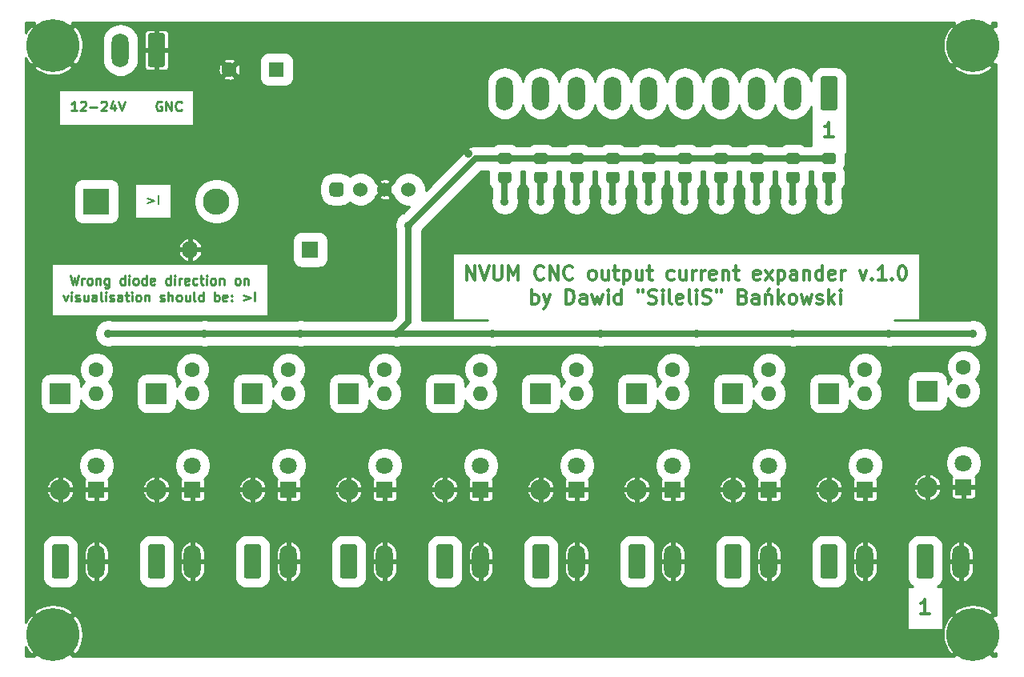
<source format=gbr>
%TF.GenerationSoftware,KiCad,Pcbnew,(5.1.9)-1*%
%TF.CreationDate,2021-03-17T19:06:28+01:00*%
%TF.ProjectId,Nvum_CNC_expander,4e76756d-5f43-44e4-935f-657870616e64,1*%
%TF.SameCoordinates,Original*%
%TF.FileFunction,Copper,L1,Top*%
%TF.FilePolarity,Positive*%
%FSLAX46Y46*%
G04 Gerber Fmt 4.6, Leading zero omitted, Abs format (unit mm)*
G04 Created by KiCad (PCBNEW (5.1.9)-1) date 2021-03-17 19:06:28*
%MOMM*%
%LPD*%
G01*
G04 APERTURE LIST*
%TA.AperFunction,NonConductor*%
%ADD10C,0.300000*%
%TD*%
%TA.AperFunction,NonConductor*%
%ADD11C,0.250000*%
%TD*%
%TA.AperFunction,NonConductor*%
%ADD12C,0.150000*%
%TD*%
%TA.AperFunction,ComponentPad*%
%ADD13O,1.800000X1.800000*%
%TD*%
%TA.AperFunction,ComponentPad*%
%ADD14R,1.800000X1.800000*%
%TD*%
%TA.AperFunction,ComponentPad*%
%ADD15O,2.800000X2.800000*%
%TD*%
%TA.AperFunction,ComponentPad*%
%ADD16R,2.800000X2.800000*%
%TD*%
%TA.AperFunction,ComponentPad*%
%ADD17O,1.600000X1.600000*%
%TD*%
%TA.AperFunction,ComponentPad*%
%ADD18C,1.600000*%
%TD*%
%TA.AperFunction,ComponentPad*%
%ADD19C,1.524000*%
%TD*%
%TA.AperFunction,ComponentPad*%
%ADD20R,1.600000X1.600000*%
%TD*%
%TA.AperFunction,ComponentPad*%
%ADD21O,2.200000X2.200000*%
%TD*%
%TA.AperFunction,ComponentPad*%
%ADD22R,2.200000X2.200000*%
%TD*%
%TA.AperFunction,ComponentPad*%
%ADD23C,1.800000*%
%TD*%
%TA.AperFunction,ComponentPad*%
%ADD24C,5.600000*%
%TD*%
%TA.AperFunction,ComponentPad*%
%ADD25O,1.800000X3.600000*%
%TD*%
%TA.AperFunction,ViaPad*%
%ADD26C,0.900000*%
%TD*%
%TA.AperFunction,Conductor*%
%ADD27C,0.680000*%
%TD*%
%TA.AperFunction,Conductor*%
%ADD28C,0.254000*%
%TD*%
%TA.AperFunction,Conductor*%
%ADD29C,0.100000*%
%TD*%
G04 APERTURE END LIST*
D10*
X121078571Y-110914571D02*
X120221428Y-110914571D01*
X120650000Y-110914571D02*
X120650000Y-109414571D01*
X120507142Y-109628857D01*
X120364285Y-109771714D01*
X120221428Y-109843142D01*
X110918571Y-60495571D02*
X110061428Y-60495571D01*
X110490000Y-60495571D02*
X110490000Y-58995571D01*
X110347142Y-59209857D01*
X110204285Y-59352714D01*
X110061428Y-59424142D01*
D11*
X30247819Y-75132980D02*
X30485914Y-76132980D01*
X30676390Y-75418695D01*
X30866866Y-76132980D01*
X31104961Y-75132980D01*
X31485914Y-76132980D02*
X31485914Y-75466314D01*
X31485914Y-75656790D02*
X31533533Y-75561552D01*
X31581152Y-75513933D01*
X31676390Y-75466314D01*
X31771628Y-75466314D01*
X32247819Y-76132980D02*
X32152580Y-76085361D01*
X32104961Y-76037742D01*
X32057342Y-75942504D01*
X32057342Y-75656790D01*
X32104961Y-75561552D01*
X32152580Y-75513933D01*
X32247819Y-75466314D01*
X32390676Y-75466314D01*
X32485914Y-75513933D01*
X32533533Y-75561552D01*
X32581152Y-75656790D01*
X32581152Y-75942504D01*
X32533533Y-76037742D01*
X32485914Y-76085361D01*
X32390676Y-76132980D01*
X32247819Y-76132980D01*
X33009723Y-75466314D02*
X33009723Y-76132980D01*
X33009723Y-75561552D02*
X33057342Y-75513933D01*
X33152580Y-75466314D01*
X33295438Y-75466314D01*
X33390676Y-75513933D01*
X33438295Y-75609171D01*
X33438295Y-76132980D01*
X34343057Y-75466314D02*
X34343057Y-76275838D01*
X34295438Y-76371076D01*
X34247819Y-76418695D01*
X34152580Y-76466314D01*
X34009723Y-76466314D01*
X33914485Y-76418695D01*
X34343057Y-76085361D02*
X34247819Y-76132980D01*
X34057342Y-76132980D01*
X33962104Y-76085361D01*
X33914485Y-76037742D01*
X33866866Y-75942504D01*
X33866866Y-75656790D01*
X33914485Y-75561552D01*
X33962104Y-75513933D01*
X34057342Y-75466314D01*
X34247819Y-75466314D01*
X34343057Y-75513933D01*
X36009723Y-76132980D02*
X36009723Y-75132980D01*
X36009723Y-76085361D02*
X35914485Y-76132980D01*
X35724009Y-76132980D01*
X35628771Y-76085361D01*
X35581152Y-76037742D01*
X35533533Y-75942504D01*
X35533533Y-75656790D01*
X35581152Y-75561552D01*
X35628771Y-75513933D01*
X35724009Y-75466314D01*
X35914485Y-75466314D01*
X36009723Y-75513933D01*
X36485914Y-76132980D02*
X36485914Y-75466314D01*
X36485914Y-75132980D02*
X36438295Y-75180600D01*
X36485914Y-75228219D01*
X36533533Y-75180600D01*
X36485914Y-75132980D01*
X36485914Y-75228219D01*
X37104961Y-76132980D02*
X37009723Y-76085361D01*
X36962104Y-76037742D01*
X36914485Y-75942504D01*
X36914485Y-75656790D01*
X36962104Y-75561552D01*
X37009723Y-75513933D01*
X37104961Y-75466314D01*
X37247819Y-75466314D01*
X37343057Y-75513933D01*
X37390676Y-75561552D01*
X37438295Y-75656790D01*
X37438295Y-75942504D01*
X37390676Y-76037742D01*
X37343057Y-76085361D01*
X37247819Y-76132980D01*
X37104961Y-76132980D01*
X38295438Y-76132980D02*
X38295438Y-75132980D01*
X38295438Y-76085361D02*
X38200200Y-76132980D01*
X38009723Y-76132980D01*
X37914485Y-76085361D01*
X37866866Y-76037742D01*
X37819247Y-75942504D01*
X37819247Y-75656790D01*
X37866866Y-75561552D01*
X37914485Y-75513933D01*
X38009723Y-75466314D01*
X38200200Y-75466314D01*
X38295438Y-75513933D01*
X39152580Y-76085361D02*
X39057342Y-76132980D01*
X38866866Y-76132980D01*
X38771628Y-76085361D01*
X38724009Y-75990123D01*
X38724009Y-75609171D01*
X38771628Y-75513933D01*
X38866866Y-75466314D01*
X39057342Y-75466314D01*
X39152580Y-75513933D01*
X39200200Y-75609171D01*
X39200200Y-75704409D01*
X38724009Y-75799647D01*
X40819247Y-76132980D02*
X40819247Y-75132980D01*
X40819247Y-76085361D02*
X40724009Y-76132980D01*
X40533533Y-76132980D01*
X40438295Y-76085361D01*
X40390676Y-76037742D01*
X40343057Y-75942504D01*
X40343057Y-75656790D01*
X40390676Y-75561552D01*
X40438295Y-75513933D01*
X40533533Y-75466314D01*
X40724009Y-75466314D01*
X40819247Y-75513933D01*
X41295438Y-76132980D02*
X41295438Y-75466314D01*
X41295438Y-75132980D02*
X41247819Y-75180600D01*
X41295438Y-75228219D01*
X41343057Y-75180600D01*
X41295438Y-75132980D01*
X41295438Y-75228219D01*
X41771628Y-76132980D02*
X41771628Y-75466314D01*
X41771628Y-75656790D02*
X41819247Y-75561552D01*
X41866866Y-75513933D01*
X41962104Y-75466314D01*
X42057342Y-75466314D01*
X42771628Y-76085361D02*
X42676390Y-76132980D01*
X42485914Y-76132980D01*
X42390676Y-76085361D01*
X42343057Y-75990123D01*
X42343057Y-75609171D01*
X42390676Y-75513933D01*
X42485914Y-75466314D01*
X42676390Y-75466314D01*
X42771628Y-75513933D01*
X42819247Y-75609171D01*
X42819247Y-75704409D01*
X42343057Y-75799647D01*
X43676390Y-76085361D02*
X43581152Y-76132980D01*
X43390676Y-76132980D01*
X43295438Y-76085361D01*
X43247819Y-76037742D01*
X43200199Y-75942504D01*
X43200199Y-75656790D01*
X43247819Y-75561552D01*
X43295438Y-75513933D01*
X43390676Y-75466314D01*
X43581152Y-75466314D01*
X43676390Y-75513933D01*
X43962104Y-75466314D02*
X44343057Y-75466314D01*
X44104961Y-75132980D02*
X44104961Y-75990123D01*
X44152580Y-76085361D01*
X44247819Y-76132980D01*
X44343057Y-76132980D01*
X44676390Y-76132980D02*
X44676390Y-75466314D01*
X44676390Y-75132980D02*
X44628771Y-75180600D01*
X44676390Y-75228219D01*
X44724009Y-75180600D01*
X44676390Y-75132980D01*
X44676390Y-75228219D01*
X45295438Y-76132980D02*
X45200199Y-76085361D01*
X45152580Y-76037742D01*
X45104961Y-75942504D01*
X45104961Y-75656790D01*
X45152580Y-75561552D01*
X45200199Y-75513933D01*
X45295438Y-75466314D01*
X45438295Y-75466314D01*
X45533533Y-75513933D01*
X45581152Y-75561552D01*
X45628771Y-75656790D01*
X45628771Y-75942504D01*
X45581152Y-76037742D01*
X45533533Y-76085361D01*
X45438295Y-76132980D01*
X45295438Y-76132980D01*
X46057342Y-75466314D02*
X46057342Y-76132980D01*
X46057342Y-75561552D02*
X46104961Y-75513933D01*
X46200199Y-75466314D01*
X46343057Y-75466314D01*
X46438295Y-75513933D01*
X46485914Y-75609171D01*
X46485914Y-76132980D01*
X47866866Y-76132980D02*
X47771628Y-76085361D01*
X47724009Y-76037742D01*
X47676390Y-75942504D01*
X47676390Y-75656790D01*
X47724009Y-75561552D01*
X47771628Y-75513933D01*
X47866866Y-75466314D01*
X48009723Y-75466314D01*
X48104961Y-75513933D01*
X48152580Y-75561552D01*
X48200199Y-75656790D01*
X48200199Y-75942504D01*
X48152580Y-76037742D01*
X48104961Y-76085361D01*
X48009723Y-76132980D01*
X47866866Y-76132980D01*
X48628771Y-75466314D02*
X48628771Y-76132980D01*
X48628771Y-75561552D02*
X48676390Y-75513933D01*
X48771628Y-75466314D01*
X48914485Y-75466314D01*
X49009723Y-75513933D01*
X49057342Y-75609171D01*
X49057342Y-76132980D01*
X29533533Y-77216314D02*
X29771628Y-77882980D01*
X30009723Y-77216314D01*
X30390676Y-77882980D02*
X30390676Y-77216314D01*
X30390676Y-76882980D02*
X30343057Y-76930600D01*
X30390676Y-76978219D01*
X30438295Y-76930600D01*
X30390676Y-76882980D01*
X30390676Y-76978219D01*
X30819247Y-77835361D02*
X30914485Y-77882980D01*
X31104961Y-77882980D01*
X31200200Y-77835361D01*
X31247819Y-77740123D01*
X31247819Y-77692504D01*
X31200200Y-77597266D01*
X31104961Y-77549647D01*
X30962104Y-77549647D01*
X30866866Y-77502028D01*
X30819247Y-77406790D01*
X30819247Y-77359171D01*
X30866866Y-77263933D01*
X30962104Y-77216314D01*
X31104961Y-77216314D01*
X31200200Y-77263933D01*
X32104961Y-77216314D02*
X32104961Y-77882980D01*
X31676390Y-77216314D02*
X31676390Y-77740123D01*
X31724009Y-77835361D01*
X31819247Y-77882980D01*
X31962104Y-77882980D01*
X32057342Y-77835361D01*
X32104961Y-77787742D01*
X33009723Y-77882980D02*
X33009723Y-77359171D01*
X32962104Y-77263933D01*
X32866866Y-77216314D01*
X32676390Y-77216314D01*
X32581152Y-77263933D01*
X33009723Y-77835361D02*
X32914485Y-77882980D01*
X32676390Y-77882980D01*
X32581152Y-77835361D01*
X32533533Y-77740123D01*
X32533533Y-77644885D01*
X32581152Y-77549647D01*
X32676390Y-77502028D01*
X32914485Y-77502028D01*
X33009723Y-77454409D01*
X33628771Y-77882980D02*
X33533533Y-77835361D01*
X33485914Y-77740123D01*
X33485914Y-76882980D01*
X34009723Y-77882980D02*
X34009723Y-77216314D01*
X34009723Y-76882980D02*
X33962104Y-76930600D01*
X34009723Y-76978219D01*
X34057342Y-76930600D01*
X34009723Y-76882980D01*
X34009723Y-76978219D01*
X34438295Y-77835361D02*
X34533533Y-77882980D01*
X34724009Y-77882980D01*
X34819247Y-77835361D01*
X34866866Y-77740123D01*
X34866866Y-77692504D01*
X34819247Y-77597266D01*
X34724009Y-77549647D01*
X34581152Y-77549647D01*
X34485914Y-77502028D01*
X34438295Y-77406790D01*
X34438295Y-77359171D01*
X34485914Y-77263933D01*
X34581152Y-77216314D01*
X34724009Y-77216314D01*
X34819247Y-77263933D01*
X35724009Y-77882980D02*
X35724009Y-77359171D01*
X35676390Y-77263933D01*
X35581152Y-77216314D01*
X35390676Y-77216314D01*
X35295438Y-77263933D01*
X35724009Y-77835361D02*
X35628771Y-77882980D01*
X35390676Y-77882980D01*
X35295438Y-77835361D01*
X35247819Y-77740123D01*
X35247819Y-77644885D01*
X35295438Y-77549647D01*
X35390676Y-77502028D01*
X35628771Y-77502028D01*
X35724009Y-77454409D01*
X36057342Y-77216314D02*
X36438295Y-77216314D01*
X36200200Y-76882980D02*
X36200200Y-77740123D01*
X36247819Y-77835361D01*
X36343057Y-77882980D01*
X36438295Y-77882980D01*
X36771628Y-77882980D02*
X36771628Y-77216314D01*
X36771628Y-76882980D02*
X36724009Y-76930600D01*
X36771628Y-76978219D01*
X36819247Y-76930600D01*
X36771628Y-76882980D01*
X36771628Y-76978219D01*
X37390676Y-77882980D02*
X37295438Y-77835361D01*
X37247819Y-77787742D01*
X37200200Y-77692504D01*
X37200200Y-77406790D01*
X37247819Y-77311552D01*
X37295438Y-77263933D01*
X37390676Y-77216314D01*
X37533533Y-77216314D01*
X37628771Y-77263933D01*
X37676390Y-77311552D01*
X37724009Y-77406790D01*
X37724009Y-77692504D01*
X37676390Y-77787742D01*
X37628771Y-77835361D01*
X37533533Y-77882980D01*
X37390676Y-77882980D01*
X38152580Y-77216314D02*
X38152580Y-77882980D01*
X38152580Y-77311552D02*
X38200200Y-77263933D01*
X38295438Y-77216314D01*
X38438295Y-77216314D01*
X38533533Y-77263933D01*
X38581152Y-77359171D01*
X38581152Y-77882980D01*
X39771628Y-77835361D02*
X39866866Y-77882980D01*
X40057342Y-77882980D01*
X40152580Y-77835361D01*
X40200200Y-77740123D01*
X40200200Y-77692504D01*
X40152580Y-77597266D01*
X40057342Y-77549647D01*
X39914485Y-77549647D01*
X39819247Y-77502028D01*
X39771628Y-77406790D01*
X39771628Y-77359171D01*
X39819247Y-77263933D01*
X39914485Y-77216314D01*
X40057342Y-77216314D01*
X40152580Y-77263933D01*
X40628771Y-77882980D02*
X40628771Y-76882980D01*
X41057342Y-77882980D02*
X41057342Y-77359171D01*
X41009723Y-77263933D01*
X40914485Y-77216314D01*
X40771628Y-77216314D01*
X40676390Y-77263933D01*
X40628771Y-77311552D01*
X41676390Y-77882980D02*
X41581152Y-77835361D01*
X41533533Y-77787742D01*
X41485914Y-77692504D01*
X41485914Y-77406790D01*
X41533533Y-77311552D01*
X41581152Y-77263933D01*
X41676390Y-77216314D01*
X41819247Y-77216314D01*
X41914485Y-77263933D01*
X41962104Y-77311552D01*
X42009723Y-77406790D01*
X42009723Y-77692504D01*
X41962104Y-77787742D01*
X41914485Y-77835361D01*
X41819247Y-77882980D01*
X41676390Y-77882980D01*
X42866866Y-77216314D02*
X42866866Y-77882980D01*
X42438295Y-77216314D02*
X42438295Y-77740123D01*
X42485914Y-77835361D01*
X42581152Y-77882980D01*
X42724009Y-77882980D01*
X42819247Y-77835361D01*
X42866866Y-77787742D01*
X43485914Y-77882980D02*
X43390676Y-77835361D01*
X43343057Y-77740123D01*
X43343057Y-76882980D01*
X44295438Y-77882980D02*
X44295438Y-76882980D01*
X44295438Y-77835361D02*
X44200200Y-77882980D01*
X44009723Y-77882980D01*
X43914485Y-77835361D01*
X43866866Y-77787742D01*
X43819247Y-77692504D01*
X43819247Y-77406790D01*
X43866866Y-77311552D01*
X43914485Y-77263933D01*
X44009723Y-77216314D01*
X44200200Y-77216314D01*
X44295438Y-77263933D01*
X45533533Y-77882980D02*
X45533533Y-76882980D01*
X45533533Y-77263933D02*
X45628771Y-77216314D01*
X45819247Y-77216314D01*
X45914485Y-77263933D01*
X45962104Y-77311552D01*
X46009723Y-77406790D01*
X46009723Y-77692504D01*
X45962104Y-77787742D01*
X45914485Y-77835361D01*
X45819247Y-77882980D01*
X45628771Y-77882980D01*
X45533533Y-77835361D01*
X46819247Y-77835361D02*
X46724009Y-77882980D01*
X46533533Y-77882980D01*
X46438295Y-77835361D01*
X46390676Y-77740123D01*
X46390676Y-77359171D01*
X46438295Y-77263933D01*
X46533533Y-77216314D01*
X46724009Y-77216314D01*
X46819247Y-77263933D01*
X46866866Y-77359171D01*
X46866866Y-77454409D01*
X46390676Y-77549647D01*
X47295438Y-77787742D02*
X47343057Y-77835361D01*
X47295438Y-77882980D01*
X47247819Y-77835361D01*
X47295438Y-77787742D01*
X47295438Y-77882980D01*
X47295438Y-77263933D02*
X47343057Y-77311552D01*
X47295438Y-77359171D01*
X47247819Y-77311552D01*
X47295438Y-77263933D01*
X47295438Y-77359171D01*
X48533533Y-77216314D02*
X49295438Y-77502028D01*
X48533533Y-77787742D01*
X49771628Y-77882980D02*
X49771628Y-76882980D01*
D12*
X38369952Y-66968714D02*
X39131857Y-67254428D01*
X38369952Y-67540142D01*
X39608047Y-67635380D02*
X39608047Y-66635380D01*
D11*
X30956904Y-57729380D02*
X30385476Y-57729380D01*
X30671190Y-57729380D02*
X30671190Y-56729380D01*
X30575952Y-56872238D01*
X30480714Y-56967476D01*
X30385476Y-57015095D01*
X31337857Y-56824619D02*
X31385476Y-56777000D01*
X31480714Y-56729380D01*
X31718809Y-56729380D01*
X31814047Y-56777000D01*
X31861666Y-56824619D01*
X31909285Y-56919857D01*
X31909285Y-57015095D01*
X31861666Y-57157952D01*
X31290238Y-57729380D01*
X31909285Y-57729380D01*
X32337857Y-57348428D02*
X33099761Y-57348428D01*
X33528333Y-56824619D02*
X33575952Y-56777000D01*
X33671190Y-56729380D01*
X33909285Y-56729380D01*
X34004523Y-56777000D01*
X34052142Y-56824619D01*
X34099761Y-56919857D01*
X34099761Y-57015095D01*
X34052142Y-57157952D01*
X33480714Y-57729380D01*
X34099761Y-57729380D01*
X34956904Y-57062714D02*
X34956904Y-57729380D01*
X34718809Y-56681761D02*
X34480714Y-57396047D01*
X35099761Y-57396047D01*
X35337857Y-56729380D02*
X35671190Y-57729380D01*
X36004523Y-56729380D01*
X39909285Y-56777000D02*
X39814047Y-56729380D01*
X39671190Y-56729380D01*
X39528333Y-56777000D01*
X39433095Y-56872238D01*
X39385476Y-56967476D01*
X39337857Y-57157952D01*
X39337857Y-57300809D01*
X39385476Y-57491285D01*
X39433095Y-57586523D01*
X39528333Y-57681761D01*
X39671190Y-57729380D01*
X39766428Y-57729380D01*
X39909285Y-57681761D01*
X39956904Y-57634142D01*
X39956904Y-57300809D01*
X39766428Y-57300809D01*
X40385476Y-57729380D02*
X40385476Y-56729380D01*
X40956904Y-57729380D01*
X40956904Y-56729380D01*
X42004523Y-57634142D02*
X41956904Y-57681761D01*
X41814047Y-57729380D01*
X41718809Y-57729380D01*
X41575952Y-57681761D01*
X41480714Y-57586523D01*
X41433095Y-57491285D01*
X41385476Y-57300809D01*
X41385476Y-57157952D01*
X41433095Y-56967476D01*
X41480714Y-56872238D01*
X41575952Y-56777000D01*
X41718809Y-56729380D01*
X41814047Y-56729380D01*
X41956904Y-56777000D01*
X42004523Y-56824619D01*
D10*
X72162714Y-75603571D02*
X72162714Y-74103571D01*
X73019857Y-75603571D01*
X73019857Y-74103571D01*
X73519857Y-74103571D02*
X74019857Y-75603571D01*
X74519857Y-74103571D01*
X75019857Y-74103571D02*
X75019857Y-75317857D01*
X75091285Y-75460714D01*
X75162714Y-75532142D01*
X75305571Y-75603571D01*
X75591285Y-75603571D01*
X75734142Y-75532142D01*
X75805571Y-75460714D01*
X75876999Y-75317857D01*
X75876999Y-74103571D01*
X76591285Y-75603571D02*
X76591285Y-74103571D01*
X77091285Y-75175000D01*
X77591285Y-74103571D01*
X77591285Y-75603571D01*
X80305571Y-75460714D02*
X80234142Y-75532142D01*
X80019857Y-75603571D01*
X79876999Y-75603571D01*
X79662714Y-75532142D01*
X79519857Y-75389285D01*
X79448428Y-75246428D01*
X79376999Y-74960714D01*
X79376999Y-74746428D01*
X79448428Y-74460714D01*
X79519857Y-74317857D01*
X79662714Y-74175000D01*
X79876999Y-74103571D01*
X80019857Y-74103571D01*
X80234142Y-74175000D01*
X80305571Y-74246428D01*
X80948428Y-75603571D02*
X80948428Y-74103571D01*
X81805571Y-75603571D01*
X81805571Y-74103571D01*
X83376999Y-75460714D02*
X83305571Y-75532142D01*
X83091285Y-75603571D01*
X82948428Y-75603571D01*
X82734142Y-75532142D01*
X82591285Y-75389285D01*
X82519857Y-75246428D01*
X82448428Y-74960714D01*
X82448428Y-74746428D01*
X82519857Y-74460714D01*
X82591285Y-74317857D01*
X82734142Y-74175000D01*
X82948428Y-74103571D01*
X83091285Y-74103571D01*
X83305571Y-74175000D01*
X83376999Y-74246428D01*
X85376999Y-75603571D02*
X85234142Y-75532142D01*
X85162714Y-75460714D01*
X85091285Y-75317857D01*
X85091285Y-74889285D01*
X85162714Y-74746428D01*
X85234142Y-74675000D01*
X85376999Y-74603571D01*
X85591285Y-74603571D01*
X85734142Y-74675000D01*
X85805571Y-74746428D01*
X85876999Y-74889285D01*
X85876999Y-75317857D01*
X85805571Y-75460714D01*
X85734142Y-75532142D01*
X85591285Y-75603571D01*
X85376999Y-75603571D01*
X87162714Y-74603571D02*
X87162714Y-75603571D01*
X86519857Y-74603571D02*
X86519857Y-75389285D01*
X86591285Y-75532142D01*
X86734142Y-75603571D01*
X86948428Y-75603571D01*
X87091285Y-75532142D01*
X87162714Y-75460714D01*
X87662714Y-74603571D02*
X88234142Y-74603571D01*
X87876999Y-74103571D02*
X87876999Y-75389285D01*
X87948428Y-75532142D01*
X88091285Y-75603571D01*
X88234142Y-75603571D01*
X88734142Y-74603571D02*
X88734142Y-76103571D01*
X88734142Y-74675000D02*
X88876999Y-74603571D01*
X89162714Y-74603571D01*
X89305571Y-74675000D01*
X89376999Y-74746428D01*
X89448428Y-74889285D01*
X89448428Y-75317857D01*
X89376999Y-75460714D01*
X89305571Y-75532142D01*
X89162714Y-75603571D01*
X88876999Y-75603571D01*
X88734142Y-75532142D01*
X90734142Y-74603571D02*
X90734142Y-75603571D01*
X90091285Y-74603571D02*
X90091285Y-75389285D01*
X90162714Y-75532142D01*
X90305571Y-75603571D01*
X90519857Y-75603571D01*
X90662714Y-75532142D01*
X90734142Y-75460714D01*
X91234142Y-74603571D02*
X91805571Y-74603571D01*
X91448428Y-74103571D02*
X91448428Y-75389285D01*
X91519857Y-75532142D01*
X91662714Y-75603571D01*
X91805571Y-75603571D01*
X94091285Y-75532142D02*
X93948428Y-75603571D01*
X93662714Y-75603571D01*
X93519857Y-75532142D01*
X93448428Y-75460714D01*
X93376999Y-75317857D01*
X93376999Y-74889285D01*
X93448428Y-74746428D01*
X93519857Y-74675000D01*
X93662714Y-74603571D01*
X93948428Y-74603571D01*
X94091285Y-74675000D01*
X95376999Y-74603571D02*
X95376999Y-75603571D01*
X94734142Y-74603571D02*
X94734142Y-75389285D01*
X94805571Y-75532142D01*
X94948428Y-75603571D01*
X95162714Y-75603571D01*
X95305571Y-75532142D01*
X95376999Y-75460714D01*
X96091285Y-75603571D02*
X96091285Y-74603571D01*
X96091285Y-74889285D02*
X96162714Y-74746428D01*
X96234142Y-74675000D01*
X96376999Y-74603571D01*
X96519857Y-74603571D01*
X97019857Y-75603571D02*
X97019857Y-74603571D01*
X97019857Y-74889285D02*
X97091285Y-74746428D01*
X97162714Y-74675000D01*
X97305571Y-74603571D01*
X97448428Y-74603571D01*
X98519857Y-75532142D02*
X98376999Y-75603571D01*
X98091285Y-75603571D01*
X97948428Y-75532142D01*
X97876999Y-75389285D01*
X97876999Y-74817857D01*
X97948428Y-74675000D01*
X98091285Y-74603571D01*
X98376999Y-74603571D01*
X98519857Y-74675000D01*
X98591285Y-74817857D01*
X98591285Y-74960714D01*
X97876999Y-75103571D01*
X99234142Y-74603571D02*
X99234142Y-75603571D01*
X99234142Y-74746428D02*
X99305571Y-74675000D01*
X99448428Y-74603571D01*
X99662714Y-74603571D01*
X99805571Y-74675000D01*
X99876999Y-74817857D01*
X99876999Y-75603571D01*
X100376999Y-74603571D02*
X100948428Y-74603571D01*
X100591285Y-74103571D02*
X100591285Y-75389285D01*
X100662714Y-75532142D01*
X100805571Y-75603571D01*
X100948428Y-75603571D01*
X103162714Y-75532142D02*
X103019857Y-75603571D01*
X102734142Y-75603571D01*
X102591285Y-75532142D01*
X102519857Y-75389285D01*
X102519857Y-74817857D01*
X102591285Y-74675000D01*
X102734142Y-74603571D01*
X103019857Y-74603571D01*
X103162714Y-74675000D01*
X103234142Y-74817857D01*
X103234142Y-74960714D01*
X102519857Y-75103571D01*
X103734142Y-75603571D02*
X104519857Y-74603571D01*
X103734142Y-74603571D02*
X104519857Y-75603571D01*
X105091285Y-74603571D02*
X105091285Y-76103571D01*
X105091285Y-74675000D02*
X105234142Y-74603571D01*
X105519857Y-74603571D01*
X105662714Y-74675000D01*
X105734142Y-74746428D01*
X105805571Y-74889285D01*
X105805571Y-75317857D01*
X105734142Y-75460714D01*
X105662714Y-75532142D01*
X105519857Y-75603571D01*
X105234142Y-75603571D01*
X105091285Y-75532142D01*
X107091285Y-75603571D02*
X107091285Y-74817857D01*
X107019857Y-74675000D01*
X106876999Y-74603571D01*
X106591285Y-74603571D01*
X106448428Y-74675000D01*
X107091285Y-75532142D02*
X106948428Y-75603571D01*
X106591285Y-75603571D01*
X106448428Y-75532142D01*
X106376999Y-75389285D01*
X106376999Y-75246428D01*
X106448428Y-75103571D01*
X106591285Y-75032142D01*
X106948428Y-75032142D01*
X107091285Y-74960714D01*
X107805571Y-74603571D02*
X107805571Y-75603571D01*
X107805571Y-74746428D02*
X107876999Y-74675000D01*
X108019857Y-74603571D01*
X108234142Y-74603571D01*
X108376999Y-74675000D01*
X108448428Y-74817857D01*
X108448428Y-75603571D01*
X109805571Y-75603571D02*
X109805571Y-74103571D01*
X109805571Y-75532142D02*
X109662714Y-75603571D01*
X109377000Y-75603571D01*
X109234142Y-75532142D01*
X109162714Y-75460714D01*
X109091285Y-75317857D01*
X109091285Y-74889285D01*
X109162714Y-74746428D01*
X109234142Y-74675000D01*
X109377000Y-74603571D01*
X109662714Y-74603571D01*
X109805571Y-74675000D01*
X111091285Y-75532142D02*
X110948428Y-75603571D01*
X110662714Y-75603571D01*
X110519857Y-75532142D01*
X110448428Y-75389285D01*
X110448428Y-74817857D01*
X110519857Y-74675000D01*
X110662714Y-74603571D01*
X110948428Y-74603571D01*
X111091285Y-74675000D01*
X111162714Y-74817857D01*
X111162714Y-74960714D01*
X110448428Y-75103571D01*
X111805571Y-75603571D02*
X111805571Y-74603571D01*
X111805571Y-74889285D02*
X111876999Y-74746428D01*
X111948428Y-74675000D01*
X112091285Y-74603571D01*
X112234142Y-74603571D01*
X113734142Y-74603571D02*
X114091285Y-75603571D01*
X114448428Y-74603571D01*
X115019857Y-75460714D02*
X115091285Y-75532142D01*
X115019857Y-75603571D01*
X114948428Y-75532142D01*
X115019857Y-75460714D01*
X115019857Y-75603571D01*
X116519857Y-75603571D02*
X115662714Y-75603571D01*
X116091285Y-75603571D02*
X116091285Y-74103571D01*
X115948428Y-74317857D01*
X115805571Y-74460714D01*
X115662714Y-74532142D01*
X117162714Y-75460714D02*
X117234142Y-75532142D01*
X117162714Y-75603571D01*
X117091285Y-75532142D01*
X117162714Y-75460714D01*
X117162714Y-75603571D01*
X118162714Y-74103571D02*
X118305571Y-74103571D01*
X118448428Y-74175000D01*
X118519857Y-74246428D01*
X118591285Y-74389285D01*
X118662714Y-74675000D01*
X118662714Y-75032142D01*
X118591285Y-75317857D01*
X118519857Y-75460714D01*
X118448428Y-75532142D01*
X118305571Y-75603571D01*
X118162714Y-75603571D01*
X118019857Y-75532142D01*
X117948428Y-75460714D01*
X117876999Y-75317857D01*
X117805571Y-75032142D01*
X117805571Y-74675000D01*
X117876999Y-74389285D01*
X117948428Y-74246428D01*
X118019857Y-74175000D01*
X118162714Y-74103571D01*
X79055571Y-78153571D02*
X79055571Y-76653571D01*
X79055571Y-77225000D02*
X79198428Y-77153571D01*
X79484142Y-77153571D01*
X79627000Y-77225000D01*
X79698428Y-77296428D01*
X79769857Y-77439285D01*
X79769857Y-77867857D01*
X79698428Y-78010714D01*
X79627000Y-78082142D01*
X79484142Y-78153571D01*
X79198428Y-78153571D01*
X79055571Y-78082142D01*
X80269857Y-77153571D02*
X80627000Y-78153571D01*
X80984142Y-77153571D02*
X80627000Y-78153571D01*
X80484142Y-78510714D01*
X80412714Y-78582142D01*
X80269857Y-78653571D01*
X82698428Y-78153571D02*
X82698428Y-76653571D01*
X83055571Y-76653571D01*
X83269857Y-76725000D01*
X83412714Y-76867857D01*
X83484142Y-77010714D01*
X83555571Y-77296428D01*
X83555571Y-77510714D01*
X83484142Y-77796428D01*
X83412714Y-77939285D01*
X83269857Y-78082142D01*
X83055571Y-78153571D01*
X82698428Y-78153571D01*
X84841285Y-78153571D02*
X84841285Y-77367857D01*
X84769857Y-77225000D01*
X84627000Y-77153571D01*
X84341285Y-77153571D01*
X84198428Y-77225000D01*
X84841285Y-78082142D02*
X84698428Y-78153571D01*
X84341285Y-78153571D01*
X84198428Y-78082142D01*
X84127000Y-77939285D01*
X84127000Y-77796428D01*
X84198428Y-77653571D01*
X84341285Y-77582142D01*
X84698428Y-77582142D01*
X84841285Y-77510714D01*
X85412714Y-77153571D02*
X85698428Y-78153571D01*
X85984142Y-77439285D01*
X86269857Y-78153571D01*
X86555571Y-77153571D01*
X87127000Y-78153571D02*
X87127000Y-77153571D01*
X87127000Y-76653571D02*
X87055571Y-76725000D01*
X87127000Y-76796428D01*
X87198428Y-76725000D01*
X87127000Y-76653571D01*
X87127000Y-76796428D01*
X88484142Y-78153571D02*
X88484142Y-76653571D01*
X88484142Y-78082142D02*
X88341285Y-78153571D01*
X88055571Y-78153571D01*
X87912714Y-78082142D01*
X87841285Y-78010714D01*
X87769857Y-77867857D01*
X87769857Y-77439285D01*
X87841285Y-77296428D01*
X87912714Y-77225000D01*
X88055571Y-77153571D01*
X88341285Y-77153571D01*
X88484142Y-77225000D01*
X90269857Y-76653571D02*
X90269857Y-76939285D01*
X90841285Y-76653571D02*
X90841285Y-76939285D01*
X91412714Y-78082142D02*
X91627000Y-78153571D01*
X91984142Y-78153571D01*
X92127000Y-78082142D01*
X92198428Y-78010714D01*
X92269857Y-77867857D01*
X92269857Y-77725000D01*
X92198428Y-77582142D01*
X92127000Y-77510714D01*
X91984142Y-77439285D01*
X91698428Y-77367857D01*
X91555571Y-77296428D01*
X91484142Y-77225000D01*
X91412714Y-77082142D01*
X91412714Y-76939285D01*
X91484142Y-76796428D01*
X91555571Y-76725000D01*
X91698428Y-76653571D01*
X92055571Y-76653571D01*
X92269857Y-76725000D01*
X92912714Y-78153571D02*
X92912714Y-77153571D01*
X92912714Y-76653571D02*
X92841285Y-76725000D01*
X92912714Y-76796428D01*
X92984142Y-76725000D01*
X92912714Y-76653571D01*
X92912714Y-76796428D01*
X93841285Y-78153571D02*
X93698428Y-78082142D01*
X93627000Y-77939285D01*
X93627000Y-76653571D01*
X94984142Y-78082142D02*
X94841285Y-78153571D01*
X94555571Y-78153571D01*
X94412714Y-78082142D01*
X94341285Y-77939285D01*
X94341285Y-77367857D01*
X94412714Y-77225000D01*
X94555571Y-77153571D01*
X94841285Y-77153571D01*
X94984142Y-77225000D01*
X95055571Y-77367857D01*
X95055571Y-77510714D01*
X94341285Y-77653571D01*
X95912714Y-78153571D02*
X95769857Y-78082142D01*
X95698428Y-77939285D01*
X95698428Y-76653571D01*
X96484142Y-78153571D02*
X96484142Y-77153571D01*
X96484142Y-76653571D02*
X96412714Y-76725000D01*
X96484142Y-76796428D01*
X96555571Y-76725000D01*
X96484142Y-76653571D01*
X96484142Y-76796428D01*
X97127000Y-78082142D02*
X97341285Y-78153571D01*
X97698428Y-78153571D01*
X97841285Y-78082142D01*
X97912714Y-78010714D01*
X97984142Y-77867857D01*
X97984142Y-77725000D01*
X97912714Y-77582142D01*
X97841285Y-77510714D01*
X97698428Y-77439285D01*
X97412714Y-77367857D01*
X97269857Y-77296428D01*
X97198428Y-77225000D01*
X97127000Y-77082142D01*
X97127000Y-76939285D01*
X97198428Y-76796428D01*
X97269857Y-76725000D01*
X97412714Y-76653571D01*
X97769857Y-76653571D01*
X97984142Y-76725000D01*
X98555571Y-76653571D02*
X98555571Y-76939285D01*
X99127000Y-76653571D02*
X99127000Y-76939285D01*
X101412714Y-77367857D02*
X101626999Y-77439285D01*
X101698428Y-77510714D01*
X101769857Y-77653571D01*
X101769857Y-77867857D01*
X101698428Y-78010714D01*
X101626999Y-78082142D01*
X101484142Y-78153571D01*
X100912714Y-78153571D01*
X100912714Y-76653571D01*
X101412714Y-76653571D01*
X101555571Y-76725000D01*
X101626999Y-76796428D01*
X101698428Y-76939285D01*
X101698428Y-77082142D01*
X101626999Y-77225000D01*
X101555571Y-77296428D01*
X101412714Y-77367857D01*
X100912714Y-77367857D01*
X103055571Y-78153571D02*
X103055571Y-77367857D01*
X102984142Y-77225000D01*
X102841285Y-77153571D01*
X102555571Y-77153571D01*
X102412714Y-77225000D01*
X103055571Y-78082142D02*
X102912714Y-78153571D01*
X102555571Y-78153571D01*
X102412714Y-78082142D01*
X102341285Y-77939285D01*
X102341285Y-77796428D01*
X102412714Y-77653571D01*
X102555571Y-77582142D01*
X102912714Y-77582142D01*
X103055571Y-77510714D01*
X103769857Y-77153571D02*
X103769857Y-78153571D01*
X103769857Y-77296428D02*
X103841285Y-77225000D01*
X103984142Y-77153571D01*
X104198428Y-77153571D01*
X104341285Y-77225000D01*
X104412714Y-77367857D01*
X104412714Y-78153571D01*
X104198428Y-76582142D02*
X103984142Y-76796428D01*
X105127000Y-78153571D02*
X105127000Y-76653571D01*
X105269857Y-77582142D02*
X105698428Y-78153571D01*
X105698428Y-77153571D02*
X105127000Y-77725000D01*
X106555571Y-78153571D02*
X106412714Y-78082142D01*
X106341285Y-78010714D01*
X106269857Y-77867857D01*
X106269857Y-77439285D01*
X106341285Y-77296428D01*
X106412714Y-77225000D01*
X106555571Y-77153571D01*
X106769857Y-77153571D01*
X106912714Y-77225000D01*
X106984142Y-77296428D01*
X107055571Y-77439285D01*
X107055571Y-77867857D01*
X106984142Y-78010714D01*
X106912714Y-78082142D01*
X106769857Y-78153571D01*
X106555571Y-78153571D01*
X107555571Y-77153571D02*
X107841285Y-78153571D01*
X108127000Y-77439285D01*
X108412714Y-78153571D01*
X108698428Y-77153571D01*
X109198428Y-78082142D02*
X109341285Y-78153571D01*
X109626999Y-78153571D01*
X109769857Y-78082142D01*
X109841285Y-77939285D01*
X109841285Y-77867857D01*
X109769857Y-77725000D01*
X109626999Y-77653571D01*
X109412714Y-77653571D01*
X109269857Y-77582142D01*
X109198428Y-77439285D01*
X109198428Y-77367857D01*
X109269857Y-77225000D01*
X109412714Y-77153571D01*
X109626999Y-77153571D01*
X109769857Y-77225000D01*
X110484142Y-78153571D02*
X110484142Y-76653571D01*
X110626999Y-77582142D02*
X111055571Y-78153571D01*
X111055571Y-77153571D02*
X110484142Y-77725000D01*
X111698428Y-78153571D02*
X111698428Y-77153571D01*
X111698428Y-76653571D02*
X111626999Y-76725000D01*
X111698428Y-76796428D01*
X111769857Y-76725000D01*
X111698428Y-76653571D01*
X111698428Y-76796428D01*
D13*
%TO.P,D21,2*%
%TO.N,GNDD*%
X42926000Y-72415400D03*
D14*
%TO.P,D21,1*%
%TO.N,+24V*%
X55626000Y-72415400D03*
%TD*%
D15*
%TO.P,D31,2*%
%TO.N,+24V*%
X45720000Y-67310000D03*
D16*
%TO.P,D31,1*%
%TO.N,Net-(D31-Pad1)*%
X33020000Y-67310000D03*
%TD*%
%TO.P,R30,2*%
%TO.N,/Input_10*%
%TA.AperFunction,SMDPad,CuDef*%
G36*
G01*
X75749999Y-64170000D02*
X76650001Y-64170000D01*
G75*
G02*
X76900000Y-64419999I0J-249999D01*
G01*
X76900000Y-65120001D01*
G75*
G02*
X76650001Y-65370000I-249999J0D01*
G01*
X75749999Y-65370000D01*
G75*
G02*
X75500000Y-65120001I0J249999D01*
G01*
X75500000Y-64419999D01*
G75*
G02*
X75749999Y-64170000I249999J0D01*
G01*
G37*
%TD.AperFunction*%
%TO.P,R30,1*%
%TO.N,+12V*%
%TA.AperFunction,SMDPad,CuDef*%
G36*
G01*
X75749999Y-62170000D02*
X76650001Y-62170000D01*
G75*
G02*
X76900000Y-62419999I0J-249999D01*
G01*
X76900000Y-63120001D01*
G75*
G02*
X76650001Y-63370000I-249999J0D01*
G01*
X75749999Y-63370000D01*
G75*
G02*
X75500000Y-63120001I0J249999D01*
G01*
X75500000Y-62419999D01*
G75*
G02*
X75749999Y-62170000I249999J0D01*
G01*
G37*
%TD.AperFunction*%
%TD*%
%TO.P,R29,2*%
%TO.N,/Input_9*%
%TA.AperFunction,SMDPad,CuDef*%
G36*
G01*
X79559999Y-64170000D02*
X80460001Y-64170000D01*
G75*
G02*
X80710000Y-64419999I0J-249999D01*
G01*
X80710000Y-65120001D01*
G75*
G02*
X80460001Y-65370000I-249999J0D01*
G01*
X79559999Y-65370000D01*
G75*
G02*
X79310000Y-65120001I0J249999D01*
G01*
X79310000Y-64419999D01*
G75*
G02*
X79559999Y-64170000I249999J0D01*
G01*
G37*
%TD.AperFunction*%
%TO.P,R29,1*%
%TO.N,+12V*%
%TA.AperFunction,SMDPad,CuDef*%
G36*
G01*
X79559999Y-62170000D02*
X80460001Y-62170000D01*
G75*
G02*
X80710000Y-62419999I0J-249999D01*
G01*
X80710000Y-63120001D01*
G75*
G02*
X80460001Y-63370000I-249999J0D01*
G01*
X79559999Y-63370000D01*
G75*
G02*
X79310000Y-63120001I0J249999D01*
G01*
X79310000Y-62419999D01*
G75*
G02*
X79559999Y-62170000I249999J0D01*
G01*
G37*
%TD.AperFunction*%
%TD*%
%TO.P,R28,2*%
%TO.N,/Input_8*%
%TA.AperFunction,SMDPad,CuDef*%
G36*
G01*
X83369999Y-64170000D02*
X84270001Y-64170000D01*
G75*
G02*
X84520000Y-64419999I0J-249999D01*
G01*
X84520000Y-65120001D01*
G75*
G02*
X84270001Y-65370000I-249999J0D01*
G01*
X83369999Y-65370000D01*
G75*
G02*
X83120000Y-65120001I0J249999D01*
G01*
X83120000Y-64419999D01*
G75*
G02*
X83369999Y-64170000I249999J0D01*
G01*
G37*
%TD.AperFunction*%
%TO.P,R28,1*%
%TO.N,+12V*%
%TA.AperFunction,SMDPad,CuDef*%
G36*
G01*
X83369999Y-62170000D02*
X84270001Y-62170000D01*
G75*
G02*
X84520000Y-62419999I0J-249999D01*
G01*
X84520000Y-63120001D01*
G75*
G02*
X84270001Y-63370000I-249999J0D01*
G01*
X83369999Y-63370000D01*
G75*
G02*
X83120000Y-63120001I0J249999D01*
G01*
X83120000Y-62419999D01*
G75*
G02*
X83369999Y-62170000I249999J0D01*
G01*
G37*
%TD.AperFunction*%
%TD*%
%TO.P,R27,2*%
%TO.N,/Input_7*%
%TA.AperFunction,SMDPad,CuDef*%
G36*
G01*
X87179999Y-64170000D02*
X88080001Y-64170000D01*
G75*
G02*
X88330000Y-64419999I0J-249999D01*
G01*
X88330000Y-65120001D01*
G75*
G02*
X88080001Y-65370000I-249999J0D01*
G01*
X87179999Y-65370000D01*
G75*
G02*
X86930000Y-65120001I0J249999D01*
G01*
X86930000Y-64419999D01*
G75*
G02*
X87179999Y-64170000I249999J0D01*
G01*
G37*
%TD.AperFunction*%
%TO.P,R27,1*%
%TO.N,+12V*%
%TA.AperFunction,SMDPad,CuDef*%
G36*
G01*
X87179999Y-62170000D02*
X88080001Y-62170000D01*
G75*
G02*
X88330000Y-62419999I0J-249999D01*
G01*
X88330000Y-63120001D01*
G75*
G02*
X88080001Y-63370000I-249999J0D01*
G01*
X87179999Y-63370000D01*
G75*
G02*
X86930000Y-63120001I0J249999D01*
G01*
X86930000Y-62419999D01*
G75*
G02*
X87179999Y-62170000I249999J0D01*
G01*
G37*
%TD.AperFunction*%
%TD*%
%TO.P,R26,2*%
%TO.N,/Input_6*%
%TA.AperFunction,SMDPad,CuDef*%
G36*
G01*
X90989999Y-64170000D02*
X91890001Y-64170000D01*
G75*
G02*
X92140000Y-64419999I0J-249999D01*
G01*
X92140000Y-65120001D01*
G75*
G02*
X91890001Y-65370000I-249999J0D01*
G01*
X90989999Y-65370000D01*
G75*
G02*
X90740000Y-65120001I0J249999D01*
G01*
X90740000Y-64419999D01*
G75*
G02*
X90989999Y-64170000I249999J0D01*
G01*
G37*
%TD.AperFunction*%
%TO.P,R26,1*%
%TO.N,+12V*%
%TA.AperFunction,SMDPad,CuDef*%
G36*
G01*
X90989999Y-62170000D02*
X91890001Y-62170000D01*
G75*
G02*
X92140000Y-62419999I0J-249999D01*
G01*
X92140000Y-63120001D01*
G75*
G02*
X91890001Y-63370000I-249999J0D01*
G01*
X90989999Y-63370000D01*
G75*
G02*
X90740000Y-63120001I0J249999D01*
G01*
X90740000Y-62419999D01*
G75*
G02*
X90989999Y-62170000I249999J0D01*
G01*
G37*
%TD.AperFunction*%
%TD*%
%TO.P,R25,2*%
%TO.N,/Input_5*%
%TA.AperFunction,SMDPad,CuDef*%
G36*
G01*
X94799999Y-64170000D02*
X95700001Y-64170000D01*
G75*
G02*
X95950000Y-64419999I0J-249999D01*
G01*
X95950000Y-65120001D01*
G75*
G02*
X95700001Y-65370000I-249999J0D01*
G01*
X94799999Y-65370000D01*
G75*
G02*
X94550000Y-65120001I0J249999D01*
G01*
X94550000Y-64419999D01*
G75*
G02*
X94799999Y-64170000I249999J0D01*
G01*
G37*
%TD.AperFunction*%
%TO.P,R25,1*%
%TO.N,+12V*%
%TA.AperFunction,SMDPad,CuDef*%
G36*
G01*
X94799999Y-62170000D02*
X95700001Y-62170000D01*
G75*
G02*
X95950000Y-62419999I0J-249999D01*
G01*
X95950000Y-63120001D01*
G75*
G02*
X95700001Y-63370000I-249999J0D01*
G01*
X94799999Y-63370000D01*
G75*
G02*
X94550000Y-63120001I0J249999D01*
G01*
X94550000Y-62419999D01*
G75*
G02*
X94799999Y-62170000I249999J0D01*
G01*
G37*
%TD.AperFunction*%
%TD*%
%TO.P,R24,2*%
%TO.N,/Input_4*%
%TA.AperFunction,SMDPad,CuDef*%
G36*
G01*
X98609999Y-64170000D02*
X99510001Y-64170000D01*
G75*
G02*
X99760000Y-64419999I0J-249999D01*
G01*
X99760000Y-65120001D01*
G75*
G02*
X99510001Y-65370000I-249999J0D01*
G01*
X98609999Y-65370000D01*
G75*
G02*
X98360000Y-65120001I0J249999D01*
G01*
X98360000Y-64419999D01*
G75*
G02*
X98609999Y-64170000I249999J0D01*
G01*
G37*
%TD.AperFunction*%
%TO.P,R24,1*%
%TO.N,+12V*%
%TA.AperFunction,SMDPad,CuDef*%
G36*
G01*
X98609999Y-62170000D02*
X99510001Y-62170000D01*
G75*
G02*
X99760000Y-62419999I0J-249999D01*
G01*
X99760000Y-63120001D01*
G75*
G02*
X99510001Y-63370000I-249999J0D01*
G01*
X98609999Y-63370000D01*
G75*
G02*
X98360000Y-63120001I0J249999D01*
G01*
X98360000Y-62419999D01*
G75*
G02*
X98609999Y-62170000I249999J0D01*
G01*
G37*
%TD.AperFunction*%
%TD*%
%TO.P,R23,2*%
%TO.N,/Input_3*%
%TA.AperFunction,SMDPad,CuDef*%
G36*
G01*
X102419999Y-64170000D02*
X103320001Y-64170000D01*
G75*
G02*
X103570000Y-64419999I0J-249999D01*
G01*
X103570000Y-65120001D01*
G75*
G02*
X103320001Y-65370000I-249999J0D01*
G01*
X102419999Y-65370000D01*
G75*
G02*
X102170000Y-65120001I0J249999D01*
G01*
X102170000Y-64419999D01*
G75*
G02*
X102419999Y-64170000I249999J0D01*
G01*
G37*
%TD.AperFunction*%
%TO.P,R23,1*%
%TO.N,+12V*%
%TA.AperFunction,SMDPad,CuDef*%
G36*
G01*
X102419999Y-62170000D02*
X103320001Y-62170000D01*
G75*
G02*
X103570000Y-62419999I0J-249999D01*
G01*
X103570000Y-63120001D01*
G75*
G02*
X103320001Y-63370000I-249999J0D01*
G01*
X102419999Y-63370000D01*
G75*
G02*
X102170000Y-63120001I0J249999D01*
G01*
X102170000Y-62419999D01*
G75*
G02*
X102419999Y-62170000I249999J0D01*
G01*
G37*
%TD.AperFunction*%
%TD*%
%TO.P,R22,2*%
%TO.N,/Input_2*%
%TA.AperFunction,SMDPad,CuDef*%
G36*
G01*
X106229999Y-64170000D02*
X107130001Y-64170000D01*
G75*
G02*
X107380000Y-64419999I0J-249999D01*
G01*
X107380000Y-65120001D01*
G75*
G02*
X107130001Y-65370000I-249999J0D01*
G01*
X106229999Y-65370000D01*
G75*
G02*
X105980000Y-65120001I0J249999D01*
G01*
X105980000Y-64419999D01*
G75*
G02*
X106229999Y-64170000I249999J0D01*
G01*
G37*
%TD.AperFunction*%
%TO.P,R22,1*%
%TO.N,+12V*%
%TA.AperFunction,SMDPad,CuDef*%
G36*
G01*
X106229999Y-62170000D02*
X107130001Y-62170000D01*
G75*
G02*
X107380000Y-62419999I0J-249999D01*
G01*
X107380000Y-63120001D01*
G75*
G02*
X107130001Y-63370000I-249999J0D01*
G01*
X106229999Y-63370000D01*
G75*
G02*
X105980000Y-63120001I0J249999D01*
G01*
X105980000Y-62419999D01*
G75*
G02*
X106229999Y-62170000I249999J0D01*
G01*
G37*
%TD.AperFunction*%
%TD*%
%TO.P,R21,2*%
%TO.N,/Input_1*%
%TA.AperFunction,SMDPad,CuDef*%
G36*
G01*
X110039999Y-64170000D02*
X110940001Y-64170000D01*
G75*
G02*
X111190000Y-64419999I0J-249999D01*
G01*
X111190000Y-65120001D01*
G75*
G02*
X110940001Y-65370000I-249999J0D01*
G01*
X110039999Y-65370000D01*
G75*
G02*
X109790000Y-65120001I0J249999D01*
G01*
X109790000Y-64419999D01*
G75*
G02*
X110039999Y-64170000I249999J0D01*
G01*
G37*
%TD.AperFunction*%
%TO.P,R21,1*%
%TO.N,+12V*%
%TA.AperFunction,SMDPad,CuDef*%
G36*
G01*
X110039999Y-62170000D02*
X110940001Y-62170000D01*
G75*
G02*
X111190000Y-62419999I0J-249999D01*
G01*
X111190000Y-63120001D01*
G75*
G02*
X110940001Y-63370000I-249999J0D01*
G01*
X110039999Y-63370000D01*
G75*
G02*
X109790000Y-63120001I0J249999D01*
G01*
X109790000Y-62419999D01*
G75*
G02*
X110039999Y-62170000I249999J0D01*
G01*
G37*
%TD.AperFunction*%
%TD*%
D17*
%TO.P,R15,2*%
%TO.N,Net-(D15-Pad1)*%
X33020000Y-87630000D03*
D18*
%TO.P,R15,1*%
%TO.N,Net-(Q10-Pad3)*%
X33020000Y-85090000D03*
%TD*%
D17*
%TO.P,R14,2*%
%TO.N,Net-(D14-Pad1)*%
X43180000Y-87630000D03*
D18*
%TO.P,R14,1*%
%TO.N,Net-(Q9-Pad3)*%
X43180000Y-85090000D03*
%TD*%
D17*
%TO.P,R13,2*%
%TO.N,Net-(D13-Pad1)*%
X53340000Y-87630000D03*
D18*
%TO.P,R13,1*%
%TO.N,Net-(Q8-Pad3)*%
X53340000Y-85090000D03*
%TD*%
D17*
%TO.P,R12,2*%
%TO.N,Net-(D12-Pad1)*%
X63500000Y-87630000D03*
D18*
%TO.P,R12,1*%
%TO.N,Net-(Q7-Pad3)*%
X63500000Y-85090000D03*
%TD*%
D17*
%TO.P,R11,2*%
%TO.N,Net-(D11-Pad1)*%
X73660000Y-87630000D03*
D18*
%TO.P,R11,1*%
%TO.N,Net-(Q6-Pad3)*%
X73660000Y-85090000D03*
%TD*%
D17*
%TO.P,R5,2*%
%TO.N,Net-(D5-Pad1)*%
X83820000Y-87630000D03*
D18*
%TO.P,R5,1*%
%TO.N,Net-(Q5-Pad3)*%
X83820000Y-85090000D03*
%TD*%
D17*
%TO.P,R4,2*%
%TO.N,Net-(D4-Pad1)*%
X93980000Y-87630000D03*
D18*
%TO.P,R4,1*%
%TO.N,Net-(Q4-Pad3)*%
X93980000Y-85090000D03*
%TD*%
D17*
%TO.P,R3,2*%
%TO.N,Net-(D3-Pad1)*%
X104140000Y-87630000D03*
D18*
%TO.P,R3,1*%
%TO.N,Net-(Q3-Pad3)*%
X104140000Y-85090000D03*
%TD*%
D17*
%TO.P,R2,2*%
%TO.N,Net-(D2-Pad1)*%
X114300000Y-87630000D03*
D18*
%TO.P,R2,1*%
%TO.N,Net-(Q2-Pad3)*%
X114300000Y-85090000D03*
%TD*%
D17*
%TO.P,R1,2*%
%TO.N,Net-(D1-Pad1)*%
X124714000Y-87376000D03*
D18*
%TO.P,R1,1*%
%TO.N,Net-(Q1-Pad3)*%
X124714000Y-84836000D03*
%TD*%
%TO.P,B1,1*%
%TO.N,Net-(B1-Pad1)*%
%TA.AperFunction,ComponentPad*%
G36*
G01*
X58801000Y-66802000D02*
X58039000Y-66802000D01*
G75*
G02*
X57658000Y-66421000I0J381000D01*
G01*
X57658000Y-65659000D01*
G75*
G02*
X58039000Y-65278000I381000J0D01*
G01*
X58801000Y-65278000D01*
G75*
G02*
X59182000Y-65659000I0J-381000D01*
G01*
X59182000Y-66421000D01*
G75*
G02*
X58801000Y-66802000I-381000J0D01*
G01*
G37*
%TD.AperFunction*%
D19*
%TO.P,B1,2*%
%TO.N,+24V*%
X60960000Y-66040000D03*
%TO.P,B1,3*%
%TO.N,GNDD*%
X63500000Y-66040000D03*
%TO.P,B1,4*%
%TO.N,+12V*%
X66040000Y-66040000D03*
%TD*%
D20*
%TO.P,C2,1*%
%TO.N,+12V*%
X52070000Y-53340000D03*
D18*
%TO.P,C2,2*%
%TO.N,GNDD*%
X47070000Y-53340000D03*
%TD*%
D21*
%TO.P,D1,2*%
%TO.N,GNDD*%
X120904000Y-97536000D03*
D22*
%TO.P,D1,1*%
%TO.N,Net-(D1-Pad1)*%
X120904000Y-87376000D03*
%TD*%
D21*
%TO.P,D2,2*%
%TO.N,GNDD*%
X110490000Y-97790000D03*
D22*
%TO.P,D2,1*%
%TO.N,Net-(D2-Pad1)*%
X110490000Y-87630000D03*
%TD*%
D21*
%TO.P,D3,2*%
%TO.N,GNDD*%
X100330000Y-97790000D03*
D22*
%TO.P,D3,1*%
%TO.N,Net-(D3-Pad1)*%
X100330000Y-87630000D03*
%TD*%
%TO.P,D4,1*%
%TO.N,Net-(D4-Pad1)*%
X90170000Y-87630000D03*
D21*
%TO.P,D4,2*%
%TO.N,GNDD*%
X90170000Y-97790000D03*
%TD*%
D22*
%TO.P,D5,1*%
%TO.N,Net-(D5-Pad1)*%
X80010000Y-87630000D03*
D21*
%TO.P,D5,2*%
%TO.N,GNDD*%
X80010000Y-97790000D03*
%TD*%
D23*
%TO.P,D6,2*%
%TO.N,Net-(D6-Pad2)*%
X124714000Y-94996000D03*
D14*
%TO.P,D6,1*%
%TO.N,GNDD*%
X124714000Y-97536000D03*
%TD*%
%TO.P,D7,1*%
%TO.N,GNDD*%
X114300000Y-97790000D03*
D23*
%TO.P,D7,2*%
%TO.N,Net-(D7-Pad2)*%
X114300000Y-95250000D03*
%TD*%
%TO.P,D8,2*%
%TO.N,Net-(D8-Pad2)*%
X104140000Y-95250000D03*
D14*
%TO.P,D8,1*%
%TO.N,GNDD*%
X104140000Y-97790000D03*
%TD*%
%TO.P,D9,1*%
%TO.N,GNDD*%
X93980000Y-97790000D03*
D23*
%TO.P,D9,2*%
%TO.N,Net-(D9-Pad2)*%
X93980000Y-95250000D03*
%TD*%
%TO.P,D10,2*%
%TO.N,Net-(D10-Pad2)*%
X83820000Y-95250000D03*
D14*
%TO.P,D10,1*%
%TO.N,GNDD*%
X83820000Y-97790000D03*
%TD*%
D21*
%TO.P,D11,2*%
%TO.N,GNDD*%
X69850000Y-97790000D03*
D22*
%TO.P,D11,1*%
%TO.N,Net-(D11-Pad1)*%
X69850000Y-87630000D03*
%TD*%
D21*
%TO.P,D12,2*%
%TO.N,GNDD*%
X59690000Y-97790000D03*
D22*
%TO.P,D12,1*%
%TO.N,Net-(D12-Pad1)*%
X59690000Y-87630000D03*
%TD*%
%TO.P,D13,1*%
%TO.N,Net-(D13-Pad1)*%
X49530000Y-87630000D03*
D21*
%TO.P,D13,2*%
%TO.N,GNDD*%
X49530000Y-97790000D03*
%TD*%
D22*
%TO.P,D14,1*%
%TO.N,Net-(D14-Pad1)*%
X39370000Y-87630000D03*
D21*
%TO.P,D14,2*%
%TO.N,GNDD*%
X39370000Y-97790000D03*
%TD*%
%TO.P,D15,2*%
%TO.N,GNDD*%
X29210000Y-97790000D03*
D22*
%TO.P,D15,1*%
%TO.N,Net-(D15-Pad1)*%
X29210000Y-87630000D03*
%TD*%
D23*
%TO.P,D16,2*%
%TO.N,Net-(D16-Pad2)*%
X73660000Y-95250000D03*
D14*
%TO.P,D16,1*%
%TO.N,GNDD*%
X73660000Y-97790000D03*
%TD*%
%TO.P,D17,1*%
%TO.N,GNDD*%
X63500000Y-97790000D03*
D23*
%TO.P,D17,2*%
%TO.N,Net-(D17-Pad2)*%
X63500000Y-95250000D03*
%TD*%
D14*
%TO.P,D18,1*%
%TO.N,GNDD*%
X53340000Y-97790000D03*
D23*
%TO.P,D18,2*%
%TO.N,Net-(D18-Pad2)*%
X53340000Y-95250000D03*
%TD*%
D14*
%TO.P,D19,1*%
%TO.N,GNDD*%
X43180000Y-97790000D03*
D23*
%TO.P,D19,2*%
%TO.N,Net-(D19-Pad2)*%
X43180000Y-95250000D03*
%TD*%
%TO.P,D20,2*%
%TO.N,Net-(D20-Pad2)*%
X33020000Y-95250000D03*
D14*
%TO.P,D20,1*%
%TO.N,GNDD*%
X33020000Y-97790000D03*
%TD*%
D24*
%TO.P,H1,1*%
%TO.N,GNDD*%
X125730000Y-50800000D03*
%TD*%
%TO.P,H2,1*%
%TO.N,GNDD*%
X28448000Y-50800000D03*
%TD*%
%TO.P,H3,1*%
%TO.N,GNDD*%
X125730000Y-113130000D03*
%TD*%
%TO.P,H4,1*%
%TO.N,GNDD*%
X28448000Y-113130000D03*
%TD*%
%TO.P,J1,1*%
%TO.N,Net-(D1-Pad1)*%
%TA.AperFunction,ComponentPad*%
G36*
G01*
X119750000Y-106960000D02*
X119750000Y-103860000D01*
G75*
G02*
X120000000Y-103610000I250000J0D01*
G01*
X121300000Y-103610000D01*
G75*
G02*
X121550000Y-103860000I0J-250000D01*
G01*
X121550000Y-106960000D01*
G75*
G02*
X121300000Y-107210000I-250000J0D01*
G01*
X120000000Y-107210000D01*
G75*
G02*
X119750000Y-106960000I0J250000D01*
G01*
G37*
%TD.AperFunction*%
D25*
%TO.P,J1,2*%
%TO.N,GNDD*%
X124460000Y-105410000D03*
%TD*%
%TO.P,J2,2*%
%TO.N,GNDD*%
X114300000Y-105410000D03*
%TO.P,J2,1*%
%TO.N,Net-(D2-Pad1)*%
%TA.AperFunction,ComponentPad*%
G36*
G01*
X109590000Y-106960000D02*
X109590000Y-103860000D01*
G75*
G02*
X109840000Y-103610000I250000J0D01*
G01*
X111140000Y-103610000D01*
G75*
G02*
X111390000Y-103860000I0J-250000D01*
G01*
X111390000Y-106960000D01*
G75*
G02*
X111140000Y-107210000I-250000J0D01*
G01*
X109840000Y-107210000D01*
G75*
G02*
X109590000Y-106960000I0J250000D01*
G01*
G37*
%TD.AperFunction*%
%TD*%
%TO.P,J3,2*%
%TO.N,GNDD*%
X104140000Y-105410000D03*
%TO.P,J3,1*%
%TO.N,Net-(D3-Pad1)*%
%TA.AperFunction,ComponentPad*%
G36*
G01*
X99430000Y-106960000D02*
X99430000Y-103860000D01*
G75*
G02*
X99680000Y-103610000I250000J0D01*
G01*
X100980000Y-103610000D01*
G75*
G02*
X101230000Y-103860000I0J-250000D01*
G01*
X101230000Y-106960000D01*
G75*
G02*
X100980000Y-107210000I-250000J0D01*
G01*
X99680000Y-107210000D01*
G75*
G02*
X99430000Y-106960000I0J250000D01*
G01*
G37*
%TD.AperFunction*%
%TD*%
%TO.P,J4,2*%
%TO.N,GNDD*%
X93980000Y-105410000D03*
%TO.P,J4,1*%
%TO.N,Net-(D4-Pad1)*%
%TA.AperFunction,ComponentPad*%
G36*
G01*
X89270000Y-106960000D02*
X89270000Y-103860000D01*
G75*
G02*
X89520000Y-103610000I250000J0D01*
G01*
X90820000Y-103610000D01*
G75*
G02*
X91070000Y-103860000I0J-250000D01*
G01*
X91070000Y-106960000D01*
G75*
G02*
X90820000Y-107210000I-250000J0D01*
G01*
X89520000Y-107210000D01*
G75*
G02*
X89270000Y-106960000I0J250000D01*
G01*
G37*
%TD.AperFunction*%
%TD*%
%TO.P,J5,1*%
%TO.N,Net-(D5-Pad1)*%
%TA.AperFunction,ComponentPad*%
G36*
G01*
X79110000Y-106960000D02*
X79110000Y-103860000D01*
G75*
G02*
X79360000Y-103610000I250000J0D01*
G01*
X80660000Y-103610000D01*
G75*
G02*
X80910000Y-103860000I0J-250000D01*
G01*
X80910000Y-106960000D01*
G75*
G02*
X80660000Y-107210000I-250000J0D01*
G01*
X79360000Y-107210000D01*
G75*
G02*
X79110000Y-106960000I0J250000D01*
G01*
G37*
%TD.AperFunction*%
%TO.P,J5,2*%
%TO.N,GNDD*%
X83820000Y-105410000D03*
%TD*%
%TO.P,J6,2*%
%TO.N,GNDD*%
X73660000Y-105410000D03*
%TO.P,J6,1*%
%TO.N,Net-(D11-Pad1)*%
%TA.AperFunction,ComponentPad*%
G36*
G01*
X68950000Y-106960000D02*
X68950000Y-103860000D01*
G75*
G02*
X69200000Y-103610000I250000J0D01*
G01*
X70500000Y-103610000D01*
G75*
G02*
X70750000Y-103860000I0J-250000D01*
G01*
X70750000Y-106960000D01*
G75*
G02*
X70500000Y-107210000I-250000J0D01*
G01*
X69200000Y-107210000D01*
G75*
G02*
X68950000Y-106960000I0J250000D01*
G01*
G37*
%TD.AperFunction*%
%TD*%
%TO.P,J7,1*%
%TO.N,Net-(D12-Pad1)*%
%TA.AperFunction,ComponentPad*%
G36*
G01*
X58790000Y-106960000D02*
X58790000Y-103860000D01*
G75*
G02*
X59040000Y-103610000I250000J0D01*
G01*
X60340000Y-103610000D01*
G75*
G02*
X60590000Y-103860000I0J-250000D01*
G01*
X60590000Y-106960000D01*
G75*
G02*
X60340000Y-107210000I-250000J0D01*
G01*
X59040000Y-107210000D01*
G75*
G02*
X58790000Y-106960000I0J250000D01*
G01*
G37*
%TD.AperFunction*%
%TO.P,J7,2*%
%TO.N,GNDD*%
X63500000Y-105410000D03*
%TD*%
%TO.P,J8,1*%
%TO.N,Net-(D13-Pad1)*%
%TA.AperFunction,ComponentPad*%
G36*
G01*
X48630000Y-106960000D02*
X48630000Y-103860000D01*
G75*
G02*
X48880000Y-103610000I250000J0D01*
G01*
X50180000Y-103610000D01*
G75*
G02*
X50430000Y-103860000I0J-250000D01*
G01*
X50430000Y-106960000D01*
G75*
G02*
X50180000Y-107210000I-250000J0D01*
G01*
X48880000Y-107210000D01*
G75*
G02*
X48630000Y-106960000I0J250000D01*
G01*
G37*
%TD.AperFunction*%
%TO.P,J8,2*%
%TO.N,GNDD*%
X53340000Y-105410000D03*
%TD*%
%TO.P,J9,1*%
%TO.N,Net-(D14-Pad1)*%
%TA.AperFunction,ComponentPad*%
G36*
G01*
X38470000Y-106960000D02*
X38470000Y-103860000D01*
G75*
G02*
X38720000Y-103610000I250000J0D01*
G01*
X40020000Y-103610000D01*
G75*
G02*
X40270000Y-103860000I0J-250000D01*
G01*
X40270000Y-106960000D01*
G75*
G02*
X40020000Y-107210000I-250000J0D01*
G01*
X38720000Y-107210000D01*
G75*
G02*
X38470000Y-106960000I0J250000D01*
G01*
G37*
%TD.AperFunction*%
%TO.P,J9,2*%
%TO.N,GNDD*%
X43180000Y-105410000D03*
%TD*%
%TO.P,J10,2*%
%TO.N,GNDD*%
X33020000Y-105410000D03*
%TO.P,J10,1*%
%TO.N,Net-(D15-Pad1)*%
%TA.AperFunction,ComponentPad*%
G36*
G01*
X28310000Y-106960000D02*
X28310000Y-103860000D01*
G75*
G02*
X28560000Y-103610000I250000J0D01*
G01*
X29860000Y-103610000D01*
G75*
G02*
X30110000Y-103860000I0J-250000D01*
G01*
X30110000Y-106960000D01*
G75*
G02*
X29860000Y-107210000I-250000J0D01*
G01*
X28560000Y-107210000D01*
G75*
G02*
X28310000Y-106960000I0J250000D01*
G01*
G37*
%TD.AperFunction*%
%TD*%
%TO.P,J11,1*%
%TO.N,GNDD*%
%TA.AperFunction,ComponentPad*%
G36*
G01*
X40270000Y-49758000D02*
X40270000Y-52858000D01*
G75*
G02*
X40020000Y-53108000I-250000J0D01*
G01*
X38720000Y-53108000D01*
G75*
G02*
X38470000Y-52858000I0J250000D01*
G01*
X38470000Y-49758000D01*
G75*
G02*
X38720000Y-49508000I250000J0D01*
G01*
X40020000Y-49508000D01*
G75*
G02*
X40270000Y-49758000I0J-250000D01*
G01*
G37*
%TD.AperFunction*%
%TO.P,J11,2*%
%TO.N,Net-(D31-Pad1)*%
X35560000Y-51308000D03*
%TD*%
%TO.P,J12,1*%
%TO.N,Net-(J12-Pad1)*%
%TA.AperFunction,ComponentPad*%
G36*
G01*
X111390000Y-54330000D02*
X111390000Y-57430000D01*
G75*
G02*
X111140000Y-57680000I-250000J0D01*
G01*
X109840000Y-57680000D01*
G75*
G02*
X109590000Y-57430000I0J250000D01*
G01*
X109590000Y-54330000D01*
G75*
G02*
X109840000Y-54080000I250000J0D01*
G01*
X111140000Y-54080000D01*
G75*
G02*
X111390000Y-54330000I0J-250000D01*
G01*
G37*
%TD.AperFunction*%
%TO.P,J12,2*%
%TO.N,Net-(J12-Pad2)*%
X106680000Y-55880000D03*
%TO.P,J12,3*%
%TO.N,Net-(J12-Pad3)*%
X102870000Y-55880000D03*
%TO.P,J12,4*%
%TO.N,Net-(J12-Pad4)*%
X99060000Y-55880000D03*
%TO.P,J12,5*%
%TO.N,Net-(J12-Pad5)*%
X95250000Y-55880000D03*
%TO.P,J12,6*%
%TO.N,Net-(J12-Pad6)*%
X91440000Y-55880000D03*
%TO.P,J12,7*%
%TO.N,Net-(J12-Pad7)*%
X87630000Y-55880000D03*
%TO.P,J12,8*%
%TO.N,Net-(J12-Pad8)*%
X83820000Y-55880000D03*
%TO.P,J12,9*%
%TO.N,Net-(J12-Pad9)*%
X80010000Y-55880000D03*
%TO.P,J12,10*%
%TO.N,Net-(J12-Pad10)*%
X76200000Y-55880000D03*
%TD*%
D26*
%TO.N,GNDD*%
X116840000Y-62230000D03*
X124460000Y-62230000D03*
X124460000Y-72390000D03*
X111760000Y-72390000D03*
X105410000Y-72390000D03*
X100330000Y-72390000D03*
X72390000Y-71120000D03*
X63500000Y-71120000D03*
X44450000Y-71120000D03*
X30480000Y-71120000D03*
X72390000Y-62230000D03*
X44450000Y-63500000D03*
X30480000Y-63500000D03*
X32920000Y-113130000D03*
X44450000Y-113030000D03*
X63400000Y-113130000D03*
X73560000Y-113130000D03*
X86260000Y-113130000D03*
X100230000Y-113130000D03*
X105310000Y-113130000D03*
X112930000Y-113130000D03*
%TO.N,+12V*%
X66040000Y-69850000D03*
X34290000Y-81280000D03*
X44450000Y-81280000D03*
X54610000Y-81280000D03*
X64770000Y-81280000D03*
X74930000Y-81280000D03*
X86360000Y-81280000D03*
X96520000Y-81280000D03*
X106680000Y-81280000D03*
X116840000Y-81280000D03*
X125730000Y-81280000D03*
%TO.N,/Input_1*%
X110490000Y-67310000D03*
%TO.N,/Input_2*%
X106680000Y-67310000D03*
%TO.N,/Input_3*%
X102870000Y-67310000D03*
%TO.N,/Input_4*%
X99060000Y-67310000D03*
%TO.N,/Input_5*%
X95250000Y-67310000D03*
%TO.N,/Input_6*%
X91440000Y-67310000D03*
%TO.N,/Input_7*%
X87630000Y-67310000D03*
%TO.N,/Input_8*%
X83820000Y-67310000D03*
%TO.N,/Input_9*%
X80010000Y-67310000D03*
%TO.N,/Input_10*%
X76200000Y-67310000D03*
%TD*%
D27*
%TO.N,+12V*%
X110490000Y-62770000D02*
X106680000Y-62770000D01*
X106680000Y-62770000D02*
X102870000Y-62770000D01*
X102870000Y-62770000D02*
X99060000Y-62770000D01*
X99060000Y-62770000D02*
X95250000Y-62770000D01*
X95250000Y-62770000D02*
X91440000Y-62770000D01*
X91440000Y-62770000D02*
X87630000Y-62770000D01*
X87630000Y-62770000D02*
X83820000Y-62770000D01*
X83820000Y-62770000D02*
X80010000Y-62770000D01*
X80010000Y-62770000D02*
X76200000Y-62770000D01*
X73120000Y-62770000D02*
X66040000Y-69850000D01*
X76200000Y-62770000D02*
X73120000Y-62770000D01*
X44450000Y-81280000D02*
X34290000Y-81280000D01*
X54610000Y-81280000D02*
X44450000Y-81280000D01*
X64770000Y-81280000D02*
X54610000Y-81280000D01*
X74930000Y-81280000D02*
X64770000Y-81280000D01*
X86360000Y-81280000D02*
X74930000Y-81280000D01*
X96520000Y-81280000D02*
X86360000Y-81280000D01*
X106680000Y-81280000D02*
X96520000Y-81280000D01*
X116840000Y-81280000D02*
X106680000Y-81280000D01*
X125730000Y-81280000D02*
X116840000Y-81280000D01*
X66040000Y-80010000D02*
X64770000Y-81280000D01*
X66040000Y-69850000D02*
X66040000Y-80010000D01*
%TO.N,/Input_1*%
X110490000Y-67310000D02*
X110490000Y-64770000D01*
%TO.N,/Input_2*%
X106680000Y-67310000D02*
X106680000Y-64770000D01*
%TO.N,/Input_3*%
X102870000Y-64770000D02*
X102870000Y-67310000D01*
%TO.N,/Input_4*%
X99060000Y-67310000D02*
X99060000Y-64770000D01*
%TO.N,/Input_5*%
X95250000Y-64770000D02*
X95250000Y-67310000D01*
%TO.N,/Input_6*%
X91440000Y-67310000D02*
X91440000Y-64770000D01*
%TO.N,/Input_7*%
X87630000Y-64770000D02*
X87630000Y-67310000D01*
%TO.N,/Input_8*%
X83820000Y-67310000D02*
X83820000Y-64770000D01*
%TO.N,/Input_9*%
X80010000Y-64770000D02*
X80010000Y-67310000D01*
%TO.N,/Input_10*%
X76200000Y-67310000D02*
X76200000Y-64770000D01*
%TD*%
D28*
%TO.N,GNDD*%
X26346805Y-48519200D02*
X28448000Y-50620395D01*
X30549195Y-48519200D01*
X30434882Y-48387000D01*
X123743118Y-48387000D01*
X123628805Y-48519200D01*
X125730000Y-50620395D01*
X127831195Y-48519200D01*
X127716882Y-48387000D01*
X128143000Y-48387000D01*
X128143000Y-48813118D01*
X128010800Y-48698805D01*
X125909605Y-50800000D01*
X128010800Y-52901195D01*
X128143000Y-52786882D01*
X128143000Y-111143118D01*
X128010800Y-111028805D01*
X125909605Y-113130000D01*
X128010800Y-115231195D01*
X128143000Y-115116882D01*
X128143000Y-115443000D01*
X127803352Y-115443000D01*
X127831195Y-115410800D01*
X125730000Y-113309605D01*
X123628805Y-115410800D01*
X123656648Y-115443000D01*
X30521352Y-115443000D01*
X30549195Y-115410800D01*
X28448000Y-113309605D01*
X26346805Y-115410800D01*
X26374648Y-115443000D01*
X25527000Y-115443000D01*
X25527000Y-114413537D01*
X25789459Y-114904563D01*
X26167200Y-115231195D01*
X28268395Y-113130000D01*
X28627605Y-113130000D01*
X30728800Y-115231195D01*
X31106541Y-114904563D01*
X31401659Y-114351810D01*
X31583268Y-113752103D01*
X31644094Y-113131510D01*
X122533609Y-113131510D01*
X122595321Y-113755066D01*
X122777498Y-114354601D01*
X123071459Y-114904563D01*
X123449200Y-115231195D01*
X125550395Y-113130000D01*
X123449200Y-111028805D01*
X123071459Y-111355437D01*
X122776341Y-111908190D01*
X122594732Y-112507897D01*
X122533609Y-113131510D01*
X31644094Y-113131510D01*
X31644391Y-113128490D01*
X31582679Y-112504934D01*
X31400502Y-111905399D01*
X31106541Y-111355437D01*
X30728800Y-111028805D01*
X28627605Y-113130000D01*
X28268395Y-113130000D01*
X26167200Y-111028805D01*
X25789459Y-111355437D01*
X25527000Y-111847020D01*
X25527000Y-110849200D01*
X26346805Y-110849200D01*
X28448000Y-112950395D01*
X30549195Y-110849200D01*
X30222563Y-110471459D01*
X29669810Y-110176341D01*
X29070103Y-109994732D01*
X28446490Y-109933609D01*
X27822934Y-109995321D01*
X27223399Y-110177498D01*
X26673437Y-110471459D01*
X26346805Y-110849200D01*
X25527000Y-110849200D01*
X25527000Y-103860000D01*
X27278031Y-103860000D01*
X27278031Y-106960000D01*
X27302664Y-107210100D01*
X27375615Y-107450588D01*
X27494082Y-107672224D01*
X27653511Y-107866489D01*
X27847776Y-108025918D01*
X28069412Y-108144385D01*
X28309900Y-108217336D01*
X28560000Y-108241969D01*
X29860000Y-108241969D01*
X30110100Y-108217336D01*
X30350588Y-108144385D01*
X30572224Y-108025918D01*
X30766489Y-107866489D01*
X30925918Y-107672224D01*
X31044385Y-107450588D01*
X31117336Y-107210100D01*
X31141969Y-106960000D01*
X31141969Y-105537000D01*
X31739000Y-105537000D01*
X31739000Y-106437000D01*
X31788391Y-106684470D01*
X31885111Y-106917550D01*
X32025445Y-107127282D01*
X32203999Y-107305606D01*
X32413911Y-107445670D01*
X32647115Y-107542091D01*
X32695158Y-107549128D01*
X32893000Y-107488929D01*
X32893000Y-105537000D01*
X33147000Y-105537000D01*
X33147000Y-107488929D01*
X33344842Y-107549128D01*
X33392885Y-107542091D01*
X33626089Y-107445670D01*
X33836001Y-107305606D01*
X34014555Y-107127282D01*
X34154889Y-106917550D01*
X34251609Y-106684470D01*
X34301000Y-106437000D01*
X34301000Y-105537000D01*
X33147000Y-105537000D01*
X32893000Y-105537000D01*
X31739000Y-105537000D01*
X31141969Y-105537000D01*
X31141969Y-104383000D01*
X31739000Y-104383000D01*
X31739000Y-105283000D01*
X32893000Y-105283000D01*
X32893000Y-103331071D01*
X33147000Y-103331071D01*
X33147000Y-105283000D01*
X34301000Y-105283000D01*
X34301000Y-104383000D01*
X34251609Y-104135530D01*
X34154889Y-103902450D01*
X34126486Y-103860000D01*
X37438031Y-103860000D01*
X37438031Y-106960000D01*
X37462664Y-107210100D01*
X37535615Y-107450588D01*
X37654082Y-107672224D01*
X37813511Y-107866489D01*
X38007776Y-108025918D01*
X38229412Y-108144385D01*
X38469900Y-108217336D01*
X38720000Y-108241969D01*
X40020000Y-108241969D01*
X40270100Y-108217336D01*
X40510588Y-108144385D01*
X40732224Y-108025918D01*
X40926489Y-107866489D01*
X41085918Y-107672224D01*
X41204385Y-107450588D01*
X41277336Y-107210100D01*
X41301969Y-106960000D01*
X41301969Y-105537000D01*
X41899000Y-105537000D01*
X41899000Y-106437000D01*
X41948391Y-106684470D01*
X42045111Y-106917550D01*
X42185445Y-107127282D01*
X42363999Y-107305606D01*
X42573911Y-107445670D01*
X42807115Y-107542091D01*
X42855158Y-107549128D01*
X43053000Y-107488929D01*
X43053000Y-105537000D01*
X43307000Y-105537000D01*
X43307000Y-107488929D01*
X43504842Y-107549128D01*
X43552885Y-107542091D01*
X43786089Y-107445670D01*
X43996001Y-107305606D01*
X44174555Y-107127282D01*
X44314889Y-106917550D01*
X44411609Y-106684470D01*
X44461000Y-106437000D01*
X44461000Y-105537000D01*
X43307000Y-105537000D01*
X43053000Y-105537000D01*
X41899000Y-105537000D01*
X41301969Y-105537000D01*
X41301969Y-104383000D01*
X41899000Y-104383000D01*
X41899000Y-105283000D01*
X43053000Y-105283000D01*
X43053000Y-103331071D01*
X43307000Y-103331071D01*
X43307000Y-105283000D01*
X44461000Y-105283000D01*
X44461000Y-104383000D01*
X44411609Y-104135530D01*
X44314889Y-103902450D01*
X44286486Y-103860000D01*
X47598031Y-103860000D01*
X47598031Y-106960000D01*
X47622664Y-107210100D01*
X47695615Y-107450588D01*
X47814082Y-107672224D01*
X47973511Y-107866489D01*
X48167776Y-108025918D01*
X48389412Y-108144385D01*
X48629900Y-108217336D01*
X48880000Y-108241969D01*
X50180000Y-108241969D01*
X50430100Y-108217336D01*
X50670588Y-108144385D01*
X50892224Y-108025918D01*
X51086489Y-107866489D01*
X51245918Y-107672224D01*
X51364385Y-107450588D01*
X51437336Y-107210100D01*
X51461969Y-106960000D01*
X51461969Y-105537000D01*
X52059000Y-105537000D01*
X52059000Y-106437000D01*
X52108391Y-106684470D01*
X52205111Y-106917550D01*
X52345445Y-107127282D01*
X52523999Y-107305606D01*
X52733911Y-107445670D01*
X52967115Y-107542091D01*
X53015158Y-107549128D01*
X53213000Y-107488929D01*
X53213000Y-105537000D01*
X53467000Y-105537000D01*
X53467000Y-107488929D01*
X53664842Y-107549128D01*
X53712885Y-107542091D01*
X53946089Y-107445670D01*
X54156001Y-107305606D01*
X54334555Y-107127282D01*
X54474889Y-106917550D01*
X54571609Y-106684470D01*
X54621000Y-106437000D01*
X54621000Y-105537000D01*
X53467000Y-105537000D01*
X53213000Y-105537000D01*
X52059000Y-105537000D01*
X51461969Y-105537000D01*
X51461969Y-104383000D01*
X52059000Y-104383000D01*
X52059000Y-105283000D01*
X53213000Y-105283000D01*
X53213000Y-103331071D01*
X53467000Y-103331071D01*
X53467000Y-105283000D01*
X54621000Y-105283000D01*
X54621000Y-104383000D01*
X54571609Y-104135530D01*
X54474889Y-103902450D01*
X54446486Y-103860000D01*
X57758031Y-103860000D01*
X57758031Y-106960000D01*
X57782664Y-107210100D01*
X57855615Y-107450588D01*
X57974082Y-107672224D01*
X58133511Y-107866489D01*
X58327776Y-108025918D01*
X58549412Y-108144385D01*
X58789900Y-108217336D01*
X59040000Y-108241969D01*
X60340000Y-108241969D01*
X60590100Y-108217336D01*
X60830588Y-108144385D01*
X61052224Y-108025918D01*
X61246489Y-107866489D01*
X61405918Y-107672224D01*
X61524385Y-107450588D01*
X61597336Y-107210100D01*
X61621969Y-106960000D01*
X61621969Y-105537000D01*
X62219000Y-105537000D01*
X62219000Y-106437000D01*
X62268391Y-106684470D01*
X62365111Y-106917550D01*
X62505445Y-107127282D01*
X62683999Y-107305606D01*
X62893911Y-107445670D01*
X63127115Y-107542091D01*
X63175158Y-107549128D01*
X63373000Y-107488929D01*
X63373000Y-105537000D01*
X63627000Y-105537000D01*
X63627000Y-107488929D01*
X63824842Y-107549128D01*
X63872885Y-107542091D01*
X64106089Y-107445670D01*
X64316001Y-107305606D01*
X64494555Y-107127282D01*
X64634889Y-106917550D01*
X64731609Y-106684470D01*
X64781000Y-106437000D01*
X64781000Y-105537000D01*
X63627000Y-105537000D01*
X63373000Y-105537000D01*
X62219000Y-105537000D01*
X61621969Y-105537000D01*
X61621969Y-104383000D01*
X62219000Y-104383000D01*
X62219000Y-105283000D01*
X63373000Y-105283000D01*
X63373000Y-103331071D01*
X63627000Y-103331071D01*
X63627000Y-105283000D01*
X64781000Y-105283000D01*
X64781000Y-104383000D01*
X64731609Y-104135530D01*
X64634889Y-103902450D01*
X64606486Y-103860000D01*
X67918031Y-103860000D01*
X67918031Y-106960000D01*
X67942664Y-107210100D01*
X68015615Y-107450588D01*
X68134082Y-107672224D01*
X68293511Y-107866489D01*
X68487776Y-108025918D01*
X68709412Y-108144385D01*
X68949900Y-108217336D01*
X69200000Y-108241969D01*
X70500000Y-108241969D01*
X70750100Y-108217336D01*
X70990588Y-108144385D01*
X71212224Y-108025918D01*
X71406489Y-107866489D01*
X71565918Y-107672224D01*
X71684385Y-107450588D01*
X71757336Y-107210100D01*
X71781969Y-106960000D01*
X71781969Y-105537000D01*
X72379000Y-105537000D01*
X72379000Y-106437000D01*
X72428391Y-106684470D01*
X72525111Y-106917550D01*
X72665445Y-107127282D01*
X72843999Y-107305606D01*
X73053911Y-107445670D01*
X73287115Y-107542091D01*
X73335158Y-107549128D01*
X73533000Y-107488929D01*
X73533000Y-105537000D01*
X73787000Y-105537000D01*
X73787000Y-107488929D01*
X73984842Y-107549128D01*
X74032885Y-107542091D01*
X74266089Y-107445670D01*
X74476001Y-107305606D01*
X74654555Y-107127282D01*
X74794889Y-106917550D01*
X74891609Y-106684470D01*
X74941000Y-106437000D01*
X74941000Y-105537000D01*
X73787000Y-105537000D01*
X73533000Y-105537000D01*
X72379000Y-105537000D01*
X71781969Y-105537000D01*
X71781969Y-104383000D01*
X72379000Y-104383000D01*
X72379000Y-105283000D01*
X73533000Y-105283000D01*
X73533000Y-103331071D01*
X73787000Y-103331071D01*
X73787000Y-105283000D01*
X74941000Y-105283000D01*
X74941000Y-104383000D01*
X74891609Y-104135530D01*
X74794889Y-103902450D01*
X74766486Y-103860000D01*
X78078031Y-103860000D01*
X78078031Y-106960000D01*
X78102664Y-107210100D01*
X78175615Y-107450588D01*
X78294082Y-107672224D01*
X78453511Y-107866489D01*
X78647776Y-108025918D01*
X78869412Y-108144385D01*
X79109900Y-108217336D01*
X79360000Y-108241969D01*
X80660000Y-108241969D01*
X80910100Y-108217336D01*
X81150588Y-108144385D01*
X81372224Y-108025918D01*
X81566489Y-107866489D01*
X81725918Y-107672224D01*
X81844385Y-107450588D01*
X81917336Y-107210100D01*
X81941969Y-106960000D01*
X81941969Y-105537000D01*
X82539000Y-105537000D01*
X82539000Y-106437000D01*
X82588391Y-106684470D01*
X82685111Y-106917550D01*
X82825445Y-107127282D01*
X83003999Y-107305606D01*
X83213911Y-107445670D01*
X83447115Y-107542091D01*
X83495158Y-107549128D01*
X83693000Y-107488929D01*
X83693000Y-105537000D01*
X83947000Y-105537000D01*
X83947000Y-107488929D01*
X84144842Y-107549128D01*
X84192885Y-107542091D01*
X84426089Y-107445670D01*
X84636001Y-107305606D01*
X84814555Y-107127282D01*
X84954889Y-106917550D01*
X85051609Y-106684470D01*
X85101000Y-106437000D01*
X85101000Y-105537000D01*
X83947000Y-105537000D01*
X83693000Y-105537000D01*
X82539000Y-105537000D01*
X81941969Y-105537000D01*
X81941969Y-104383000D01*
X82539000Y-104383000D01*
X82539000Y-105283000D01*
X83693000Y-105283000D01*
X83693000Y-103331071D01*
X83947000Y-103331071D01*
X83947000Y-105283000D01*
X85101000Y-105283000D01*
X85101000Y-104383000D01*
X85051609Y-104135530D01*
X84954889Y-103902450D01*
X84926486Y-103860000D01*
X88238031Y-103860000D01*
X88238031Y-106960000D01*
X88262664Y-107210100D01*
X88335615Y-107450588D01*
X88454082Y-107672224D01*
X88613511Y-107866489D01*
X88807776Y-108025918D01*
X89029412Y-108144385D01*
X89269900Y-108217336D01*
X89520000Y-108241969D01*
X90820000Y-108241969D01*
X91070100Y-108217336D01*
X91310588Y-108144385D01*
X91532224Y-108025918D01*
X91726489Y-107866489D01*
X91885918Y-107672224D01*
X92004385Y-107450588D01*
X92077336Y-107210100D01*
X92101969Y-106960000D01*
X92101969Y-105537000D01*
X92699000Y-105537000D01*
X92699000Y-106437000D01*
X92748391Y-106684470D01*
X92845111Y-106917550D01*
X92985445Y-107127282D01*
X93163999Y-107305606D01*
X93373911Y-107445670D01*
X93607115Y-107542091D01*
X93655158Y-107549128D01*
X93853000Y-107488929D01*
X93853000Y-105537000D01*
X94107000Y-105537000D01*
X94107000Y-107488929D01*
X94304842Y-107549128D01*
X94352885Y-107542091D01*
X94586089Y-107445670D01*
X94796001Y-107305606D01*
X94974555Y-107127282D01*
X95114889Y-106917550D01*
X95211609Y-106684470D01*
X95261000Y-106437000D01*
X95261000Y-105537000D01*
X94107000Y-105537000D01*
X93853000Y-105537000D01*
X92699000Y-105537000D01*
X92101969Y-105537000D01*
X92101969Y-104383000D01*
X92699000Y-104383000D01*
X92699000Y-105283000D01*
X93853000Y-105283000D01*
X93853000Y-103331071D01*
X94107000Y-103331071D01*
X94107000Y-105283000D01*
X95261000Y-105283000D01*
X95261000Y-104383000D01*
X95211609Y-104135530D01*
X95114889Y-103902450D01*
X95086486Y-103860000D01*
X98398031Y-103860000D01*
X98398031Y-106960000D01*
X98422664Y-107210100D01*
X98495615Y-107450588D01*
X98614082Y-107672224D01*
X98773511Y-107866489D01*
X98967776Y-108025918D01*
X99189412Y-108144385D01*
X99429900Y-108217336D01*
X99680000Y-108241969D01*
X100980000Y-108241969D01*
X101230100Y-108217336D01*
X101470588Y-108144385D01*
X101692224Y-108025918D01*
X101886489Y-107866489D01*
X102045918Y-107672224D01*
X102164385Y-107450588D01*
X102237336Y-107210100D01*
X102261969Y-106960000D01*
X102261969Y-105537000D01*
X102859000Y-105537000D01*
X102859000Y-106437000D01*
X102908391Y-106684470D01*
X103005111Y-106917550D01*
X103145445Y-107127282D01*
X103323999Y-107305606D01*
X103533911Y-107445670D01*
X103767115Y-107542091D01*
X103815158Y-107549128D01*
X104013000Y-107488929D01*
X104013000Y-105537000D01*
X104267000Y-105537000D01*
X104267000Y-107488929D01*
X104464842Y-107549128D01*
X104512885Y-107542091D01*
X104746089Y-107445670D01*
X104956001Y-107305606D01*
X105134555Y-107127282D01*
X105274889Y-106917550D01*
X105371609Y-106684470D01*
X105421000Y-106437000D01*
X105421000Y-105537000D01*
X104267000Y-105537000D01*
X104013000Y-105537000D01*
X102859000Y-105537000D01*
X102261969Y-105537000D01*
X102261969Y-104383000D01*
X102859000Y-104383000D01*
X102859000Y-105283000D01*
X104013000Y-105283000D01*
X104013000Y-103331071D01*
X104267000Y-103331071D01*
X104267000Y-105283000D01*
X105421000Y-105283000D01*
X105421000Y-104383000D01*
X105371609Y-104135530D01*
X105274889Y-103902450D01*
X105246486Y-103860000D01*
X108558031Y-103860000D01*
X108558031Y-106960000D01*
X108582664Y-107210100D01*
X108655615Y-107450588D01*
X108774082Y-107672224D01*
X108933511Y-107866489D01*
X109127776Y-108025918D01*
X109349412Y-108144385D01*
X109589900Y-108217336D01*
X109840000Y-108241969D01*
X111140000Y-108241969D01*
X111390100Y-108217336D01*
X111630588Y-108144385D01*
X111852224Y-108025918D01*
X112046489Y-107866489D01*
X112205918Y-107672224D01*
X112324385Y-107450588D01*
X112397336Y-107210100D01*
X112421969Y-106960000D01*
X112421969Y-105537000D01*
X113019000Y-105537000D01*
X113019000Y-106437000D01*
X113068391Y-106684470D01*
X113165111Y-106917550D01*
X113305445Y-107127282D01*
X113483999Y-107305606D01*
X113693911Y-107445670D01*
X113927115Y-107542091D01*
X113975158Y-107549128D01*
X114173000Y-107488929D01*
X114173000Y-105537000D01*
X114427000Y-105537000D01*
X114427000Y-107488929D01*
X114624842Y-107549128D01*
X114672885Y-107542091D01*
X114906089Y-107445670D01*
X115116001Y-107305606D01*
X115294555Y-107127282D01*
X115434889Y-106917550D01*
X115531609Y-106684470D01*
X115581000Y-106437000D01*
X115581000Y-105537000D01*
X114427000Y-105537000D01*
X114173000Y-105537000D01*
X113019000Y-105537000D01*
X112421969Y-105537000D01*
X112421969Y-104383000D01*
X113019000Y-104383000D01*
X113019000Y-105283000D01*
X114173000Y-105283000D01*
X114173000Y-103331071D01*
X114427000Y-103331071D01*
X114427000Y-105283000D01*
X115581000Y-105283000D01*
X115581000Y-104383000D01*
X115531609Y-104135530D01*
X115434889Y-103902450D01*
X115406486Y-103860000D01*
X118718031Y-103860000D01*
X118718031Y-106960000D01*
X118742664Y-107210100D01*
X118815615Y-107450588D01*
X118934082Y-107672224D01*
X119093511Y-107866489D01*
X119287776Y-108025918D01*
X119340314Y-108054000D01*
X118758715Y-108054000D01*
X118758715Y-112658000D01*
X122541286Y-112658000D01*
X122541286Y-110849200D01*
X123628805Y-110849200D01*
X125730000Y-112950395D01*
X127831195Y-110849200D01*
X127504563Y-110471459D01*
X126951810Y-110176341D01*
X126352103Y-109994732D01*
X125728490Y-109933609D01*
X125104934Y-109995321D01*
X124505399Y-110177498D01*
X123955437Y-110471459D01*
X123628805Y-110849200D01*
X122541286Y-110849200D01*
X122541286Y-108054000D01*
X121959686Y-108054000D01*
X122012224Y-108025918D01*
X122206489Y-107866489D01*
X122365918Y-107672224D01*
X122484385Y-107450588D01*
X122557336Y-107210100D01*
X122581969Y-106960000D01*
X122581969Y-105537000D01*
X123179000Y-105537000D01*
X123179000Y-106437000D01*
X123228391Y-106684470D01*
X123325111Y-106917550D01*
X123465445Y-107127282D01*
X123643999Y-107305606D01*
X123853911Y-107445670D01*
X124087115Y-107542091D01*
X124135158Y-107549128D01*
X124333000Y-107488929D01*
X124333000Y-105537000D01*
X124587000Y-105537000D01*
X124587000Y-107488929D01*
X124784842Y-107549128D01*
X124832885Y-107542091D01*
X125066089Y-107445670D01*
X125276001Y-107305606D01*
X125454555Y-107127282D01*
X125594889Y-106917550D01*
X125691609Y-106684470D01*
X125741000Y-106437000D01*
X125741000Y-105537000D01*
X124587000Y-105537000D01*
X124333000Y-105537000D01*
X123179000Y-105537000D01*
X122581969Y-105537000D01*
X122581969Y-104383000D01*
X123179000Y-104383000D01*
X123179000Y-105283000D01*
X124333000Y-105283000D01*
X124333000Y-103331071D01*
X124587000Y-103331071D01*
X124587000Y-105283000D01*
X125741000Y-105283000D01*
X125741000Y-104383000D01*
X125691609Y-104135530D01*
X125594889Y-103902450D01*
X125454555Y-103692718D01*
X125276001Y-103514394D01*
X125066089Y-103374330D01*
X124832885Y-103277909D01*
X124784842Y-103270872D01*
X124587000Y-103331071D01*
X124333000Y-103331071D01*
X124135158Y-103270872D01*
X124087115Y-103277909D01*
X123853911Y-103374330D01*
X123643999Y-103514394D01*
X123465445Y-103692718D01*
X123325111Y-103902450D01*
X123228391Y-104135530D01*
X123179000Y-104383000D01*
X122581969Y-104383000D01*
X122581969Y-103860000D01*
X122557336Y-103609900D01*
X122484385Y-103369412D01*
X122365918Y-103147776D01*
X122206489Y-102953511D01*
X122012224Y-102794082D01*
X121790588Y-102675615D01*
X121550100Y-102602664D01*
X121300000Y-102578031D01*
X120000000Y-102578031D01*
X119749900Y-102602664D01*
X119509412Y-102675615D01*
X119287776Y-102794082D01*
X119093511Y-102953511D01*
X118934082Y-103147776D01*
X118815615Y-103369412D01*
X118742664Y-103609900D01*
X118718031Y-103860000D01*
X115406486Y-103860000D01*
X115294555Y-103692718D01*
X115116001Y-103514394D01*
X114906089Y-103374330D01*
X114672885Y-103277909D01*
X114624842Y-103270872D01*
X114427000Y-103331071D01*
X114173000Y-103331071D01*
X113975158Y-103270872D01*
X113927115Y-103277909D01*
X113693911Y-103374330D01*
X113483999Y-103514394D01*
X113305445Y-103692718D01*
X113165111Y-103902450D01*
X113068391Y-104135530D01*
X113019000Y-104383000D01*
X112421969Y-104383000D01*
X112421969Y-103860000D01*
X112397336Y-103609900D01*
X112324385Y-103369412D01*
X112205918Y-103147776D01*
X112046489Y-102953511D01*
X111852224Y-102794082D01*
X111630588Y-102675615D01*
X111390100Y-102602664D01*
X111140000Y-102578031D01*
X109840000Y-102578031D01*
X109589900Y-102602664D01*
X109349412Y-102675615D01*
X109127776Y-102794082D01*
X108933511Y-102953511D01*
X108774082Y-103147776D01*
X108655615Y-103369412D01*
X108582664Y-103609900D01*
X108558031Y-103860000D01*
X105246486Y-103860000D01*
X105134555Y-103692718D01*
X104956001Y-103514394D01*
X104746089Y-103374330D01*
X104512885Y-103277909D01*
X104464842Y-103270872D01*
X104267000Y-103331071D01*
X104013000Y-103331071D01*
X103815158Y-103270872D01*
X103767115Y-103277909D01*
X103533911Y-103374330D01*
X103323999Y-103514394D01*
X103145445Y-103692718D01*
X103005111Y-103902450D01*
X102908391Y-104135530D01*
X102859000Y-104383000D01*
X102261969Y-104383000D01*
X102261969Y-103860000D01*
X102237336Y-103609900D01*
X102164385Y-103369412D01*
X102045918Y-103147776D01*
X101886489Y-102953511D01*
X101692224Y-102794082D01*
X101470588Y-102675615D01*
X101230100Y-102602664D01*
X100980000Y-102578031D01*
X99680000Y-102578031D01*
X99429900Y-102602664D01*
X99189412Y-102675615D01*
X98967776Y-102794082D01*
X98773511Y-102953511D01*
X98614082Y-103147776D01*
X98495615Y-103369412D01*
X98422664Y-103609900D01*
X98398031Y-103860000D01*
X95086486Y-103860000D01*
X94974555Y-103692718D01*
X94796001Y-103514394D01*
X94586089Y-103374330D01*
X94352885Y-103277909D01*
X94304842Y-103270872D01*
X94107000Y-103331071D01*
X93853000Y-103331071D01*
X93655158Y-103270872D01*
X93607115Y-103277909D01*
X93373911Y-103374330D01*
X93163999Y-103514394D01*
X92985445Y-103692718D01*
X92845111Y-103902450D01*
X92748391Y-104135530D01*
X92699000Y-104383000D01*
X92101969Y-104383000D01*
X92101969Y-103860000D01*
X92077336Y-103609900D01*
X92004385Y-103369412D01*
X91885918Y-103147776D01*
X91726489Y-102953511D01*
X91532224Y-102794082D01*
X91310588Y-102675615D01*
X91070100Y-102602664D01*
X90820000Y-102578031D01*
X89520000Y-102578031D01*
X89269900Y-102602664D01*
X89029412Y-102675615D01*
X88807776Y-102794082D01*
X88613511Y-102953511D01*
X88454082Y-103147776D01*
X88335615Y-103369412D01*
X88262664Y-103609900D01*
X88238031Y-103860000D01*
X84926486Y-103860000D01*
X84814555Y-103692718D01*
X84636001Y-103514394D01*
X84426089Y-103374330D01*
X84192885Y-103277909D01*
X84144842Y-103270872D01*
X83947000Y-103331071D01*
X83693000Y-103331071D01*
X83495158Y-103270872D01*
X83447115Y-103277909D01*
X83213911Y-103374330D01*
X83003999Y-103514394D01*
X82825445Y-103692718D01*
X82685111Y-103902450D01*
X82588391Y-104135530D01*
X82539000Y-104383000D01*
X81941969Y-104383000D01*
X81941969Y-103860000D01*
X81917336Y-103609900D01*
X81844385Y-103369412D01*
X81725918Y-103147776D01*
X81566489Y-102953511D01*
X81372224Y-102794082D01*
X81150588Y-102675615D01*
X80910100Y-102602664D01*
X80660000Y-102578031D01*
X79360000Y-102578031D01*
X79109900Y-102602664D01*
X78869412Y-102675615D01*
X78647776Y-102794082D01*
X78453511Y-102953511D01*
X78294082Y-103147776D01*
X78175615Y-103369412D01*
X78102664Y-103609900D01*
X78078031Y-103860000D01*
X74766486Y-103860000D01*
X74654555Y-103692718D01*
X74476001Y-103514394D01*
X74266089Y-103374330D01*
X74032885Y-103277909D01*
X73984842Y-103270872D01*
X73787000Y-103331071D01*
X73533000Y-103331071D01*
X73335158Y-103270872D01*
X73287115Y-103277909D01*
X73053911Y-103374330D01*
X72843999Y-103514394D01*
X72665445Y-103692718D01*
X72525111Y-103902450D01*
X72428391Y-104135530D01*
X72379000Y-104383000D01*
X71781969Y-104383000D01*
X71781969Y-103860000D01*
X71757336Y-103609900D01*
X71684385Y-103369412D01*
X71565918Y-103147776D01*
X71406489Y-102953511D01*
X71212224Y-102794082D01*
X70990588Y-102675615D01*
X70750100Y-102602664D01*
X70500000Y-102578031D01*
X69200000Y-102578031D01*
X68949900Y-102602664D01*
X68709412Y-102675615D01*
X68487776Y-102794082D01*
X68293511Y-102953511D01*
X68134082Y-103147776D01*
X68015615Y-103369412D01*
X67942664Y-103609900D01*
X67918031Y-103860000D01*
X64606486Y-103860000D01*
X64494555Y-103692718D01*
X64316001Y-103514394D01*
X64106089Y-103374330D01*
X63872885Y-103277909D01*
X63824842Y-103270872D01*
X63627000Y-103331071D01*
X63373000Y-103331071D01*
X63175158Y-103270872D01*
X63127115Y-103277909D01*
X62893911Y-103374330D01*
X62683999Y-103514394D01*
X62505445Y-103692718D01*
X62365111Y-103902450D01*
X62268391Y-104135530D01*
X62219000Y-104383000D01*
X61621969Y-104383000D01*
X61621969Y-103860000D01*
X61597336Y-103609900D01*
X61524385Y-103369412D01*
X61405918Y-103147776D01*
X61246489Y-102953511D01*
X61052224Y-102794082D01*
X60830588Y-102675615D01*
X60590100Y-102602664D01*
X60340000Y-102578031D01*
X59040000Y-102578031D01*
X58789900Y-102602664D01*
X58549412Y-102675615D01*
X58327776Y-102794082D01*
X58133511Y-102953511D01*
X57974082Y-103147776D01*
X57855615Y-103369412D01*
X57782664Y-103609900D01*
X57758031Y-103860000D01*
X54446486Y-103860000D01*
X54334555Y-103692718D01*
X54156001Y-103514394D01*
X53946089Y-103374330D01*
X53712885Y-103277909D01*
X53664842Y-103270872D01*
X53467000Y-103331071D01*
X53213000Y-103331071D01*
X53015158Y-103270872D01*
X52967115Y-103277909D01*
X52733911Y-103374330D01*
X52523999Y-103514394D01*
X52345445Y-103692718D01*
X52205111Y-103902450D01*
X52108391Y-104135530D01*
X52059000Y-104383000D01*
X51461969Y-104383000D01*
X51461969Y-103860000D01*
X51437336Y-103609900D01*
X51364385Y-103369412D01*
X51245918Y-103147776D01*
X51086489Y-102953511D01*
X50892224Y-102794082D01*
X50670588Y-102675615D01*
X50430100Y-102602664D01*
X50180000Y-102578031D01*
X48880000Y-102578031D01*
X48629900Y-102602664D01*
X48389412Y-102675615D01*
X48167776Y-102794082D01*
X47973511Y-102953511D01*
X47814082Y-103147776D01*
X47695615Y-103369412D01*
X47622664Y-103609900D01*
X47598031Y-103860000D01*
X44286486Y-103860000D01*
X44174555Y-103692718D01*
X43996001Y-103514394D01*
X43786089Y-103374330D01*
X43552885Y-103277909D01*
X43504842Y-103270872D01*
X43307000Y-103331071D01*
X43053000Y-103331071D01*
X42855158Y-103270872D01*
X42807115Y-103277909D01*
X42573911Y-103374330D01*
X42363999Y-103514394D01*
X42185445Y-103692718D01*
X42045111Y-103902450D01*
X41948391Y-104135530D01*
X41899000Y-104383000D01*
X41301969Y-104383000D01*
X41301969Y-103860000D01*
X41277336Y-103609900D01*
X41204385Y-103369412D01*
X41085918Y-103147776D01*
X40926489Y-102953511D01*
X40732224Y-102794082D01*
X40510588Y-102675615D01*
X40270100Y-102602664D01*
X40020000Y-102578031D01*
X38720000Y-102578031D01*
X38469900Y-102602664D01*
X38229412Y-102675615D01*
X38007776Y-102794082D01*
X37813511Y-102953511D01*
X37654082Y-103147776D01*
X37535615Y-103369412D01*
X37462664Y-103609900D01*
X37438031Y-103860000D01*
X34126486Y-103860000D01*
X34014555Y-103692718D01*
X33836001Y-103514394D01*
X33626089Y-103374330D01*
X33392885Y-103277909D01*
X33344842Y-103270872D01*
X33147000Y-103331071D01*
X32893000Y-103331071D01*
X32695158Y-103270872D01*
X32647115Y-103277909D01*
X32413911Y-103374330D01*
X32203999Y-103514394D01*
X32025445Y-103692718D01*
X31885111Y-103902450D01*
X31788391Y-104135530D01*
X31739000Y-104383000D01*
X31141969Y-104383000D01*
X31141969Y-103860000D01*
X31117336Y-103609900D01*
X31044385Y-103369412D01*
X30925918Y-103147776D01*
X30766489Y-102953511D01*
X30572224Y-102794082D01*
X30350588Y-102675615D01*
X30110100Y-102602664D01*
X29860000Y-102578031D01*
X28560000Y-102578031D01*
X28309900Y-102602664D01*
X28069412Y-102675615D01*
X27847776Y-102794082D01*
X27653511Y-102953511D01*
X27494082Y-103147776D01*
X27375615Y-103369412D01*
X27302664Y-103609900D01*
X27278031Y-103860000D01*
X25527000Y-103860000D01*
X25527000Y-98146263D01*
X27772485Y-98146263D01*
X27869610Y-98419863D01*
X28018245Y-98669257D01*
X28212679Y-98884862D01*
X28445439Y-99058392D01*
X28707581Y-99183179D01*
X28853737Y-99227511D01*
X29083000Y-99169918D01*
X29083000Y-97917000D01*
X29337000Y-97917000D01*
X29337000Y-99169918D01*
X29566263Y-99227511D01*
X29712419Y-99183179D01*
X29974561Y-99058392D01*
X30207321Y-98884862D01*
X30383048Y-98690000D01*
X31737157Y-98690000D01*
X31744513Y-98764689D01*
X31766299Y-98836508D01*
X31801678Y-98902696D01*
X31849289Y-98960711D01*
X31907304Y-99008322D01*
X31973492Y-99043701D01*
X32045311Y-99065487D01*
X32120000Y-99072843D01*
X32797750Y-99071000D01*
X32893000Y-98975750D01*
X32893000Y-97917000D01*
X33147000Y-97917000D01*
X33147000Y-98975750D01*
X33242250Y-99071000D01*
X33920000Y-99072843D01*
X33994689Y-99065487D01*
X34066508Y-99043701D01*
X34132696Y-99008322D01*
X34190711Y-98960711D01*
X34238322Y-98902696D01*
X34273701Y-98836508D01*
X34295487Y-98764689D01*
X34302843Y-98690000D01*
X34301365Y-98146263D01*
X37932485Y-98146263D01*
X38029610Y-98419863D01*
X38178245Y-98669257D01*
X38372679Y-98884862D01*
X38605439Y-99058392D01*
X38867581Y-99183179D01*
X39013737Y-99227511D01*
X39243000Y-99169918D01*
X39243000Y-97917000D01*
X39497000Y-97917000D01*
X39497000Y-99169918D01*
X39726263Y-99227511D01*
X39872419Y-99183179D01*
X40134561Y-99058392D01*
X40367321Y-98884862D01*
X40543048Y-98690000D01*
X41897157Y-98690000D01*
X41904513Y-98764689D01*
X41926299Y-98836508D01*
X41961678Y-98902696D01*
X42009289Y-98960711D01*
X42067304Y-99008322D01*
X42133492Y-99043701D01*
X42205311Y-99065487D01*
X42280000Y-99072843D01*
X42957750Y-99071000D01*
X43053000Y-98975750D01*
X43053000Y-97917000D01*
X43307000Y-97917000D01*
X43307000Y-98975750D01*
X43402250Y-99071000D01*
X44080000Y-99072843D01*
X44154689Y-99065487D01*
X44226508Y-99043701D01*
X44292696Y-99008322D01*
X44350711Y-98960711D01*
X44398322Y-98902696D01*
X44433701Y-98836508D01*
X44455487Y-98764689D01*
X44462843Y-98690000D01*
X44461365Y-98146263D01*
X48092485Y-98146263D01*
X48189610Y-98419863D01*
X48338245Y-98669257D01*
X48532679Y-98884862D01*
X48765439Y-99058392D01*
X49027581Y-99183179D01*
X49173737Y-99227511D01*
X49403000Y-99169918D01*
X49403000Y-97917000D01*
X49657000Y-97917000D01*
X49657000Y-99169918D01*
X49886263Y-99227511D01*
X50032419Y-99183179D01*
X50294561Y-99058392D01*
X50527321Y-98884862D01*
X50703048Y-98690000D01*
X52057157Y-98690000D01*
X52064513Y-98764689D01*
X52086299Y-98836508D01*
X52121678Y-98902696D01*
X52169289Y-98960711D01*
X52227304Y-99008322D01*
X52293492Y-99043701D01*
X52365311Y-99065487D01*
X52440000Y-99072843D01*
X53117750Y-99071000D01*
X53213000Y-98975750D01*
X53213000Y-97917000D01*
X53467000Y-97917000D01*
X53467000Y-98975750D01*
X53562250Y-99071000D01*
X54240000Y-99072843D01*
X54314689Y-99065487D01*
X54386508Y-99043701D01*
X54452696Y-99008322D01*
X54510711Y-98960711D01*
X54558322Y-98902696D01*
X54593701Y-98836508D01*
X54615487Y-98764689D01*
X54622843Y-98690000D01*
X54621365Y-98146263D01*
X58252485Y-98146263D01*
X58349610Y-98419863D01*
X58498245Y-98669257D01*
X58692679Y-98884862D01*
X58925439Y-99058392D01*
X59187581Y-99183179D01*
X59333737Y-99227511D01*
X59563000Y-99169918D01*
X59563000Y-97917000D01*
X59817000Y-97917000D01*
X59817000Y-99169918D01*
X60046263Y-99227511D01*
X60192419Y-99183179D01*
X60454561Y-99058392D01*
X60687321Y-98884862D01*
X60863048Y-98690000D01*
X62217157Y-98690000D01*
X62224513Y-98764689D01*
X62246299Y-98836508D01*
X62281678Y-98902696D01*
X62329289Y-98960711D01*
X62387304Y-99008322D01*
X62453492Y-99043701D01*
X62525311Y-99065487D01*
X62600000Y-99072843D01*
X63277750Y-99071000D01*
X63373000Y-98975750D01*
X63373000Y-97917000D01*
X63627000Y-97917000D01*
X63627000Y-98975750D01*
X63722250Y-99071000D01*
X64400000Y-99072843D01*
X64474689Y-99065487D01*
X64546508Y-99043701D01*
X64612696Y-99008322D01*
X64670711Y-98960711D01*
X64718322Y-98902696D01*
X64753701Y-98836508D01*
X64775487Y-98764689D01*
X64782843Y-98690000D01*
X64781365Y-98146263D01*
X68412485Y-98146263D01*
X68509610Y-98419863D01*
X68658245Y-98669257D01*
X68852679Y-98884862D01*
X69085439Y-99058392D01*
X69347581Y-99183179D01*
X69493737Y-99227511D01*
X69723000Y-99169918D01*
X69723000Y-97917000D01*
X69977000Y-97917000D01*
X69977000Y-99169918D01*
X70206263Y-99227511D01*
X70352419Y-99183179D01*
X70614561Y-99058392D01*
X70847321Y-98884862D01*
X71023048Y-98690000D01*
X72377157Y-98690000D01*
X72384513Y-98764689D01*
X72406299Y-98836508D01*
X72441678Y-98902696D01*
X72489289Y-98960711D01*
X72547304Y-99008322D01*
X72613492Y-99043701D01*
X72685311Y-99065487D01*
X72760000Y-99072843D01*
X73437750Y-99071000D01*
X73533000Y-98975750D01*
X73533000Y-97917000D01*
X73787000Y-97917000D01*
X73787000Y-98975750D01*
X73882250Y-99071000D01*
X74560000Y-99072843D01*
X74634689Y-99065487D01*
X74706508Y-99043701D01*
X74772696Y-99008322D01*
X74830711Y-98960711D01*
X74878322Y-98902696D01*
X74913701Y-98836508D01*
X74935487Y-98764689D01*
X74942843Y-98690000D01*
X74941365Y-98146263D01*
X78572485Y-98146263D01*
X78669610Y-98419863D01*
X78818245Y-98669257D01*
X79012679Y-98884862D01*
X79245439Y-99058392D01*
X79507581Y-99183179D01*
X79653737Y-99227511D01*
X79883000Y-99169918D01*
X79883000Y-97917000D01*
X80137000Y-97917000D01*
X80137000Y-99169918D01*
X80366263Y-99227511D01*
X80512419Y-99183179D01*
X80774561Y-99058392D01*
X81007321Y-98884862D01*
X81183048Y-98690000D01*
X82537157Y-98690000D01*
X82544513Y-98764689D01*
X82566299Y-98836508D01*
X82601678Y-98902696D01*
X82649289Y-98960711D01*
X82707304Y-99008322D01*
X82773492Y-99043701D01*
X82845311Y-99065487D01*
X82920000Y-99072843D01*
X83597750Y-99071000D01*
X83693000Y-98975750D01*
X83693000Y-97917000D01*
X83947000Y-97917000D01*
X83947000Y-98975750D01*
X84042250Y-99071000D01*
X84720000Y-99072843D01*
X84794689Y-99065487D01*
X84866508Y-99043701D01*
X84932696Y-99008322D01*
X84990711Y-98960711D01*
X85038322Y-98902696D01*
X85073701Y-98836508D01*
X85095487Y-98764689D01*
X85102843Y-98690000D01*
X85101365Y-98146263D01*
X88732485Y-98146263D01*
X88829610Y-98419863D01*
X88978245Y-98669257D01*
X89172679Y-98884862D01*
X89405439Y-99058392D01*
X89667581Y-99183179D01*
X89813737Y-99227511D01*
X90043000Y-99169918D01*
X90043000Y-97917000D01*
X90297000Y-97917000D01*
X90297000Y-99169918D01*
X90526263Y-99227511D01*
X90672419Y-99183179D01*
X90934561Y-99058392D01*
X91167321Y-98884862D01*
X91343048Y-98690000D01*
X92697157Y-98690000D01*
X92704513Y-98764689D01*
X92726299Y-98836508D01*
X92761678Y-98902696D01*
X92809289Y-98960711D01*
X92867304Y-99008322D01*
X92933492Y-99043701D01*
X93005311Y-99065487D01*
X93080000Y-99072843D01*
X93757750Y-99071000D01*
X93853000Y-98975750D01*
X93853000Y-97917000D01*
X94107000Y-97917000D01*
X94107000Y-98975750D01*
X94202250Y-99071000D01*
X94880000Y-99072843D01*
X94954689Y-99065487D01*
X95026508Y-99043701D01*
X95092696Y-99008322D01*
X95150711Y-98960711D01*
X95198322Y-98902696D01*
X95233701Y-98836508D01*
X95255487Y-98764689D01*
X95262843Y-98690000D01*
X95261365Y-98146263D01*
X98892485Y-98146263D01*
X98989610Y-98419863D01*
X99138245Y-98669257D01*
X99332679Y-98884862D01*
X99565439Y-99058392D01*
X99827581Y-99183179D01*
X99973737Y-99227511D01*
X100203000Y-99169918D01*
X100203000Y-97917000D01*
X100457000Y-97917000D01*
X100457000Y-99169918D01*
X100686263Y-99227511D01*
X100832419Y-99183179D01*
X101094561Y-99058392D01*
X101327321Y-98884862D01*
X101503048Y-98690000D01*
X102857157Y-98690000D01*
X102864513Y-98764689D01*
X102886299Y-98836508D01*
X102921678Y-98902696D01*
X102969289Y-98960711D01*
X103027304Y-99008322D01*
X103093492Y-99043701D01*
X103165311Y-99065487D01*
X103240000Y-99072843D01*
X103917750Y-99071000D01*
X104013000Y-98975750D01*
X104013000Y-97917000D01*
X104267000Y-97917000D01*
X104267000Y-98975750D01*
X104362250Y-99071000D01*
X105040000Y-99072843D01*
X105114689Y-99065487D01*
X105186508Y-99043701D01*
X105252696Y-99008322D01*
X105310711Y-98960711D01*
X105358322Y-98902696D01*
X105393701Y-98836508D01*
X105415487Y-98764689D01*
X105422843Y-98690000D01*
X105421365Y-98146263D01*
X109052485Y-98146263D01*
X109149610Y-98419863D01*
X109298245Y-98669257D01*
X109492679Y-98884862D01*
X109725439Y-99058392D01*
X109987581Y-99183179D01*
X110133737Y-99227511D01*
X110363000Y-99169918D01*
X110363000Y-97917000D01*
X110617000Y-97917000D01*
X110617000Y-99169918D01*
X110846263Y-99227511D01*
X110992419Y-99183179D01*
X111254561Y-99058392D01*
X111487321Y-98884862D01*
X111663048Y-98690000D01*
X113017157Y-98690000D01*
X113024513Y-98764689D01*
X113046299Y-98836508D01*
X113081678Y-98902696D01*
X113129289Y-98960711D01*
X113187304Y-99008322D01*
X113253492Y-99043701D01*
X113325311Y-99065487D01*
X113400000Y-99072843D01*
X114077750Y-99071000D01*
X114173000Y-98975750D01*
X114173000Y-97917000D01*
X114427000Y-97917000D01*
X114427000Y-98975750D01*
X114522250Y-99071000D01*
X115200000Y-99072843D01*
X115274689Y-99065487D01*
X115346508Y-99043701D01*
X115412696Y-99008322D01*
X115470711Y-98960711D01*
X115518322Y-98902696D01*
X115553701Y-98836508D01*
X115575487Y-98764689D01*
X115582843Y-98690000D01*
X115581000Y-98012250D01*
X115485750Y-97917000D01*
X114427000Y-97917000D01*
X114173000Y-97917000D01*
X113114250Y-97917000D01*
X113019000Y-98012250D01*
X113017157Y-98690000D01*
X111663048Y-98690000D01*
X111681755Y-98669257D01*
X111830390Y-98419863D01*
X111927515Y-98146263D01*
X111870299Y-97917000D01*
X110617000Y-97917000D01*
X110363000Y-97917000D01*
X109109701Y-97917000D01*
X109052485Y-98146263D01*
X105421365Y-98146263D01*
X105421000Y-98012250D01*
X105325750Y-97917000D01*
X104267000Y-97917000D01*
X104013000Y-97917000D01*
X102954250Y-97917000D01*
X102859000Y-98012250D01*
X102857157Y-98690000D01*
X101503048Y-98690000D01*
X101521755Y-98669257D01*
X101670390Y-98419863D01*
X101767515Y-98146263D01*
X101710299Y-97917000D01*
X100457000Y-97917000D01*
X100203000Y-97917000D01*
X98949701Y-97917000D01*
X98892485Y-98146263D01*
X95261365Y-98146263D01*
X95261000Y-98012250D01*
X95165750Y-97917000D01*
X94107000Y-97917000D01*
X93853000Y-97917000D01*
X92794250Y-97917000D01*
X92699000Y-98012250D01*
X92697157Y-98690000D01*
X91343048Y-98690000D01*
X91361755Y-98669257D01*
X91510390Y-98419863D01*
X91607515Y-98146263D01*
X91550299Y-97917000D01*
X90297000Y-97917000D01*
X90043000Y-97917000D01*
X88789701Y-97917000D01*
X88732485Y-98146263D01*
X85101365Y-98146263D01*
X85101000Y-98012250D01*
X85005750Y-97917000D01*
X83947000Y-97917000D01*
X83693000Y-97917000D01*
X82634250Y-97917000D01*
X82539000Y-98012250D01*
X82537157Y-98690000D01*
X81183048Y-98690000D01*
X81201755Y-98669257D01*
X81350390Y-98419863D01*
X81447515Y-98146263D01*
X81390299Y-97917000D01*
X80137000Y-97917000D01*
X79883000Y-97917000D01*
X78629701Y-97917000D01*
X78572485Y-98146263D01*
X74941365Y-98146263D01*
X74941000Y-98012250D01*
X74845750Y-97917000D01*
X73787000Y-97917000D01*
X73533000Y-97917000D01*
X72474250Y-97917000D01*
X72379000Y-98012250D01*
X72377157Y-98690000D01*
X71023048Y-98690000D01*
X71041755Y-98669257D01*
X71190390Y-98419863D01*
X71287515Y-98146263D01*
X71230299Y-97917000D01*
X69977000Y-97917000D01*
X69723000Y-97917000D01*
X68469701Y-97917000D01*
X68412485Y-98146263D01*
X64781365Y-98146263D01*
X64781000Y-98012250D01*
X64685750Y-97917000D01*
X63627000Y-97917000D01*
X63373000Y-97917000D01*
X62314250Y-97917000D01*
X62219000Y-98012250D01*
X62217157Y-98690000D01*
X60863048Y-98690000D01*
X60881755Y-98669257D01*
X61030390Y-98419863D01*
X61127515Y-98146263D01*
X61070299Y-97917000D01*
X59817000Y-97917000D01*
X59563000Y-97917000D01*
X58309701Y-97917000D01*
X58252485Y-98146263D01*
X54621365Y-98146263D01*
X54621000Y-98012250D01*
X54525750Y-97917000D01*
X53467000Y-97917000D01*
X53213000Y-97917000D01*
X52154250Y-97917000D01*
X52059000Y-98012250D01*
X52057157Y-98690000D01*
X50703048Y-98690000D01*
X50721755Y-98669257D01*
X50870390Y-98419863D01*
X50967515Y-98146263D01*
X50910299Y-97917000D01*
X49657000Y-97917000D01*
X49403000Y-97917000D01*
X48149701Y-97917000D01*
X48092485Y-98146263D01*
X44461365Y-98146263D01*
X44461000Y-98012250D01*
X44365750Y-97917000D01*
X43307000Y-97917000D01*
X43053000Y-97917000D01*
X41994250Y-97917000D01*
X41899000Y-98012250D01*
X41897157Y-98690000D01*
X40543048Y-98690000D01*
X40561755Y-98669257D01*
X40710390Y-98419863D01*
X40807515Y-98146263D01*
X40750299Y-97917000D01*
X39497000Y-97917000D01*
X39243000Y-97917000D01*
X37989701Y-97917000D01*
X37932485Y-98146263D01*
X34301365Y-98146263D01*
X34301000Y-98012250D01*
X34205750Y-97917000D01*
X33147000Y-97917000D01*
X32893000Y-97917000D01*
X31834250Y-97917000D01*
X31739000Y-98012250D01*
X31737157Y-98690000D01*
X30383048Y-98690000D01*
X30401755Y-98669257D01*
X30550390Y-98419863D01*
X30647515Y-98146263D01*
X30590299Y-97917000D01*
X29337000Y-97917000D01*
X29083000Y-97917000D01*
X27829701Y-97917000D01*
X27772485Y-98146263D01*
X25527000Y-98146263D01*
X25527000Y-97892263D01*
X119466485Y-97892263D01*
X119563610Y-98165863D01*
X119712245Y-98415257D01*
X119906679Y-98630862D01*
X120139439Y-98804392D01*
X120401581Y-98929179D01*
X120547737Y-98973511D01*
X120777000Y-98915918D01*
X120777000Y-97663000D01*
X121031000Y-97663000D01*
X121031000Y-98915918D01*
X121260263Y-98973511D01*
X121406419Y-98929179D01*
X121668561Y-98804392D01*
X121901321Y-98630862D01*
X122077048Y-98436000D01*
X123431157Y-98436000D01*
X123438513Y-98510689D01*
X123460299Y-98582508D01*
X123495678Y-98648696D01*
X123543289Y-98706711D01*
X123601304Y-98754322D01*
X123667492Y-98789701D01*
X123739311Y-98811487D01*
X123814000Y-98818843D01*
X124491750Y-98817000D01*
X124587000Y-98721750D01*
X124587000Y-97663000D01*
X124841000Y-97663000D01*
X124841000Y-98721750D01*
X124936250Y-98817000D01*
X125614000Y-98818843D01*
X125688689Y-98811487D01*
X125760508Y-98789701D01*
X125826696Y-98754322D01*
X125884711Y-98706711D01*
X125932322Y-98648696D01*
X125967701Y-98582508D01*
X125989487Y-98510689D01*
X125996843Y-98436000D01*
X125995000Y-97758250D01*
X125899750Y-97663000D01*
X124841000Y-97663000D01*
X124587000Y-97663000D01*
X123528250Y-97663000D01*
X123433000Y-97758250D01*
X123431157Y-98436000D01*
X122077048Y-98436000D01*
X122095755Y-98415257D01*
X122244390Y-98165863D01*
X122341515Y-97892263D01*
X122284299Y-97663000D01*
X121031000Y-97663000D01*
X120777000Y-97663000D01*
X119523701Y-97663000D01*
X119466485Y-97892263D01*
X25527000Y-97892263D01*
X25527000Y-97433737D01*
X27772485Y-97433737D01*
X27829701Y-97663000D01*
X29083000Y-97663000D01*
X29083000Y-96410082D01*
X29337000Y-96410082D01*
X29337000Y-97663000D01*
X30590299Y-97663000D01*
X30647515Y-97433737D01*
X30550390Y-97160137D01*
X30401755Y-96910743D01*
X30207321Y-96695138D01*
X29974561Y-96521608D01*
X29712419Y-96396821D01*
X29566263Y-96352489D01*
X29337000Y-96410082D01*
X29083000Y-96410082D01*
X28853737Y-96352489D01*
X28707581Y-96396821D01*
X28445439Y-96521608D01*
X28212679Y-96695138D01*
X28018245Y-96910743D01*
X27869610Y-97160137D01*
X27772485Y-97433737D01*
X25527000Y-97433737D01*
X25527000Y-95060207D01*
X31093000Y-95060207D01*
X31093000Y-95439793D01*
X31167053Y-95812085D01*
X31312315Y-96162777D01*
X31523201Y-96478391D01*
X31773963Y-96729153D01*
X31766299Y-96743492D01*
X31744513Y-96815311D01*
X31737157Y-96890000D01*
X31739000Y-97567750D01*
X31834250Y-97663000D01*
X32893000Y-97663000D01*
X32893000Y-97643000D01*
X33147000Y-97643000D01*
X33147000Y-97663000D01*
X34205750Y-97663000D01*
X34301000Y-97567750D01*
X34301364Y-97433737D01*
X37932485Y-97433737D01*
X37989701Y-97663000D01*
X39243000Y-97663000D01*
X39243000Y-96410082D01*
X39497000Y-96410082D01*
X39497000Y-97663000D01*
X40750299Y-97663000D01*
X40807515Y-97433737D01*
X40710390Y-97160137D01*
X40561755Y-96910743D01*
X40367321Y-96695138D01*
X40134561Y-96521608D01*
X39872419Y-96396821D01*
X39726263Y-96352489D01*
X39497000Y-96410082D01*
X39243000Y-96410082D01*
X39013737Y-96352489D01*
X38867581Y-96396821D01*
X38605439Y-96521608D01*
X38372679Y-96695138D01*
X38178245Y-96910743D01*
X38029610Y-97160137D01*
X37932485Y-97433737D01*
X34301364Y-97433737D01*
X34302843Y-96890000D01*
X34295487Y-96815311D01*
X34273701Y-96743492D01*
X34266037Y-96729153D01*
X34516799Y-96478391D01*
X34727685Y-96162777D01*
X34872947Y-95812085D01*
X34947000Y-95439793D01*
X34947000Y-95060207D01*
X41253000Y-95060207D01*
X41253000Y-95439793D01*
X41327053Y-95812085D01*
X41472315Y-96162777D01*
X41683201Y-96478391D01*
X41933963Y-96729153D01*
X41926299Y-96743492D01*
X41904513Y-96815311D01*
X41897157Y-96890000D01*
X41899000Y-97567750D01*
X41994250Y-97663000D01*
X43053000Y-97663000D01*
X43053000Y-97643000D01*
X43307000Y-97643000D01*
X43307000Y-97663000D01*
X44365750Y-97663000D01*
X44461000Y-97567750D01*
X44461364Y-97433737D01*
X48092485Y-97433737D01*
X48149701Y-97663000D01*
X49403000Y-97663000D01*
X49403000Y-96410082D01*
X49657000Y-96410082D01*
X49657000Y-97663000D01*
X50910299Y-97663000D01*
X50967515Y-97433737D01*
X50870390Y-97160137D01*
X50721755Y-96910743D01*
X50527321Y-96695138D01*
X50294561Y-96521608D01*
X50032419Y-96396821D01*
X49886263Y-96352489D01*
X49657000Y-96410082D01*
X49403000Y-96410082D01*
X49173737Y-96352489D01*
X49027581Y-96396821D01*
X48765439Y-96521608D01*
X48532679Y-96695138D01*
X48338245Y-96910743D01*
X48189610Y-97160137D01*
X48092485Y-97433737D01*
X44461364Y-97433737D01*
X44462843Y-96890000D01*
X44455487Y-96815311D01*
X44433701Y-96743492D01*
X44426037Y-96729153D01*
X44676799Y-96478391D01*
X44887685Y-96162777D01*
X45032947Y-95812085D01*
X45107000Y-95439793D01*
X45107000Y-95060207D01*
X51413000Y-95060207D01*
X51413000Y-95439793D01*
X51487053Y-95812085D01*
X51632315Y-96162777D01*
X51843201Y-96478391D01*
X52093963Y-96729153D01*
X52086299Y-96743492D01*
X52064513Y-96815311D01*
X52057157Y-96890000D01*
X52059000Y-97567750D01*
X52154250Y-97663000D01*
X53213000Y-97663000D01*
X53213000Y-97643000D01*
X53467000Y-97643000D01*
X53467000Y-97663000D01*
X54525750Y-97663000D01*
X54621000Y-97567750D01*
X54621364Y-97433737D01*
X58252485Y-97433737D01*
X58309701Y-97663000D01*
X59563000Y-97663000D01*
X59563000Y-96410082D01*
X59817000Y-96410082D01*
X59817000Y-97663000D01*
X61070299Y-97663000D01*
X61127515Y-97433737D01*
X61030390Y-97160137D01*
X60881755Y-96910743D01*
X60687321Y-96695138D01*
X60454561Y-96521608D01*
X60192419Y-96396821D01*
X60046263Y-96352489D01*
X59817000Y-96410082D01*
X59563000Y-96410082D01*
X59333737Y-96352489D01*
X59187581Y-96396821D01*
X58925439Y-96521608D01*
X58692679Y-96695138D01*
X58498245Y-96910743D01*
X58349610Y-97160137D01*
X58252485Y-97433737D01*
X54621364Y-97433737D01*
X54622843Y-96890000D01*
X54615487Y-96815311D01*
X54593701Y-96743492D01*
X54586037Y-96729153D01*
X54836799Y-96478391D01*
X55047685Y-96162777D01*
X55192947Y-95812085D01*
X55267000Y-95439793D01*
X55267000Y-95060207D01*
X61573000Y-95060207D01*
X61573000Y-95439793D01*
X61647053Y-95812085D01*
X61792315Y-96162777D01*
X62003201Y-96478391D01*
X62253963Y-96729153D01*
X62246299Y-96743492D01*
X62224513Y-96815311D01*
X62217157Y-96890000D01*
X62219000Y-97567750D01*
X62314250Y-97663000D01*
X63373000Y-97663000D01*
X63373000Y-97643000D01*
X63627000Y-97643000D01*
X63627000Y-97663000D01*
X64685750Y-97663000D01*
X64781000Y-97567750D01*
X64781364Y-97433737D01*
X68412485Y-97433737D01*
X68469701Y-97663000D01*
X69723000Y-97663000D01*
X69723000Y-96410082D01*
X69977000Y-96410082D01*
X69977000Y-97663000D01*
X71230299Y-97663000D01*
X71287515Y-97433737D01*
X71190390Y-97160137D01*
X71041755Y-96910743D01*
X70847321Y-96695138D01*
X70614561Y-96521608D01*
X70352419Y-96396821D01*
X70206263Y-96352489D01*
X69977000Y-96410082D01*
X69723000Y-96410082D01*
X69493737Y-96352489D01*
X69347581Y-96396821D01*
X69085439Y-96521608D01*
X68852679Y-96695138D01*
X68658245Y-96910743D01*
X68509610Y-97160137D01*
X68412485Y-97433737D01*
X64781364Y-97433737D01*
X64782843Y-96890000D01*
X64775487Y-96815311D01*
X64753701Y-96743492D01*
X64746037Y-96729153D01*
X64996799Y-96478391D01*
X65207685Y-96162777D01*
X65352947Y-95812085D01*
X65427000Y-95439793D01*
X65427000Y-95060207D01*
X71733000Y-95060207D01*
X71733000Y-95439793D01*
X71807053Y-95812085D01*
X71952315Y-96162777D01*
X72163201Y-96478391D01*
X72413963Y-96729153D01*
X72406299Y-96743492D01*
X72384513Y-96815311D01*
X72377157Y-96890000D01*
X72379000Y-97567750D01*
X72474250Y-97663000D01*
X73533000Y-97663000D01*
X73533000Y-97643000D01*
X73787000Y-97643000D01*
X73787000Y-97663000D01*
X74845750Y-97663000D01*
X74941000Y-97567750D01*
X74941364Y-97433737D01*
X78572485Y-97433737D01*
X78629701Y-97663000D01*
X79883000Y-97663000D01*
X79883000Y-96410082D01*
X80137000Y-96410082D01*
X80137000Y-97663000D01*
X81390299Y-97663000D01*
X81447515Y-97433737D01*
X81350390Y-97160137D01*
X81201755Y-96910743D01*
X81007321Y-96695138D01*
X80774561Y-96521608D01*
X80512419Y-96396821D01*
X80366263Y-96352489D01*
X80137000Y-96410082D01*
X79883000Y-96410082D01*
X79653737Y-96352489D01*
X79507581Y-96396821D01*
X79245439Y-96521608D01*
X79012679Y-96695138D01*
X78818245Y-96910743D01*
X78669610Y-97160137D01*
X78572485Y-97433737D01*
X74941364Y-97433737D01*
X74942843Y-96890000D01*
X74935487Y-96815311D01*
X74913701Y-96743492D01*
X74906037Y-96729153D01*
X75156799Y-96478391D01*
X75367685Y-96162777D01*
X75512947Y-95812085D01*
X75587000Y-95439793D01*
X75587000Y-95060207D01*
X81893000Y-95060207D01*
X81893000Y-95439793D01*
X81967053Y-95812085D01*
X82112315Y-96162777D01*
X82323201Y-96478391D01*
X82573963Y-96729153D01*
X82566299Y-96743492D01*
X82544513Y-96815311D01*
X82537157Y-96890000D01*
X82539000Y-97567750D01*
X82634250Y-97663000D01*
X83693000Y-97663000D01*
X83693000Y-97643000D01*
X83947000Y-97643000D01*
X83947000Y-97663000D01*
X85005750Y-97663000D01*
X85101000Y-97567750D01*
X85101364Y-97433737D01*
X88732485Y-97433737D01*
X88789701Y-97663000D01*
X90043000Y-97663000D01*
X90043000Y-96410082D01*
X90297000Y-96410082D01*
X90297000Y-97663000D01*
X91550299Y-97663000D01*
X91607515Y-97433737D01*
X91510390Y-97160137D01*
X91361755Y-96910743D01*
X91167321Y-96695138D01*
X90934561Y-96521608D01*
X90672419Y-96396821D01*
X90526263Y-96352489D01*
X90297000Y-96410082D01*
X90043000Y-96410082D01*
X89813737Y-96352489D01*
X89667581Y-96396821D01*
X89405439Y-96521608D01*
X89172679Y-96695138D01*
X88978245Y-96910743D01*
X88829610Y-97160137D01*
X88732485Y-97433737D01*
X85101364Y-97433737D01*
X85102843Y-96890000D01*
X85095487Y-96815311D01*
X85073701Y-96743492D01*
X85066037Y-96729153D01*
X85316799Y-96478391D01*
X85527685Y-96162777D01*
X85672947Y-95812085D01*
X85747000Y-95439793D01*
X85747000Y-95060207D01*
X92053000Y-95060207D01*
X92053000Y-95439793D01*
X92127053Y-95812085D01*
X92272315Y-96162777D01*
X92483201Y-96478391D01*
X92733963Y-96729153D01*
X92726299Y-96743492D01*
X92704513Y-96815311D01*
X92697157Y-96890000D01*
X92699000Y-97567750D01*
X92794250Y-97663000D01*
X93853000Y-97663000D01*
X93853000Y-97643000D01*
X94107000Y-97643000D01*
X94107000Y-97663000D01*
X95165750Y-97663000D01*
X95261000Y-97567750D01*
X95261364Y-97433737D01*
X98892485Y-97433737D01*
X98949701Y-97663000D01*
X100203000Y-97663000D01*
X100203000Y-96410082D01*
X100457000Y-96410082D01*
X100457000Y-97663000D01*
X101710299Y-97663000D01*
X101767515Y-97433737D01*
X101670390Y-97160137D01*
X101521755Y-96910743D01*
X101327321Y-96695138D01*
X101094561Y-96521608D01*
X100832419Y-96396821D01*
X100686263Y-96352489D01*
X100457000Y-96410082D01*
X100203000Y-96410082D01*
X99973737Y-96352489D01*
X99827581Y-96396821D01*
X99565439Y-96521608D01*
X99332679Y-96695138D01*
X99138245Y-96910743D01*
X98989610Y-97160137D01*
X98892485Y-97433737D01*
X95261364Y-97433737D01*
X95262843Y-96890000D01*
X95255487Y-96815311D01*
X95233701Y-96743492D01*
X95226037Y-96729153D01*
X95476799Y-96478391D01*
X95687685Y-96162777D01*
X95832947Y-95812085D01*
X95907000Y-95439793D01*
X95907000Y-95060207D01*
X102213000Y-95060207D01*
X102213000Y-95439793D01*
X102287053Y-95812085D01*
X102432315Y-96162777D01*
X102643201Y-96478391D01*
X102893963Y-96729153D01*
X102886299Y-96743492D01*
X102864513Y-96815311D01*
X102857157Y-96890000D01*
X102859000Y-97567750D01*
X102954250Y-97663000D01*
X104013000Y-97663000D01*
X104013000Y-97643000D01*
X104267000Y-97643000D01*
X104267000Y-97663000D01*
X105325750Y-97663000D01*
X105421000Y-97567750D01*
X105421364Y-97433737D01*
X109052485Y-97433737D01*
X109109701Y-97663000D01*
X110363000Y-97663000D01*
X110363000Y-96410082D01*
X110617000Y-96410082D01*
X110617000Y-97663000D01*
X111870299Y-97663000D01*
X111927515Y-97433737D01*
X111830390Y-97160137D01*
X111681755Y-96910743D01*
X111487321Y-96695138D01*
X111254561Y-96521608D01*
X110992419Y-96396821D01*
X110846263Y-96352489D01*
X110617000Y-96410082D01*
X110363000Y-96410082D01*
X110133737Y-96352489D01*
X109987581Y-96396821D01*
X109725439Y-96521608D01*
X109492679Y-96695138D01*
X109298245Y-96910743D01*
X109149610Y-97160137D01*
X109052485Y-97433737D01*
X105421364Y-97433737D01*
X105422843Y-96890000D01*
X105415487Y-96815311D01*
X105393701Y-96743492D01*
X105386037Y-96729153D01*
X105636799Y-96478391D01*
X105847685Y-96162777D01*
X105992947Y-95812085D01*
X106067000Y-95439793D01*
X106067000Y-95060207D01*
X112373000Y-95060207D01*
X112373000Y-95439793D01*
X112447053Y-95812085D01*
X112592315Y-96162777D01*
X112803201Y-96478391D01*
X113053963Y-96729153D01*
X113046299Y-96743492D01*
X113024513Y-96815311D01*
X113017157Y-96890000D01*
X113019000Y-97567750D01*
X113114250Y-97663000D01*
X114173000Y-97663000D01*
X114173000Y-97643000D01*
X114427000Y-97643000D01*
X114427000Y-97663000D01*
X115485750Y-97663000D01*
X115581000Y-97567750D01*
X115582055Y-97179737D01*
X119466485Y-97179737D01*
X119523701Y-97409000D01*
X120777000Y-97409000D01*
X120777000Y-96156082D01*
X121031000Y-96156082D01*
X121031000Y-97409000D01*
X122284299Y-97409000D01*
X122341515Y-97179737D01*
X122244390Y-96906137D01*
X122095755Y-96656743D01*
X121901321Y-96441138D01*
X121668561Y-96267608D01*
X121406419Y-96142821D01*
X121260263Y-96098489D01*
X121031000Y-96156082D01*
X120777000Y-96156082D01*
X120547737Y-96098489D01*
X120401581Y-96142821D01*
X120139439Y-96267608D01*
X119906679Y-96441138D01*
X119712245Y-96656743D01*
X119563610Y-96906137D01*
X119466485Y-97179737D01*
X115582055Y-97179737D01*
X115582843Y-96890000D01*
X115575487Y-96815311D01*
X115553701Y-96743492D01*
X115546037Y-96729153D01*
X115796799Y-96478391D01*
X116007685Y-96162777D01*
X116152947Y-95812085D01*
X116227000Y-95439793D01*
X116227000Y-95060207D01*
X116176477Y-94806207D01*
X122787000Y-94806207D01*
X122787000Y-95185793D01*
X122861053Y-95558085D01*
X123006315Y-95908777D01*
X123217201Y-96224391D01*
X123467963Y-96475153D01*
X123460299Y-96489492D01*
X123438513Y-96561311D01*
X123431157Y-96636000D01*
X123433000Y-97313750D01*
X123528250Y-97409000D01*
X124587000Y-97409000D01*
X124587000Y-97389000D01*
X124841000Y-97389000D01*
X124841000Y-97409000D01*
X125899750Y-97409000D01*
X125995000Y-97313750D01*
X125996843Y-96636000D01*
X125989487Y-96561311D01*
X125967701Y-96489492D01*
X125960037Y-96475153D01*
X126210799Y-96224391D01*
X126421685Y-95908777D01*
X126566947Y-95558085D01*
X126641000Y-95185793D01*
X126641000Y-94806207D01*
X126566947Y-94433915D01*
X126421685Y-94083223D01*
X126210799Y-93767609D01*
X125942391Y-93499201D01*
X125626777Y-93288315D01*
X125276085Y-93143053D01*
X124903793Y-93069000D01*
X124524207Y-93069000D01*
X124151915Y-93143053D01*
X123801223Y-93288315D01*
X123485609Y-93499201D01*
X123217201Y-93767609D01*
X123006315Y-94083223D01*
X122861053Y-94433915D01*
X122787000Y-94806207D01*
X116176477Y-94806207D01*
X116152947Y-94687915D01*
X116007685Y-94337223D01*
X115796799Y-94021609D01*
X115528391Y-93753201D01*
X115212777Y-93542315D01*
X114862085Y-93397053D01*
X114489793Y-93323000D01*
X114110207Y-93323000D01*
X113737915Y-93397053D01*
X113387223Y-93542315D01*
X113071609Y-93753201D01*
X112803201Y-94021609D01*
X112592315Y-94337223D01*
X112447053Y-94687915D01*
X112373000Y-95060207D01*
X106067000Y-95060207D01*
X105992947Y-94687915D01*
X105847685Y-94337223D01*
X105636799Y-94021609D01*
X105368391Y-93753201D01*
X105052777Y-93542315D01*
X104702085Y-93397053D01*
X104329793Y-93323000D01*
X103950207Y-93323000D01*
X103577915Y-93397053D01*
X103227223Y-93542315D01*
X102911609Y-93753201D01*
X102643201Y-94021609D01*
X102432315Y-94337223D01*
X102287053Y-94687915D01*
X102213000Y-95060207D01*
X95907000Y-95060207D01*
X95832947Y-94687915D01*
X95687685Y-94337223D01*
X95476799Y-94021609D01*
X95208391Y-93753201D01*
X94892777Y-93542315D01*
X94542085Y-93397053D01*
X94169793Y-93323000D01*
X93790207Y-93323000D01*
X93417915Y-93397053D01*
X93067223Y-93542315D01*
X92751609Y-93753201D01*
X92483201Y-94021609D01*
X92272315Y-94337223D01*
X92127053Y-94687915D01*
X92053000Y-95060207D01*
X85747000Y-95060207D01*
X85672947Y-94687915D01*
X85527685Y-94337223D01*
X85316799Y-94021609D01*
X85048391Y-93753201D01*
X84732777Y-93542315D01*
X84382085Y-93397053D01*
X84009793Y-93323000D01*
X83630207Y-93323000D01*
X83257915Y-93397053D01*
X82907223Y-93542315D01*
X82591609Y-93753201D01*
X82323201Y-94021609D01*
X82112315Y-94337223D01*
X81967053Y-94687915D01*
X81893000Y-95060207D01*
X75587000Y-95060207D01*
X75512947Y-94687915D01*
X75367685Y-94337223D01*
X75156799Y-94021609D01*
X74888391Y-93753201D01*
X74572777Y-93542315D01*
X74222085Y-93397053D01*
X73849793Y-93323000D01*
X73470207Y-93323000D01*
X73097915Y-93397053D01*
X72747223Y-93542315D01*
X72431609Y-93753201D01*
X72163201Y-94021609D01*
X71952315Y-94337223D01*
X71807053Y-94687915D01*
X71733000Y-95060207D01*
X65427000Y-95060207D01*
X65352947Y-94687915D01*
X65207685Y-94337223D01*
X64996799Y-94021609D01*
X64728391Y-93753201D01*
X64412777Y-93542315D01*
X64062085Y-93397053D01*
X63689793Y-93323000D01*
X63310207Y-93323000D01*
X62937915Y-93397053D01*
X62587223Y-93542315D01*
X62271609Y-93753201D01*
X62003201Y-94021609D01*
X61792315Y-94337223D01*
X61647053Y-94687915D01*
X61573000Y-95060207D01*
X55267000Y-95060207D01*
X55192947Y-94687915D01*
X55047685Y-94337223D01*
X54836799Y-94021609D01*
X54568391Y-93753201D01*
X54252777Y-93542315D01*
X53902085Y-93397053D01*
X53529793Y-93323000D01*
X53150207Y-93323000D01*
X52777915Y-93397053D01*
X52427223Y-93542315D01*
X52111609Y-93753201D01*
X51843201Y-94021609D01*
X51632315Y-94337223D01*
X51487053Y-94687915D01*
X51413000Y-95060207D01*
X45107000Y-95060207D01*
X45032947Y-94687915D01*
X44887685Y-94337223D01*
X44676799Y-94021609D01*
X44408391Y-93753201D01*
X44092777Y-93542315D01*
X43742085Y-93397053D01*
X43369793Y-93323000D01*
X42990207Y-93323000D01*
X42617915Y-93397053D01*
X42267223Y-93542315D01*
X41951609Y-93753201D01*
X41683201Y-94021609D01*
X41472315Y-94337223D01*
X41327053Y-94687915D01*
X41253000Y-95060207D01*
X34947000Y-95060207D01*
X34872947Y-94687915D01*
X34727685Y-94337223D01*
X34516799Y-94021609D01*
X34248391Y-93753201D01*
X33932777Y-93542315D01*
X33582085Y-93397053D01*
X33209793Y-93323000D01*
X32830207Y-93323000D01*
X32457915Y-93397053D01*
X32107223Y-93542315D01*
X31791609Y-93753201D01*
X31523201Y-94021609D01*
X31312315Y-94337223D01*
X31167053Y-94687915D01*
X31093000Y-95060207D01*
X25527000Y-95060207D01*
X25527000Y-86530000D01*
X27078031Y-86530000D01*
X27078031Y-88730000D01*
X27097860Y-88931327D01*
X27156585Y-89124917D01*
X27251949Y-89303331D01*
X27380288Y-89459712D01*
X27536669Y-89588051D01*
X27715083Y-89683415D01*
X27908673Y-89742140D01*
X28110000Y-89761969D01*
X30310000Y-89761969D01*
X30511327Y-89742140D01*
X30704917Y-89683415D01*
X30883331Y-89588051D01*
X31039712Y-89459712D01*
X31168051Y-89303331D01*
X31263415Y-89124917D01*
X31322140Y-88931327D01*
X31341969Y-88730000D01*
X31341969Y-88353055D01*
X31400934Y-88495409D01*
X31600876Y-88794645D01*
X31855355Y-89049124D01*
X32154591Y-89249066D01*
X32487084Y-89386789D01*
X32840056Y-89457000D01*
X33199944Y-89457000D01*
X33552916Y-89386789D01*
X33885409Y-89249066D01*
X34184645Y-89049124D01*
X34439124Y-88794645D01*
X34639066Y-88495409D01*
X34776789Y-88162916D01*
X34847000Y-87809944D01*
X34847000Y-87450056D01*
X34776789Y-87097084D01*
X34639066Y-86764591D01*
X34482319Y-86530000D01*
X37238031Y-86530000D01*
X37238031Y-88730000D01*
X37257860Y-88931327D01*
X37316585Y-89124917D01*
X37411949Y-89303331D01*
X37540288Y-89459712D01*
X37696669Y-89588051D01*
X37875083Y-89683415D01*
X38068673Y-89742140D01*
X38270000Y-89761969D01*
X40470000Y-89761969D01*
X40671327Y-89742140D01*
X40864917Y-89683415D01*
X41043331Y-89588051D01*
X41199712Y-89459712D01*
X41328051Y-89303331D01*
X41423415Y-89124917D01*
X41482140Y-88931327D01*
X41501969Y-88730000D01*
X41501969Y-88353055D01*
X41560934Y-88495409D01*
X41760876Y-88794645D01*
X42015355Y-89049124D01*
X42314591Y-89249066D01*
X42647084Y-89386789D01*
X43000056Y-89457000D01*
X43359944Y-89457000D01*
X43712916Y-89386789D01*
X44045409Y-89249066D01*
X44344645Y-89049124D01*
X44599124Y-88794645D01*
X44799066Y-88495409D01*
X44936789Y-88162916D01*
X45007000Y-87809944D01*
X45007000Y-87450056D01*
X44936789Y-87097084D01*
X44799066Y-86764591D01*
X44642319Y-86530000D01*
X47398031Y-86530000D01*
X47398031Y-88730000D01*
X47417860Y-88931327D01*
X47476585Y-89124917D01*
X47571949Y-89303331D01*
X47700288Y-89459712D01*
X47856669Y-89588051D01*
X48035083Y-89683415D01*
X48228673Y-89742140D01*
X48430000Y-89761969D01*
X50630000Y-89761969D01*
X50831327Y-89742140D01*
X51024917Y-89683415D01*
X51203331Y-89588051D01*
X51359712Y-89459712D01*
X51488051Y-89303331D01*
X51583415Y-89124917D01*
X51642140Y-88931327D01*
X51661969Y-88730000D01*
X51661969Y-88353055D01*
X51720934Y-88495409D01*
X51920876Y-88794645D01*
X52175355Y-89049124D01*
X52474591Y-89249066D01*
X52807084Y-89386789D01*
X53160056Y-89457000D01*
X53519944Y-89457000D01*
X53872916Y-89386789D01*
X54205409Y-89249066D01*
X54504645Y-89049124D01*
X54759124Y-88794645D01*
X54959066Y-88495409D01*
X55096789Y-88162916D01*
X55167000Y-87809944D01*
X55167000Y-87450056D01*
X55096789Y-87097084D01*
X54959066Y-86764591D01*
X54802319Y-86530000D01*
X57558031Y-86530000D01*
X57558031Y-88730000D01*
X57577860Y-88931327D01*
X57636585Y-89124917D01*
X57731949Y-89303331D01*
X57860288Y-89459712D01*
X58016669Y-89588051D01*
X58195083Y-89683415D01*
X58388673Y-89742140D01*
X58590000Y-89761969D01*
X60790000Y-89761969D01*
X60991327Y-89742140D01*
X61184917Y-89683415D01*
X61363331Y-89588051D01*
X61519712Y-89459712D01*
X61648051Y-89303331D01*
X61743415Y-89124917D01*
X61802140Y-88931327D01*
X61821969Y-88730000D01*
X61821969Y-88353055D01*
X61880934Y-88495409D01*
X62080876Y-88794645D01*
X62335355Y-89049124D01*
X62634591Y-89249066D01*
X62967084Y-89386789D01*
X63320056Y-89457000D01*
X63679944Y-89457000D01*
X64032916Y-89386789D01*
X64365409Y-89249066D01*
X64664645Y-89049124D01*
X64919124Y-88794645D01*
X65119066Y-88495409D01*
X65256789Y-88162916D01*
X65327000Y-87809944D01*
X65327000Y-87450056D01*
X65256789Y-87097084D01*
X65119066Y-86764591D01*
X64962319Y-86530000D01*
X67718031Y-86530000D01*
X67718031Y-88730000D01*
X67737860Y-88931327D01*
X67796585Y-89124917D01*
X67891949Y-89303331D01*
X68020288Y-89459712D01*
X68176669Y-89588051D01*
X68355083Y-89683415D01*
X68548673Y-89742140D01*
X68750000Y-89761969D01*
X70950000Y-89761969D01*
X71151327Y-89742140D01*
X71344917Y-89683415D01*
X71523331Y-89588051D01*
X71679712Y-89459712D01*
X71808051Y-89303331D01*
X71903415Y-89124917D01*
X71962140Y-88931327D01*
X71981969Y-88730000D01*
X71981969Y-88353055D01*
X72040934Y-88495409D01*
X72240876Y-88794645D01*
X72495355Y-89049124D01*
X72794591Y-89249066D01*
X73127084Y-89386789D01*
X73480056Y-89457000D01*
X73839944Y-89457000D01*
X74192916Y-89386789D01*
X74525409Y-89249066D01*
X74824645Y-89049124D01*
X75079124Y-88794645D01*
X75279066Y-88495409D01*
X75416789Y-88162916D01*
X75487000Y-87809944D01*
X75487000Y-87450056D01*
X75416789Y-87097084D01*
X75279066Y-86764591D01*
X75122319Y-86530000D01*
X77878031Y-86530000D01*
X77878031Y-88730000D01*
X77897860Y-88931327D01*
X77956585Y-89124917D01*
X78051949Y-89303331D01*
X78180288Y-89459712D01*
X78336669Y-89588051D01*
X78515083Y-89683415D01*
X78708673Y-89742140D01*
X78910000Y-89761969D01*
X81110000Y-89761969D01*
X81311327Y-89742140D01*
X81504917Y-89683415D01*
X81683331Y-89588051D01*
X81839712Y-89459712D01*
X81968051Y-89303331D01*
X82063415Y-89124917D01*
X82122140Y-88931327D01*
X82141969Y-88730000D01*
X82141969Y-88353055D01*
X82200934Y-88495409D01*
X82400876Y-88794645D01*
X82655355Y-89049124D01*
X82954591Y-89249066D01*
X83287084Y-89386789D01*
X83640056Y-89457000D01*
X83999944Y-89457000D01*
X84352916Y-89386789D01*
X84685409Y-89249066D01*
X84984645Y-89049124D01*
X85239124Y-88794645D01*
X85439066Y-88495409D01*
X85576789Y-88162916D01*
X85647000Y-87809944D01*
X85647000Y-87450056D01*
X85576789Y-87097084D01*
X85439066Y-86764591D01*
X85282319Y-86530000D01*
X88038031Y-86530000D01*
X88038031Y-88730000D01*
X88057860Y-88931327D01*
X88116585Y-89124917D01*
X88211949Y-89303331D01*
X88340288Y-89459712D01*
X88496669Y-89588051D01*
X88675083Y-89683415D01*
X88868673Y-89742140D01*
X89070000Y-89761969D01*
X91270000Y-89761969D01*
X91471327Y-89742140D01*
X91664917Y-89683415D01*
X91843331Y-89588051D01*
X91999712Y-89459712D01*
X92128051Y-89303331D01*
X92223415Y-89124917D01*
X92282140Y-88931327D01*
X92301969Y-88730000D01*
X92301969Y-88353055D01*
X92360934Y-88495409D01*
X92560876Y-88794645D01*
X92815355Y-89049124D01*
X93114591Y-89249066D01*
X93447084Y-89386789D01*
X93800056Y-89457000D01*
X94159944Y-89457000D01*
X94512916Y-89386789D01*
X94845409Y-89249066D01*
X95144645Y-89049124D01*
X95399124Y-88794645D01*
X95599066Y-88495409D01*
X95736789Y-88162916D01*
X95807000Y-87809944D01*
X95807000Y-87450056D01*
X95736789Y-87097084D01*
X95599066Y-86764591D01*
X95442319Y-86530000D01*
X98198031Y-86530000D01*
X98198031Y-88730000D01*
X98217860Y-88931327D01*
X98276585Y-89124917D01*
X98371949Y-89303331D01*
X98500288Y-89459712D01*
X98656669Y-89588051D01*
X98835083Y-89683415D01*
X99028673Y-89742140D01*
X99230000Y-89761969D01*
X101430000Y-89761969D01*
X101631327Y-89742140D01*
X101824917Y-89683415D01*
X102003331Y-89588051D01*
X102159712Y-89459712D01*
X102288051Y-89303331D01*
X102383415Y-89124917D01*
X102442140Y-88931327D01*
X102461969Y-88730000D01*
X102461969Y-88353055D01*
X102520934Y-88495409D01*
X102720876Y-88794645D01*
X102975355Y-89049124D01*
X103274591Y-89249066D01*
X103607084Y-89386789D01*
X103960056Y-89457000D01*
X104319944Y-89457000D01*
X104672916Y-89386789D01*
X105005409Y-89249066D01*
X105304645Y-89049124D01*
X105559124Y-88794645D01*
X105759066Y-88495409D01*
X105896789Y-88162916D01*
X105967000Y-87809944D01*
X105967000Y-87450056D01*
X105896789Y-87097084D01*
X105759066Y-86764591D01*
X105602319Y-86530000D01*
X108358031Y-86530000D01*
X108358031Y-88730000D01*
X108377860Y-88931327D01*
X108436585Y-89124917D01*
X108531949Y-89303331D01*
X108660288Y-89459712D01*
X108816669Y-89588051D01*
X108995083Y-89683415D01*
X109188673Y-89742140D01*
X109390000Y-89761969D01*
X111590000Y-89761969D01*
X111791327Y-89742140D01*
X111984917Y-89683415D01*
X112163331Y-89588051D01*
X112319712Y-89459712D01*
X112448051Y-89303331D01*
X112543415Y-89124917D01*
X112602140Y-88931327D01*
X112621969Y-88730000D01*
X112621969Y-88353055D01*
X112680934Y-88495409D01*
X112880876Y-88794645D01*
X113135355Y-89049124D01*
X113434591Y-89249066D01*
X113767084Y-89386789D01*
X114120056Y-89457000D01*
X114479944Y-89457000D01*
X114832916Y-89386789D01*
X115165409Y-89249066D01*
X115464645Y-89049124D01*
X115719124Y-88794645D01*
X115919066Y-88495409D01*
X116056789Y-88162916D01*
X116127000Y-87809944D01*
X116127000Y-87450056D01*
X116056789Y-87097084D01*
X115919066Y-86764591D01*
X115719124Y-86465355D01*
X115613769Y-86360000D01*
X115697769Y-86276000D01*
X118772031Y-86276000D01*
X118772031Y-88476000D01*
X118791860Y-88677327D01*
X118850585Y-88870917D01*
X118945949Y-89049331D01*
X119074288Y-89205712D01*
X119230669Y-89334051D01*
X119409083Y-89429415D01*
X119602673Y-89488140D01*
X119804000Y-89507969D01*
X122004000Y-89507969D01*
X122205327Y-89488140D01*
X122398917Y-89429415D01*
X122577331Y-89334051D01*
X122733712Y-89205712D01*
X122862051Y-89049331D01*
X122957415Y-88870917D01*
X123016140Y-88677327D01*
X123035969Y-88476000D01*
X123035969Y-88099055D01*
X123094934Y-88241409D01*
X123294876Y-88540645D01*
X123549355Y-88795124D01*
X123848591Y-88995066D01*
X124181084Y-89132789D01*
X124534056Y-89203000D01*
X124893944Y-89203000D01*
X125246916Y-89132789D01*
X125579409Y-88995066D01*
X125878645Y-88795124D01*
X126133124Y-88540645D01*
X126333066Y-88241409D01*
X126470789Y-87908916D01*
X126541000Y-87555944D01*
X126541000Y-87196056D01*
X126470789Y-86843084D01*
X126333066Y-86510591D01*
X126133124Y-86211355D01*
X126027769Y-86106000D01*
X126133124Y-86000645D01*
X126333066Y-85701409D01*
X126470789Y-85368916D01*
X126541000Y-85015944D01*
X126541000Y-84656056D01*
X126470789Y-84303084D01*
X126333066Y-83970591D01*
X126133124Y-83671355D01*
X125878645Y-83416876D01*
X125579409Y-83216934D01*
X125246916Y-83079211D01*
X124893944Y-83009000D01*
X124534056Y-83009000D01*
X124181084Y-83079211D01*
X123848591Y-83216934D01*
X123549355Y-83416876D01*
X123294876Y-83671355D01*
X123094934Y-83970591D01*
X122957211Y-84303084D01*
X122887000Y-84656056D01*
X122887000Y-85015944D01*
X122957211Y-85368916D01*
X123094934Y-85701409D01*
X123294876Y-86000645D01*
X123400231Y-86106000D01*
X123294876Y-86211355D01*
X123094934Y-86510591D01*
X123035969Y-86652945D01*
X123035969Y-86276000D01*
X123016140Y-86074673D01*
X122957415Y-85881083D01*
X122862051Y-85702669D01*
X122733712Y-85546288D01*
X122577331Y-85417949D01*
X122398917Y-85322585D01*
X122205327Y-85263860D01*
X122004000Y-85244031D01*
X119804000Y-85244031D01*
X119602673Y-85263860D01*
X119409083Y-85322585D01*
X119230669Y-85417949D01*
X119074288Y-85546288D01*
X118945949Y-85702669D01*
X118850585Y-85881083D01*
X118791860Y-86074673D01*
X118772031Y-86276000D01*
X115697769Y-86276000D01*
X115719124Y-86254645D01*
X115919066Y-85955409D01*
X116056789Y-85622916D01*
X116127000Y-85269944D01*
X116127000Y-84910056D01*
X116056789Y-84557084D01*
X115919066Y-84224591D01*
X115719124Y-83925355D01*
X115464645Y-83670876D01*
X115165409Y-83470934D01*
X114832916Y-83333211D01*
X114479944Y-83263000D01*
X114120056Y-83263000D01*
X113767084Y-83333211D01*
X113434591Y-83470934D01*
X113135355Y-83670876D01*
X112880876Y-83925355D01*
X112680934Y-84224591D01*
X112543211Y-84557084D01*
X112473000Y-84910056D01*
X112473000Y-85269944D01*
X112543211Y-85622916D01*
X112680934Y-85955409D01*
X112880876Y-86254645D01*
X112986231Y-86360000D01*
X112880876Y-86465355D01*
X112680934Y-86764591D01*
X112621969Y-86906945D01*
X112621969Y-86530000D01*
X112602140Y-86328673D01*
X112543415Y-86135083D01*
X112448051Y-85956669D01*
X112319712Y-85800288D01*
X112163331Y-85671949D01*
X111984917Y-85576585D01*
X111791327Y-85517860D01*
X111590000Y-85498031D01*
X109390000Y-85498031D01*
X109188673Y-85517860D01*
X108995083Y-85576585D01*
X108816669Y-85671949D01*
X108660288Y-85800288D01*
X108531949Y-85956669D01*
X108436585Y-86135083D01*
X108377860Y-86328673D01*
X108358031Y-86530000D01*
X105602319Y-86530000D01*
X105559124Y-86465355D01*
X105453769Y-86360000D01*
X105559124Y-86254645D01*
X105759066Y-85955409D01*
X105896789Y-85622916D01*
X105967000Y-85269944D01*
X105967000Y-84910056D01*
X105896789Y-84557084D01*
X105759066Y-84224591D01*
X105559124Y-83925355D01*
X105304645Y-83670876D01*
X105005409Y-83470934D01*
X104672916Y-83333211D01*
X104319944Y-83263000D01*
X103960056Y-83263000D01*
X103607084Y-83333211D01*
X103274591Y-83470934D01*
X102975355Y-83670876D01*
X102720876Y-83925355D01*
X102520934Y-84224591D01*
X102383211Y-84557084D01*
X102313000Y-84910056D01*
X102313000Y-85269944D01*
X102383211Y-85622916D01*
X102520934Y-85955409D01*
X102720876Y-86254645D01*
X102826231Y-86360000D01*
X102720876Y-86465355D01*
X102520934Y-86764591D01*
X102461969Y-86906945D01*
X102461969Y-86530000D01*
X102442140Y-86328673D01*
X102383415Y-86135083D01*
X102288051Y-85956669D01*
X102159712Y-85800288D01*
X102003331Y-85671949D01*
X101824917Y-85576585D01*
X101631327Y-85517860D01*
X101430000Y-85498031D01*
X99230000Y-85498031D01*
X99028673Y-85517860D01*
X98835083Y-85576585D01*
X98656669Y-85671949D01*
X98500288Y-85800288D01*
X98371949Y-85956669D01*
X98276585Y-86135083D01*
X98217860Y-86328673D01*
X98198031Y-86530000D01*
X95442319Y-86530000D01*
X95399124Y-86465355D01*
X95293769Y-86360000D01*
X95399124Y-86254645D01*
X95599066Y-85955409D01*
X95736789Y-85622916D01*
X95807000Y-85269944D01*
X95807000Y-84910056D01*
X95736789Y-84557084D01*
X95599066Y-84224591D01*
X95399124Y-83925355D01*
X95144645Y-83670876D01*
X94845409Y-83470934D01*
X94512916Y-83333211D01*
X94159944Y-83263000D01*
X93800056Y-83263000D01*
X93447084Y-83333211D01*
X93114591Y-83470934D01*
X92815355Y-83670876D01*
X92560876Y-83925355D01*
X92360934Y-84224591D01*
X92223211Y-84557084D01*
X92153000Y-84910056D01*
X92153000Y-85269944D01*
X92223211Y-85622916D01*
X92360934Y-85955409D01*
X92560876Y-86254645D01*
X92666231Y-86360000D01*
X92560876Y-86465355D01*
X92360934Y-86764591D01*
X92301969Y-86906945D01*
X92301969Y-86530000D01*
X92282140Y-86328673D01*
X92223415Y-86135083D01*
X92128051Y-85956669D01*
X91999712Y-85800288D01*
X91843331Y-85671949D01*
X91664917Y-85576585D01*
X91471327Y-85517860D01*
X91270000Y-85498031D01*
X89070000Y-85498031D01*
X88868673Y-85517860D01*
X88675083Y-85576585D01*
X88496669Y-85671949D01*
X88340288Y-85800288D01*
X88211949Y-85956669D01*
X88116585Y-86135083D01*
X88057860Y-86328673D01*
X88038031Y-86530000D01*
X85282319Y-86530000D01*
X85239124Y-86465355D01*
X85133769Y-86360000D01*
X85239124Y-86254645D01*
X85439066Y-85955409D01*
X85576789Y-85622916D01*
X85647000Y-85269944D01*
X85647000Y-84910056D01*
X85576789Y-84557084D01*
X85439066Y-84224591D01*
X85239124Y-83925355D01*
X84984645Y-83670876D01*
X84685409Y-83470934D01*
X84352916Y-83333211D01*
X83999944Y-83263000D01*
X83640056Y-83263000D01*
X83287084Y-83333211D01*
X82954591Y-83470934D01*
X82655355Y-83670876D01*
X82400876Y-83925355D01*
X82200934Y-84224591D01*
X82063211Y-84557084D01*
X81993000Y-84910056D01*
X81993000Y-85269944D01*
X82063211Y-85622916D01*
X82200934Y-85955409D01*
X82400876Y-86254645D01*
X82506231Y-86360000D01*
X82400876Y-86465355D01*
X82200934Y-86764591D01*
X82141969Y-86906945D01*
X82141969Y-86530000D01*
X82122140Y-86328673D01*
X82063415Y-86135083D01*
X81968051Y-85956669D01*
X81839712Y-85800288D01*
X81683331Y-85671949D01*
X81504917Y-85576585D01*
X81311327Y-85517860D01*
X81110000Y-85498031D01*
X78910000Y-85498031D01*
X78708673Y-85517860D01*
X78515083Y-85576585D01*
X78336669Y-85671949D01*
X78180288Y-85800288D01*
X78051949Y-85956669D01*
X77956585Y-86135083D01*
X77897860Y-86328673D01*
X77878031Y-86530000D01*
X75122319Y-86530000D01*
X75079124Y-86465355D01*
X74973769Y-86360000D01*
X75079124Y-86254645D01*
X75279066Y-85955409D01*
X75416789Y-85622916D01*
X75487000Y-85269944D01*
X75487000Y-84910056D01*
X75416789Y-84557084D01*
X75279066Y-84224591D01*
X75079124Y-83925355D01*
X74824645Y-83670876D01*
X74525409Y-83470934D01*
X74192916Y-83333211D01*
X73839944Y-83263000D01*
X73480056Y-83263000D01*
X73127084Y-83333211D01*
X72794591Y-83470934D01*
X72495355Y-83670876D01*
X72240876Y-83925355D01*
X72040934Y-84224591D01*
X71903211Y-84557084D01*
X71833000Y-84910056D01*
X71833000Y-85269944D01*
X71903211Y-85622916D01*
X72040934Y-85955409D01*
X72240876Y-86254645D01*
X72346231Y-86360000D01*
X72240876Y-86465355D01*
X72040934Y-86764591D01*
X71981969Y-86906945D01*
X71981969Y-86530000D01*
X71962140Y-86328673D01*
X71903415Y-86135083D01*
X71808051Y-85956669D01*
X71679712Y-85800288D01*
X71523331Y-85671949D01*
X71344917Y-85576585D01*
X71151327Y-85517860D01*
X70950000Y-85498031D01*
X68750000Y-85498031D01*
X68548673Y-85517860D01*
X68355083Y-85576585D01*
X68176669Y-85671949D01*
X68020288Y-85800288D01*
X67891949Y-85956669D01*
X67796585Y-86135083D01*
X67737860Y-86328673D01*
X67718031Y-86530000D01*
X64962319Y-86530000D01*
X64919124Y-86465355D01*
X64813769Y-86360000D01*
X64919124Y-86254645D01*
X65119066Y-85955409D01*
X65256789Y-85622916D01*
X65327000Y-85269944D01*
X65327000Y-84910056D01*
X65256789Y-84557084D01*
X65119066Y-84224591D01*
X64919124Y-83925355D01*
X64664645Y-83670876D01*
X64365409Y-83470934D01*
X64032916Y-83333211D01*
X63679944Y-83263000D01*
X63320056Y-83263000D01*
X62967084Y-83333211D01*
X62634591Y-83470934D01*
X62335355Y-83670876D01*
X62080876Y-83925355D01*
X61880934Y-84224591D01*
X61743211Y-84557084D01*
X61673000Y-84910056D01*
X61673000Y-85269944D01*
X61743211Y-85622916D01*
X61880934Y-85955409D01*
X62080876Y-86254645D01*
X62186231Y-86360000D01*
X62080876Y-86465355D01*
X61880934Y-86764591D01*
X61821969Y-86906945D01*
X61821969Y-86530000D01*
X61802140Y-86328673D01*
X61743415Y-86135083D01*
X61648051Y-85956669D01*
X61519712Y-85800288D01*
X61363331Y-85671949D01*
X61184917Y-85576585D01*
X60991327Y-85517860D01*
X60790000Y-85498031D01*
X58590000Y-85498031D01*
X58388673Y-85517860D01*
X58195083Y-85576585D01*
X58016669Y-85671949D01*
X57860288Y-85800288D01*
X57731949Y-85956669D01*
X57636585Y-86135083D01*
X57577860Y-86328673D01*
X57558031Y-86530000D01*
X54802319Y-86530000D01*
X54759124Y-86465355D01*
X54653769Y-86360000D01*
X54759124Y-86254645D01*
X54959066Y-85955409D01*
X55096789Y-85622916D01*
X55167000Y-85269944D01*
X55167000Y-84910056D01*
X55096789Y-84557084D01*
X54959066Y-84224591D01*
X54759124Y-83925355D01*
X54504645Y-83670876D01*
X54205409Y-83470934D01*
X53872916Y-83333211D01*
X53519944Y-83263000D01*
X53160056Y-83263000D01*
X52807084Y-83333211D01*
X52474591Y-83470934D01*
X52175355Y-83670876D01*
X51920876Y-83925355D01*
X51720934Y-84224591D01*
X51583211Y-84557084D01*
X51513000Y-84910056D01*
X51513000Y-85269944D01*
X51583211Y-85622916D01*
X51720934Y-85955409D01*
X51920876Y-86254645D01*
X52026231Y-86360000D01*
X51920876Y-86465355D01*
X51720934Y-86764591D01*
X51661969Y-86906945D01*
X51661969Y-86530000D01*
X51642140Y-86328673D01*
X51583415Y-86135083D01*
X51488051Y-85956669D01*
X51359712Y-85800288D01*
X51203331Y-85671949D01*
X51024917Y-85576585D01*
X50831327Y-85517860D01*
X50630000Y-85498031D01*
X48430000Y-85498031D01*
X48228673Y-85517860D01*
X48035083Y-85576585D01*
X47856669Y-85671949D01*
X47700288Y-85800288D01*
X47571949Y-85956669D01*
X47476585Y-86135083D01*
X47417860Y-86328673D01*
X47398031Y-86530000D01*
X44642319Y-86530000D01*
X44599124Y-86465355D01*
X44493769Y-86360000D01*
X44599124Y-86254645D01*
X44799066Y-85955409D01*
X44936789Y-85622916D01*
X45007000Y-85269944D01*
X45007000Y-84910056D01*
X44936789Y-84557084D01*
X44799066Y-84224591D01*
X44599124Y-83925355D01*
X44344645Y-83670876D01*
X44045409Y-83470934D01*
X43712916Y-83333211D01*
X43359944Y-83263000D01*
X43000056Y-83263000D01*
X42647084Y-83333211D01*
X42314591Y-83470934D01*
X42015355Y-83670876D01*
X41760876Y-83925355D01*
X41560934Y-84224591D01*
X41423211Y-84557084D01*
X41353000Y-84910056D01*
X41353000Y-85269944D01*
X41423211Y-85622916D01*
X41560934Y-85955409D01*
X41760876Y-86254645D01*
X41866231Y-86360000D01*
X41760876Y-86465355D01*
X41560934Y-86764591D01*
X41501969Y-86906945D01*
X41501969Y-86530000D01*
X41482140Y-86328673D01*
X41423415Y-86135083D01*
X41328051Y-85956669D01*
X41199712Y-85800288D01*
X41043331Y-85671949D01*
X40864917Y-85576585D01*
X40671327Y-85517860D01*
X40470000Y-85498031D01*
X38270000Y-85498031D01*
X38068673Y-85517860D01*
X37875083Y-85576585D01*
X37696669Y-85671949D01*
X37540288Y-85800288D01*
X37411949Y-85956669D01*
X37316585Y-86135083D01*
X37257860Y-86328673D01*
X37238031Y-86530000D01*
X34482319Y-86530000D01*
X34439124Y-86465355D01*
X34333769Y-86360000D01*
X34439124Y-86254645D01*
X34639066Y-85955409D01*
X34776789Y-85622916D01*
X34847000Y-85269944D01*
X34847000Y-84910056D01*
X34776789Y-84557084D01*
X34639066Y-84224591D01*
X34439124Y-83925355D01*
X34184645Y-83670876D01*
X33885409Y-83470934D01*
X33552916Y-83333211D01*
X33199944Y-83263000D01*
X32840056Y-83263000D01*
X32487084Y-83333211D01*
X32154591Y-83470934D01*
X31855355Y-83670876D01*
X31600876Y-83925355D01*
X31400934Y-84224591D01*
X31263211Y-84557084D01*
X31193000Y-84910056D01*
X31193000Y-85269944D01*
X31263211Y-85622916D01*
X31400934Y-85955409D01*
X31600876Y-86254645D01*
X31706231Y-86360000D01*
X31600876Y-86465355D01*
X31400934Y-86764591D01*
X31341969Y-86906945D01*
X31341969Y-86530000D01*
X31322140Y-86328673D01*
X31263415Y-86135083D01*
X31168051Y-85956669D01*
X31039712Y-85800288D01*
X30883331Y-85671949D01*
X30704917Y-85576585D01*
X30511327Y-85517860D01*
X30310000Y-85498031D01*
X28110000Y-85498031D01*
X27908673Y-85517860D01*
X27715083Y-85576585D01*
X27536669Y-85671949D01*
X27380288Y-85800288D01*
X27251949Y-85956669D01*
X27156585Y-86135083D01*
X27097860Y-86328673D01*
X27078031Y-86530000D01*
X25527000Y-86530000D01*
X25527000Y-81134528D01*
X32813000Y-81134528D01*
X32813000Y-81425472D01*
X32869760Y-81710825D01*
X32981099Y-81979622D01*
X33142739Y-82221533D01*
X33348467Y-82427261D01*
X33590378Y-82588901D01*
X33859175Y-82700240D01*
X34144528Y-82757000D01*
X34435472Y-82757000D01*
X34720825Y-82700240D01*
X34849358Y-82647000D01*
X43890642Y-82647000D01*
X44019175Y-82700240D01*
X44304528Y-82757000D01*
X44595472Y-82757000D01*
X44880825Y-82700240D01*
X45009358Y-82647000D01*
X54050642Y-82647000D01*
X54179175Y-82700240D01*
X54464528Y-82757000D01*
X54755472Y-82757000D01*
X55040825Y-82700240D01*
X55169358Y-82647000D01*
X64210642Y-82647000D01*
X64339175Y-82700240D01*
X64624528Y-82757000D01*
X64915472Y-82757000D01*
X65200825Y-82700240D01*
X65329358Y-82647000D01*
X74370642Y-82647000D01*
X74499175Y-82700240D01*
X74784528Y-82757000D01*
X75075472Y-82757000D01*
X75360825Y-82700240D01*
X75489358Y-82647000D01*
X85800642Y-82647000D01*
X85929175Y-82700240D01*
X86214528Y-82757000D01*
X86505472Y-82757000D01*
X86790825Y-82700240D01*
X86919358Y-82647000D01*
X95960642Y-82647000D01*
X96089175Y-82700240D01*
X96374528Y-82757000D01*
X96665472Y-82757000D01*
X96950825Y-82700240D01*
X97079358Y-82647000D01*
X106120642Y-82647000D01*
X106249175Y-82700240D01*
X106534528Y-82757000D01*
X106825472Y-82757000D01*
X107110825Y-82700240D01*
X107239358Y-82647000D01*
X116280642Y-82647000D01*
X116409175Y-82700240D01*
X116694528Y-82757000D01*
X116985472Y-82757000D01*
X117270825Y-82700240D01*
X117399358Y-82647000D01*
X125170642Y-82647000D01*
X125299175Y-82700240D01*
X125584528Y-82757000D01*
X125875472Y-82757000D01*
X126160825Y-82700240D01*
X126429622Y-82588901D01*
X126671533Y-82427261D01*
X126877261Y-82221533D01*
X127038901Y-81979622D01*
X127150240Y-81710825D01*
X127207000Y-81425472D01*
X127207000Y-81134528D01*
X127150240Y-80849175D01*
X127038901Y-80580378D01*
X126877261Y-80338467D01*
X126671533Y-80132739D01*
X126429622Y-79971099D01*
X126160825Y-79859760D01*
X125875472Y-79803000D01*
X125584528Y-79803000D01*
X125299175Y-79859760D01*
X125170642Y-79913000D01*
X117399358Y-79913000D01*
X117360731Y-79897000D01*
X120125429Y-79897000D01*
X120125429Y-72743000D01*
X70628572Y-72743000D01*
X70628572Y-79897000D01*
X74409269Y-79897000D01*
X74370642Y-79913000D01*
X67407000Y-79913000D01*
X67407000Y-70416229D01*
X73686230Y-64137000D01*
X74502644Y-64137000D01*
X74492664Y-64169899D01*
X74468031Y-64419999D01*
X74468031Y-65120001D01*
X74492664Y-65370101D01*
X74565615Y-65610589D01*
X74684082Y-65832224D01*
X74833001Y-66013682D01*
X74833000Y-66750641D01*
X74779760Y-66879175D01*
X74723000Y-67164528D01*
X74723000Y-67455472D01*
X74779760Y-67740825D01*
X74891099Y-68009622D01*
X75052739Y-68251533D01*
X75258467Y-68457261D01*
X75500378Y-68618901D01*
X75769175Y-68730240D01*
X76054528Y-68787000D01*
X76345472Y-68787000D01*
X76630825Y-68730240D01*
X76899622Y-68618901D01*
X77141533Y-68457261D01*
X77347261Y-68251533D01*
X77508901Y-68009622D01*
X77620240Y-67740825D01*
X77677000Y-67455472D01*
X77677000Y-67164528D01*
X77620240Y-66879175D01*
X77567000Y-66750642D01*
X77567000Y-66013681D01*
X77715918Y-65832224D01*
X77834385Y-65610589D01*
X77907336Y-65370101D01*
X77931969Y-65120001D01*
X77931969Y-64419999D01*
X77907336Y-64169899D01*
X77897356Y-64137000D01*
X78312644Y-64137000D01*
X78302664Y-64169899D01*
X78278031Y-64419999D01*
X78278031Y-65120001D01*
X78302664Y-65370101D01*
X78375615Y-65610589D01*
X78494082Y-65832224D01*
X78643000Y-66013682D01*
X78643001Y-66750640D01*
X78589760Y-66879175D01*
X78533000Y-67164528D01*
X78533000Y-67455472D01*
X78589760Y-67740825D01*
X78701099Y-68009622D01*
X78862739Y-68251533D01*
X79068467Y-68457261D01*
X79310378Y-68618901D01*
X79579175Y-68730240D01*
X79864528Y-68787000D01*
X80155472Y-68787000D01*
X80440825Y-68730240D01*
X80709622Y-68618901D01*
X80951533Y-68457261D01*
X81157261Y-68251533D01*
X81318901Y-68009622D01*
X81430240Y-67740825D01*
X81487000Y-67455472D01*
X81487000Y-67164528D01*
X81430240Y-66879175D01*
X81377000Y-66750642D01*
X81377000Y-66013681D01*
X81525918Y-65832224D01*
X81644385Y-65610589D01*
X81717336Y-65370101D01*
X81741969Y-65120001D01*
X81741969Y-64419999D01*
X81717336Y-64169899D01*
X81707356Y-64137000D01*
X82122644Y-64137000D01*
X82112664Y-64169899D01*
X82088031Y-64419999D01*
X82088031Y-65120001D01*
X82112664Y-65370101D01*
X82185615Y-65610589D01*
X82304082Y-65832224D01*
X82453001Y-66013682D01*
X82453000Y-66750641D01*
X82399760Y-66879175D01*
X82343000Y-67164528D01*
X82343000Y-67455472D01*
X82399760Y-67740825D01*
X82511099Y-68009622D01*
X82672739Y-68251533D01*
X82878467Y-68457261D01*
X83120378Y-68618901D01*
X83389175Y-68730240D01*
X83674528Y-68787000D01*
X83965472Y-68787000D01*
X84250825Y-68730240D01*
X84519622Y-68618901D01*
X84761533Y-68457261D01*
X84967261Y-68251533D01*
X85128901Y-68009622D01*
X85240240Y-67740825D01*
X85297000Y-67455472D01*
X85297000Y-67164528D01*
X85240240Y-66879175D01*
X85187000Y-66750642D01*
X85187000Y-66013681D01*
X85335918Y-65832224D01*
X85454385Y-65610589D01*
X85527336Y-65370101D01*
X85551969Y-65120001D01*
X85551969Y-64419999D01*
X85527336Y-64169899D01*
X85517356Y-64137000D01*
X85932644Y-64137000D01*
X85922664Y-64169899D01*
X85898031Y-64419999D01*
X85898031Y-65120001D01*
X85922664Y-65370101D01*
X85995615Y-65610589D01*
X86114082Y-65832224D01*
X86263000Y-66013682D01*
X86263001Y-66750640D01*
X86209760Y-66879175D01*
X86153000Y-67164528D01*
X86153000Y-67455472D01*
X86209760Y-67740825D01*
X86321099Y-68009622D01*
X86482739Y-68251533D01*
X86688467Y-68457261D01*
X86930378Y-68618901D01*
X87199175Y-68730240D01*
X87484528Y-68787000D01*
X87775472Y-68787000D01*
X88060825Y-68730240D01*
X88329622Y-68618901D01*
X88571533Y-68457261D01*
X88777261Y-68251533D01*
X88938901Y-68009622D01*
X89050240Y-67740825D01*
X89107000Y-67455472D01*
X89107000Y-67164528D01*
X89050240Y-66879175D01*
X88997000Y-66750642D01*
X88997000Y-66013681D01*
X89145918Y-65832224D01*
X89264385Y-65610589D01*
X89337336Y-65370101D01*
X89361969Y-65120001D01*
X89361969Y-64419999D01*
X89337336Y-64169899D01*
X89327356Y-64137000D01*
X89742644Y-64137000D01*
X89732664Y-64169899D01*
X89708031Y-64419999D01*
X89708031Y-65120001D01*
X89732664Y-65370101D01*
X89805615Y-65610589D01*
X89924082Y-65832224D01*
X90073001Y-66013682D01*
X90073000Y-66750641D01*
X90019760Y-66879175D01*
X89963000Y-67164528D01*
X89963000Y-67455472D01*
X90019760Y-67740825D01*
X90131099Y-68009622D01*
X90292739Y-68251533D01*
X90498467Y-68457261D01*
X90740378Y-68618901D01*
X91009175Y-68730240D01*
X91294528Y-68787000D01*
X91585472Y-68787000D01*
X91870825Y-68730240D01*
X92139622Y-68618901D01*
X92381533Y-68457261D01*
X92587261Y-68251533D01*
X92748901Y-68009622D01*
X92860240Y-67740825D01*
X92917000Y-67455472D01*
X92917000Y-67164528D01*
X92860240Y-66879175D01*
X92807000Y-66750642D01*
X92807000Y-66013681D01*
X92955918Y-65832224D01*
X93074385Y-65610589D01*
X93147336Y-65370101D01*
X93171969Y-65120001D01*
X93171969Y-64419999D01*
X93147336Y-64169899D01*
X93137356Y-64137000D01*
X93552644Y-64137000D01*
X93542664Y-64169899D01*
X93518031Y-64419999D01*
X93518031Y-65120001D01*
X93542664Y-65370101D01*
X93615615Y-65610589D01*
X93734082Y-65832224D01*
X93883000Y-66013682D01*
X93883001Y-66750640D01*
X93829760Y-66879175D01*
X93773000Y-67164528D01*
X93773000Y-67455472D01*
X93829760Y-67740825D01*
X93941099Y-68009622D01*
X94102739Y-68251533D01*
X94308467Y-68457261D01*
X94550378Y-68618901D01*
X94819175Y-68730240D01*
X95104528Y-68787000D01*
X95395472Y-68787000D01*
X95680825Y-68730240D01*
X95949622Y-68618901D01*
X96191533Y-68457261D01*
X96397261Y-68251533D01*
X96558901Y-68009622D01*
X96670240Y-67740825D01*
X96727000Y-67455472D01*
X96727000Y-67164528D01*
X96670240Y-66879175D01*
X96617000Y-66750642D01*
X96617000Y-66013681D01*
X96765918Y-65832224D01*
X96884385Y-65610589D01*
X96957336Y-65370101D01*
X96981969Y-65120001D01*
X96981969Y-64419999D01*
X96957336Y-64169899D01*
X96947356Y-64137000D01*
X97362644Y-64137000D01*
X97352664Y-64169899D01*
X97328031Y-64419999D01*
X97328031Y-65120001D01*
X97352664Y-65370101D01*
X97425615Y-65610589D01*
X97544082Y-65832224D01*
X97693001Y-66013682D01*
X97693000Y-66750641D01*
X97639760Y-66879175D01*
X97583000Y-67164528D01*
X97583000Y-67455472D01*
X97639760Y-67740825D01*
X97751099Y-68009622D01*
X97912739Y-68251533D01*
X98118467Y-68457261D01*
X98360378Y-68618901D01*
X98629175Y-68730240D01*
X98914528Y-68787000D01*
X99205472Y-68787000D01*
X99490825Y-68730240D01*
X99759622Y-68618901D01*
X100001533Y-68457261D01*
X100207261Y-68251533D01*
X100368901Y-68009622D01*
X100480240Y-67740825D01*
X100537000Y-67455472D01*
X100537000Y-67164528D01*
X100480240Y-66879175D01*
X100427000Y-66750642D01*
X100427000Y-66013681D01*
X100575918Y-65832224D01*
X100694385Y-65610589D01*
X100767336Y-65370101D01*
X100791969Y-65120001D01*
X100791969Y-64419999D01*
X100767336Y-64169899D01*
X100757356Y-64137000D01*
X101172644Y-64137000D01*
X101162664Y-64169899D01*
X101138031Y-64419999D01*
X101138031Y-65120001D01*
X101162664Y-65370101D01*
X101235615Y-65610589D01*
X101354082Y-65832224D01*
X101503000Y-66013682D01*
X101503001Y-66750640D01*
X101449760Y-66879175D01*
X101393000Y-67164528D01*
X101393000Y-67455472D01*
X101449760Y-67740825D01*
X101561099Y-68009622D01*
X101722739Y-68251533D01*
X101928467Y-68457261D01*
X102170378Y-68618901D01*
X102439175Y-68730240D01*
X102724528Y-68787000D01*
X103015472Y-68787000D01*
X103300825Y-68730240D01*
X103569622Y-68618901D01*
X103811533Y-68457261D01*
X104017261Y-68251533D01*
X104178901Y-68009622D01*
X104290240Y-67740825D01*
X104347000Y-67455472D01*
X104347000Y-67164528D01*
X104290240Y-66879175D01*
X104237000Y-66750642D01*
X104237000Y-66013681D01*
X104385918Y-65832224D01*
X104504385Y-65610589D01*
X104577336Y-65370101D01*
X104601969Y-65120001D01*
X104601969Y-64419999D01*
X104577336Y-64169899D01*
X104567356Y-64137000D01*
X104982644Y-64137000D01*
X104972664Y-64169899D01*
X104948031Y-64419999D01*
X104948031Y-65120001D01*
X104972664Y-65370101D01*
X105045615Y-65610589D01*
X105164082Y-65832224D01*
X105313001Y-66013682D01*
X105313000Y-66750641D01*
X105259760Y-66879175D01*
X105203000Y-67164528D01*
X105203000Y-67455472D01*
X105259760Y-67740825D01*
X105371099Y-68009622D01*
X105532739Y-68251533D01*
X105738467Y-68457261D01*
X105980378Y-68618901D01*
X106249175Y-68730240D01*
X106534528Y-68787000D01*
X106825472Y-68787000D01*
X107110825Y-68730240D01*
X107379622Y-68618901D01*
X107621533Y-68457261D01*
X107827261Y-68251533D01*
X107988901Y-68009622D01*
X108100240Y-67740825D01*
X108157000Y-67455472D01*
X108157000Y-67164528D01*
X108100240Y-66879175D01*
X108047000Y-66750642D01*
X108047000Y-66013681D01*
X108195918Y-65832224D01*
X108314385Y-65610589D01*
X108387336Y-65370101D01*
X108411969Y-65120001D01*
X108411969Y-64419999D01*
X108387336Y-64169899D01*
X108377356Y-64137000D01*
X108792644Y-64137000D01*
X108782664Y-64169899D01*
X108758031Y-64419999D01*
X108758031Y-65120001D01*
X108782664Y-65370101D01*
X108855615Y-65610589D01*
X108974082Y-65832224D01*
X109123001Y-66013682D01*
X109123000Y-66750641D01*
X109069760Y-66879175D01*
X109013000Y-67164528D01*
X109013000Y-67455472D01*
X109069760Y-67740825D01*
X109181099Y-68009622D01*
X109342739Y-68251533D01*
X109548467Y-68457261D01*
X109790378Y-68618901D01*
X110059175Y-68730240D01*
X110344528Y-68787000D01*
X110635472Y-68787000D01*
X110920825Y-68730240D01*
X111189622Y-68618901D01*
X111431533Y-68457261D01*
X111637261Y-68251533D01*
X111798901Y-68009622D01*
X111910240Y-67740825D01*
X111967000Y-67455472D01*
X111967000Y-67164528D01*
X111910240Y-66879175D01*
X111857000Y-66750642D01*
X111857000Y-66013681D01*
X112005918Y-65832224D01*
X112124385Y-65610589D01*
X112197336Y-65370101D01*
X112221969Y-65120001D01*
X112221969Y-64419999D01*
X112197336Y-64169899D01*
X112124385Y-63929411D01*
X112039178Y-63770000D01*
X112124385Y-63610589D01*
X112197336Y-63370101D01*
X112221969Y-63120001D01*
X112221969Y-62419999D01*
X112204142Y-62239000D01*
X112381286Y-62239000D01*
X112381286Y-57733010D01*
X112397336Y-57680100D01*
X112421969Y-57430000D01*
X112421969Y-54330000D01*
X112397336Y-54079900D01*
X112324385Y-53839412D01*
X112205918Y-53617776D01*
X112046489Y-53423511D01*
X111852224Y-53264082D01*
X111630588Y-53145615D01*
X111416921Y-53080800D01*
X123628805Y-53080800D01*
X123955437Y-53458541D01*
X124508190Y-53753659D01*
X125107897Y-53935268D01*
X125731510Y-53996391D01*
X126355066Y-53934679D01*
X126954601Y-53752502D01*
X127504563Y-53458541D01*
X127831195Y-53080800D01*
X125730000Y-50979605D01*
X123628805Y-53080800D01*
X111416921Y-53080800D01*
X111390100Y-53072664D01*
X111140000Y-53048031D01*
X109840000Y-53048031D01*
X109589900Y-53072664D01*
X109349412Y-53145615D01*
X109127776Y-53264082D01*
X108933511Y-53423511D01*
X108774082Y-53617776D01*
X108655615Y-53839412D01*
X108582664Y-54079900D01*
X108558031Y-54330000D01*
X108558031Y-54532731D01*
X108468929Y-54239001D01*
X108289994Y-53904237D01*
X108049187Y-53610813D01*
X107755763Y-53370006D01*
X107420999Y-53191071D01*
X107057758Y-53080883D01*
X106680000Y-53043677D01*
X106302243Y-53080883D01*
X105939002Y-53191071D01*
X105604238Y-53370006D01*
X105310814Y-53610813D01*
X105070007Y-53904237D01*
X104891072Y-54239001D01*
X104780884Y-54602242D01*
X104775000Y-54661977D01*
X104769117Y-54602242D01*
X104658929Y-54239001D01*
X104479994Y-53904237D01*
X104239187Y-53610813D01*
X103945763Y-53370006D01*
X103610999Y-53191071D01*
X103247758Y-53080883D01*
X102870000Y-53043677D01*
X102492243Y-53080883D01*
X102129002Y-53191071D01*
X101794238Y-53370006D01*
X101500814Y-53610813D01*
X101260007Y-53904237D01*
X101081072Y-54239001D01*
X100970884Y-54602242D01*
X100965000Y-54661977D01*
X100959117Y-54602242D01*
X100848929Y-54239001D01*
X100669994Y-53904237D01*
X100429187Y-53610813D01*
X100135763Y-53370006D01*
X99800999Y-53191071D01*
X99437758Y-53080883D01*
X99060000Y-53043677D01*
X98682243Y-53080883D01*
X98319002Y-53191071D01*
X97984238Y-53370006D01*
X97690814Y-53610813D01*
X97450007Y-53904237D01*
X97271072Y-54239001D01*
X97160884Y-54602242D01*
X97155000Y-54661977D01*
X97149117Y-54602242D01*
X97038929Y-54239001D01*
X96859994Y-53904237D01*
X96619187Y-53610813D01*
X96325763Y-53370006D01*
X95990999Y-53191071D01*
X95627758Y-53080883D01*
X95250000Y-53043677D01*
X94872243Y-53080883D01*
X94509002Y-53191071D01*
X94174238Y-53370006D01*
X93880814Y-53610813D01*
X93640007Y-53904237D01*
X93461072Y-54239001D01*
X93350884Y-54602242D01*
X93345000Y-54661977D01*
X93339117Y-54602242D01*
X93228929Y-54239001D01*
X93049994Y-53904237D01*
X92809187Y-53610813D01*
X92515763Y-53370006D01*
X92180999Y-53191071D01*
X91817758Y-53080883D01*
X91440000Y-53043677D01*
X91062243Y-53080883D01*
X90699002Y-53191071D01*
X90364238Y-53370006D01*
X90070814Y-53610813D01*
X89830007Y-53904237D01*
X89651072Y-54239001D01*
X89540884Y-54602242D01*
X89535000Y-54661977D01*
X89529117Y-54602242D01*
X89418929Y-54239001D01*
X89239994Y-53904237D01*
X88999187Y-53610813D01*
X88705763Y-53370006D01*
X88370999Y-53191071D01*
X88007758Y-53080883D01*
X87630000Y-53043677D01*
X87252243Y-53080883D01*
X86889002Y-53191071D01*
X86554238Y-53370006D01*
X86260814Y-53610813D01*
X86020007Y-53904237D01*
X85841072Y-54239001D01*
X85730884Y-54602242D01*
X85725000Y-54661977D01*
X85719117Y-54602242D01*
X85608929Y-54239001D01*
X85429994Y-53904237D01*
X85189187Y-53610813D01*
X84895763Y-53370006D01*
X84560999Y-53191071D01*
X84197758Y-53080883D01*
X83820000Y-53043677D01*
X83442243Y-53080883D01*
X83079002Y-53191071D01*
X82744238Y-53370006D01*
X82450814Y-53610813D01*
X82210007Y-53904237D01*
X82031072Y-54239001D01*
X81920884Y-54602242D01*
X81915000Y-54661977D01*
X81909117Y-54602242D01*
X81798929Y-54239001D01*
X81619994Y-53904237D01*
X81379187Y-53610813D01*
X81085763Y-53370006D01*
X80750999Y-53191071D01*
X80387758Y-53080883D01*
X80010000Y-53043677D01*
X79632243Y-53080883D01*
X79269002Y-53191071D01*
X78934238Y-53370006D01*
X78640814Y-53610813D01*
X78400007Y-53904237D01*
X78221072Y-54239001D01*
X78110884Y-54602242D01*
X78105000Y-54661977D01*
X78099117Y-54602242D01*
X77988929Y-54239001D01*
X77809994Y-53904237D01*
X77569187Y-53610813D01*
X77275763Y-53370006D01*
X76940999Y-53191071D01*
X76577758Y-53080883D01*
X76200000Y-53043677D01*
X75822243Y-53080883D01*
X75459002Y-53191071D01*
X75124238Y-53370006D01*
X74830814Y-53610813D01*
X74590007Y-53904237D01*
X74411072Y-54239001D01*
X74300884Y-54602242D01*
X74273000Y-54885342D01*
X74273000Y-56874657D01*
X74300883Y-57157757D01*
X74411071Y-57520998D01*
X74590006Y-57855763D01*
X74830813Y-58149187D01*
X75124237Y-58389994D01*
X75459001Y-58568929D01*
X75822242Y-58679117D01*
X76200000Y-58716323D01*
X76577757Y-58679117D01*
X76940998Y-58568929D01*
X77275763Y-58389994D01*
X77569187Y-58149187D01*
X77809994Y-57855763D01*
X77988929Y-57520999D01*
X78099117Y-57157758D01*
X78105000Y-57098027D01*
X78110883Y-57157757D01*
X78221071Y-57520998D01*
X78400006Y-57855763D01*
X78640813Y-58149187D01*
X78934237Y-58389994D01*
X79269001Y-58568929D01*
X79632242Y-58679117D01*
X80010000Y-58716323D01*
X80387757Y-58679117D01*
X80750998Y-58568929D01*
X81085763Y-58389994D01*
X81379187Y-58149187D01*
X81619994Y-57855763D01*
X81798929Y-57520999D01*
X81909117Y-57157758D01*
X81915000Y-57098027D01*
X81920883Y-57157757D01*
X82031071Y-57520998D01*
X82210006Y-57855763D01*
X82450813Y-58149187D01*
X82744237Y-58389994D01*
X83079001Y-58568929D01*
X83442242Y-58679117D01*
X83820000Y-58716323D01*
X84197757Y-58679117D01*
X84560998Y-58568929D01*
X84895763Y-58389994D01*
X85189187Y-58149187D01*
X85429994Y-57855763D01*
X85608929Y-57520999D01*
X85719117Y-57157758D01*
X85725000Y-57098027D01*
X85730883Y-57157757D01*
X85841071Y-57520998D01*
X86020006Y-57855763D01*
X86260813Y-58149187D01*
X86554237Y-58389994D01*
X86889001Y-58568929D01*
X87252242Y-58679117D01*
X87630000Y-58716323D01*
X88007757Y-58679117D01*
X88370998Y-58568929D01*
X88705763Y-58389994D01*
X88999187Y-58149187D01*
X89239994Y-57855763D01*
X89418929Y-57520999D01*
X89529117Y-57157758D01*
X89535000Y-57098027D01*
X89540883Y-57157757D01*
X89651071Y-57520998D01*
X89830006Y-57855763D01*
X90070813Y-58149187D01*
X90364237Y-58389994D01*
X90699001Y-58568929D01*
X91062242Y-58679117D01*
X91440000Y-58716323D01*
X91817757Y-58679117D01*
X92180998Y-58568929D01*
X92515763Y-58389994D01*
X92809187Y-58149187D01*
X93049994Y-57855763D01*
X93228929Y-57520999D01*
X93339117Y-57157758D01*
X93345000Y-57098027D01*
X93350883Y-57157757D01*
X93461071Y-57520998D01*
X93640006Y-57855763D01*
X93880813Y-58149187D01*
X94174237Y-58389994D01*
X94509001Y-58568929D01*
X94872242Y-58679117D01*
X95250000Y-58716323D01*
X95627757Y-58679117D01*
X95990998Y-58568929D01*
X96325763Y-58389994D01*
X96619187Y-58149187D01*
X96859994Y-57855763D01*
X97038929Y-57520999D01*
X97149117Y-57157758D01*
X97155000Y-57098027D01*
X97160883Y-57157757D01*
X97271071Y-57520998D01*
X97450006Y-57855763D01*
X97690813Y-58149187D01*
X97984237Y-58389994D01*
X98319001Y-58568929D01*
X98682242Y-58679117D01*
X99060000Y-58716323D01*
X99437757Y-58679117D01*
X99800998Y-58568929D01*
X100135763Y-58389994D01*
X100429187Y-58149187D01*
X100669994Y-57855763D01*
X100848929Y-57520999D01*
X100959117Y-57157758D01*
X100965000Y-57098027D01*
X100970883Y-57157757D01*
X101081071Y-57520998D01*
X101260006Y-57855763D01*
X101500813Y-58149187D01*
X101794237Y-58389994D01*
X102129001Y-58568929D01*
X102492242Y-58679117D01*
X102870000Y-58716323D01*
X103247757Y-58679117D01*
X103610998Y-58568929D01*
X103945763Y-58389994D01*
X104239187Y-58149187D01*
X104479994Y-57855763D01*
X104658929Y-57520999D01*
X104769117Y-57157758D01*
X104775000Y-57098027D01*
X104780883Y-57157757D01*
X104891071Y-57520998D01*
X105070006Y-57855763D01*
X105310813Y-58149187D01*
X105604237Y-58389994D01*
X105939001Y-58568929D01*
X106302242Y-58679117D01*
X106680000Y-58716323D01*
X107057757Y-58679117D01*
X107420998Y-58568929D01*
X107755763Y-58389994D01*
X108049187Y-58149187D01*
X108289994Y-57855763D01*
X108468929Y-57520999D01*
X108558031Y-57227269D01*
X108558031Y-57430000D01*
X108582664Y-57680100D01*
X108598715Y-57733013D01*
X108598715Y-61403000D01*
X107901831Y-61403000D01*
X107842224Y-61354082D01*
X107620589Y-61235615D01*
X107380101Y-61162664D01*
X107130001Y-61138031D01*
X106229999Y-61138031D01*
X105979899Y-61162664D01*
X105739411Y-61235615D01*
X105517776Y-61354082D01*
X105458169Y-61403000D01*
X104091831Y-61403000D01*
X104032224Y-61354082D01*
X103810589Y-61235615D01*
X103570101Y-61162664D01*
X103320001Y-61138031D01*
X102419999Y-61138031D01*
X102169899Y-61162664D01*
X101929411Y-61235615D01*
X101707776Y-61354082D01*
X101648169Y-61403000D01*
X100281831Y-61403000D01*
X100222224Y-61354082D01*
X100000589Y-61235615D01*
X99760101Y-61162664D01*
X99510001Y-61138031D01*
X98609999Y-61138031D01*
X98359899Y-61162664D01*
X98119411Y-61235615D01*
X97897776Y-61354082D01*
X97838169Y-61403000D01*
X96471831Y-61403000D01*
X96412224Y-61354082D01*
X96190589Y-61235615D01*
X95950101Y-61162664D01*
X95700001Y-61138031D01*
X94799999Y-61138031D01*
X94549899Y-61162664D01*
X94309411Y-61235615D01*
X94087776Y-61354082D01*
X94028169Y-61403000D01*
X92661831Y-61403000D01*
X92602224Y-61354082D01*
X92380589Y-61235615D01*
X92140101Y-61162664D01*
X91890001Y-61138031D01*
X90989999Y-61138031D01*
X90739899Y-61162664D01*
X90499411Y-61235615D01*
X90277776Y-61354082D01*
X90218169Y-61403000D01*
X88851831Y-61403000D01*
X88792224Y-61354082D01*
X88570589Y-61235615D01*
X88330101Y-61162664D01*
X88080001Y-61138031D01*
X87179999Y-61138031D01*
X86929899Y-61162664D01*
X86689411Y-61235615D01*
X86467776Y-61354082D01*
X86408169Y-61403000D01*
X85041831Y-61403000D01*
X84982224Y-61354082D01*
X84760589Y-61235615D01*
X84520101Y-61162664D01*
X84270001Y-61138031D01*
X83369999Y-61138031D01*
X83119899Y-61162664D01*
X82879411Y-61235615D01*
X82657776Y-61354082D01*
X82598169Y-61403000D01*
X81231831Y-61403000D01*
X81172224Y-61354082D01*
X80950589Y-61235615D01*
X80710101Y-61162664D01*
X80460001Y-61138031D01*
X79559999Y-61138031D01*
X79309899Y-61162664D01*
X79069411Y-61235615D01*
X78847776Y-61354082D01*
X78788169Y-61403000D01*
X77421831Y-61403000D01*
X77362224Y-61354082D01*
X77140589Y-61235615D01*
X76900101Y-61162664D01*
X76650001Y-61138031D01*
X75749999Y-61138031D01*
X75499899Y-61162664D01*
X75259411Y-61235615D01*
X75037776Y-61354082D01*
X74978169Y-61403000D01*
X73187151Y-61403000D01*
X73119999Y-61396386D01*
X72852021Y-61422780D01*
X72594341Y-61500946D01*
X72356861Y-61627882D01*
X72148708Y-61798708D01*
X72105900Y-61850870D01*
X67829000Y-66127771D01*
X67829000Y-65863799D01*
X67760250Y-65518168D01*
X67625391Y-65192591D01*
X67429607Y-64899579D01*
X67180421Y-64650393D01*
X66887409Y-64454609D01*
X66561832Y-64319750D01*
X66216201Y-64251000D01*
X65863799Y-64251000D01*
X65518168Y-64319750D01*
X65192591Y-64454609D01*
X64899579Y-64650393D01*
X64650393Y-64899579D01*
X64454609Y-65192591D01*
X64365419Y-65407914D01*
X64329150Y-65390455D01*
X63679605Y-66040000D01*
X64329150Y-66689545D01*
X64365419Y-66672086D01*
X64454609Y-66887409D01*
X64650393Y-67180421D01*
X64899579Y-67429607D01*
X65192591Y-67625391D01*
X65518168Y-67760250D01*
X65863799Y-67829000D01*
X66127771Y-67829000D01*
X65468912Y-68487858D01*
X65340378Y-68541099D01*
X65098467Y-68702739D01*
X64892739Y-68908467D01*
X64731099Y-69150378D01*
X64619760Y-69419175D01*
X64563000Y-69704528D01*
X64563000Y-69995472D01*
X64619760Y-70280825D01*
X64673000Y-70409358D01*
X64673001Y-79443769D01*
X64203771Y-79913000D01*
X55169358Y-79913000D01*
X55040825Y-79859760D01*
X54755472Y-79803000D01*
X54464528Y-79803000D01*
X54179175Y-79859760D01*
X54050642Y-79913000D01*
X45009358Y-79913000D01*
X44880825Y-79859760D01*
X44595472Y-79803000D01*
X44304528Y-79803000D01*
X44019175Y-79859760D01*
X43890642Y-79913000D01*
X34849358Y-79913000D01*
X34720825Y-79859760D01*
X34435472Y-79803000D01*
X34144528Y-79803000D01*
X33859175Y-79859760D01*
X33590378Y-79971099D01*
X33348467Y-80132739D01*
X33142739Y-80338467D01*
X32981099Y-80580378D01*
X32869760Y-80849175D01*
X32813000Y-81134528D01*
X25527000Y-81134528D01*
X25527000Y-73871100D01*
X28238676Y-73871100D01*
X28238676Y-79425100D01*
X51161724Y-79425100D01*
X51161724Y-73871100D01*
X28238676Y-73871100D01*
X25527000Y-73871100D01*
X25527000Y-72740242D01*
X41686872Y-72740242D01*
X41715224Y-72833729D01*
X41820101Y-73061902D01*
X41967477Y-73265230D01*
X42151688Y-73435899D01*
X42365656Y-73567351D01*
X42601157Y-73654534D01*
X42799000Y-73594845D01*
X42799000Y-72542400D01*
X43053000Y-72542400D01*
X43053000Y-73594845D01*
X43250843Y-73654534D01*
X43486344Y-73567351D01*
X43700312Y-73435899D01*
X43884523Y-73265230D01*
X44031899Y-73061902D01*
X44136776Y-72833729D01*
X44165128Y-72740242D01*
X44104929Y-72542400D01*
X43053000Y-72542400D01*
X42799000Y-72542400D01*
X41747071Y-72542400D01*
X41686872Y-72740242D01*
X25527000Y-72740242D01*
X25527000Y-72090558D01*
X41686872Y-72090558D01*
X41747071Y-72288400D01*
X42799000Y-72288400D01*
X42799000Y-71235955D01*
X43053000Y-71235955D01*
X43053000Y-72288400D01*
X44104929Y-72288400D01*
X44165128Y-72090558D01*
X44136776Y-71997071D01*
X44031899Y-71768898D01*
X43884523Y-71565570D01*
X43830373Y-71515400D01*
X53694031Y-71515400D01*
X53694031Y-73315400D01*
X53713860Y-73516727D01*
X53772585Y-73710317D01*
X53867949Y-73888731D01*
X53996288Y-74045112D01*
X54152669Y-74173451D01*
X54331083Y-74268815D01*
X54524673Y-74327540D01*
X54726000Y-74347369D01*
X56526000Y-74347369D01*
X56727327Y-74327540D01*
X56920917Y-74268815D01*
X57099331Y-74173451D01*
X57255712Y-74045112D01*
X57384051Y-73888731D01*
X57479415Y-73710317D01*
X57538140Y-73516727D01*
X57557969Y-73315400D01*
X57557969Y-71515400D01*
X57538140Y-71314073D01*
X57479415Y-71120483D01*
X57384051Y-70942069D01*
X57255712Y-70785688D01*
X57099331Y-70657349D01*
X56920917Y-70561985D01*
X56727327Y-70503260D01*
X56526000Y-70483431D01*
X54726000Y-70483431D01*
X54524673Y-70503260D01*
X54331083Y-70561985D01*
X54152669Y-70657349D01*
X53996288Y-70785688D01*
X53867949Y-70942069D01*
X53772585Y-71120483D01*
X53713860Y-71314073D01*
X53694031Y-71515400D01*
X43830373Y-71515400D01*
X43700312Y-71394901D01*
X43486344Y-71263449D01*
X43250843Y-71176266D01*
X43053000Y-71235955D01*
X42799000Y-71235955D01*
X42601157Y-71176266D01*
X42365656Y-71263449D01*
X42151688Y-71394901D01*
X41967477Y-71565570D01*
X41820101Y-71768898D01*
X41715224Y-71997071D01*
X41686872Y-72090558D01*
X25527000Y-72090558D01*
X25527000Y-65910000D01*
X30588031Y-65910000D01*
X30588031Y-68710000D01*
X30607860Y-68911327D01*
X30666585Y-69104917D01*
X30761949Y-69283331D01*
X30890288Y-69439712D01*
X31046669Y-69568051D01*
X31225083Y-69663415D01*
X31418673Y-69722140D01*
X31620000Y-69741969D01*
X34420000Y-69741969D01*
X34621327Y-69722140D01*
X34814917Y-69663415D01*
X34993331Y-69568051D01*
X35149712Y-69439712D01*
X35278051Y-69283331D01*
X35373415Y-69104917D01*
X35432140Y-68911327D01*
X35451969Y-68710000D01*
X35451969Y-65910000D01*
X35432140Y-65708673D01*
X35373415Y-65515083D01*
X35311101Y-65398500D01*
X37029857Y-65398500D01*
X37029857Y-69102500D01*
X40948143Y-69102500D01*
X40948143Y-67070961D01*
X43293000Y-67070961D01*
X43293000Y-67549039D01*
X43386268Y-68017930D01*
X43569221Y-68459615D01*
X43834826Y-68857122D01*
X44172878Y-69195174D01*
X44570385Y-69460779D01*
X45012070Y-69643732D01*
X45480961Y-69737000D01*
X45959039Y-69737000D01*
X46427930Y-69643732D01*
X46869615Y-69460779D01*
X47267122Y-69195174D01*
X47605174Y-68857122D01*
X47870779Y-68459615D01*
X48053732Y-68017930D01*
X48147000Y-67549039D01*
X48147000Y-67070961D01*
X48053732Y-66602070D01*
X47870779Y-66160385D01*
X47605174Y-65762878D01*
X47501296Y-65659000D01*
X56626031Y-65659000D01*
X56626031Y-66421000D01*
X56653181Y-66696657D01*
X56733587Y-66961720D01*
X56864159Y-67206004D01*
X57039880Y-67420120D01*
X57253996Y-67595841D01*
X57498280Y-67726413D01*
X57763343Y-67806819D01*
X58039000Y-67833969D01*
X58801000Y-67833969D01*
X59076657Y-67806819D01*
X59341720Y-67726413D01*
X59586004Y-67595841D01*
X59800120Y-67420120D01*
X59804615Y-67414643D01*
X59819579Y-67429607D01*
X60112591Y-67625391D01*
X60438168Y-67760250D01*
X60783799Y-67829000D01*
X61136201Y-67829000D01*
X61481832Y-67760250D01*
X61807409Y-67625391D01*
X62100421Y-67429607D01*
X62349607Y-67180421D01*
X62545391Y-66887409D01*
X62552954Y-66869150D01*
X62850455Y-66869150D01*
X62931796Y-67038131D01*
X63137439Y-67129803D01*
X63357016Y-67179595D01*
X63582087Y-67185593D01*
X63804004Y-67147566D01*
X64014238Y-67066976D01*
X64068204Y-67038131D01*
X64149545Y-66869150D01*
X63500000Y-66219605D01*
X62850455Y-66869150D01*
X62552954Y-66869150D01*
X62634581Y-66672086D01*
X62670850Y-66689545D01*
X63320395Y-66040000D01*
X62670850Y-65390455D01*
X62634581Y-65407914D01*
X62552955Y-65210850D01*
X62850455Y-65210850D01*
X63500000Y-65860395D01*
X64149545Y-65210850D01*
X64068204Y-65041869D01*
X63862561Y-64950197D01*
X63642984Y-64900405D01*
X63417913Y-64894407D01*
X63195996Y-64932434D01*
X62985762Y-65013024D01*
X62931796Y-65041869D01*
X62850455Y-65210850D01*
X62552955Y-65210850D01*
X62545391Y-65192591D01*
X62349607Y-64899579D01*
X62100421Y-64650393D01*
X61807409Y-64454609D01*
X61481832Y-64319750D01*
X61136201Y-64251000D01*
X60783799Y-64251000D01*
X60438168Y-64319750D01*
X60112591Y-64454609D01*
X59819579Y-64650393D01*
X59804615Y-64665357D01*
X59800120Y-64659880D01*
X59586004Y-64484159D01*
X59341720Y-64353587D01*
X59076657Y-64273181D01*
X58801000Y-64246031D01*
X58039000Y-64246031D01*
X57763343Y-64273181D01*
X57498280Y-64353587D01*
X57253996Y-64484159D01*
X57039880Y-64659880D01*
X56864159Y-64873996D01*
X56733587Y-65118280D01*
X56653181Y-65383343D01*
X56626031Y-65659000D01*
X47501296Y-65659000D01*
X47267122Y-65424826D01*
X46869615Y-65159221D01*
X46427930Y-64976268D01*
X45959039Y-64883000D01*
X45480961Y-64883000D01*
X45012070Y-64976268D01*
X44570385Y-65159221D01*
X44172878Y-65424826D01*
X43834826Y-65762878D01*
X43569221Y-66160385D01*
X43386268Y-66602070D01*
X43293000Y-67070961D01*
X40948143Y-67070961D01*
X40948143Y-65398500D01*
X37029857Y-65398500D01*
X35311101Y-65398500D01*
X35278051Y-65336669D01*
X35149712Y-65180288D01*
X34993331Y-65051949D01*
X34814917Y-64956585D01*
X34621327Y-64897860D01*
X34420000Y-64878031D01*
X31620000Y-64878031D01*
X31418673Y-64897860D01*
X31225083Y-64956585D01*
X31046669Y-65051949D01*
X30890288Y-65180288D01*
X30761949Y-65336669D01*
X30666585Y-65515083D01*
X30607860Y-65708673D01*
X30588031Y-65910000D01*
X25527000Y-65910000D01*
X25527000Y-55467500D01*
X29043000Y-55467500D01*
X29043000Y-59271500D01*
X43347000Y-59271500D01*
X43347000Y-55467500D01*
X29043000Y-55467500D01*
X25527000Y-55467500D01*
X25527000Y-54196342D01*
X46393263Y-54196342D01*
X46479218Y-54369207D01*
X46691358Y-54464687D01*
X46918048Y-54516945D01*
X47150578Y-54523975D01*
X47380012Y-54485505D01*
X47597532Y-54403014D01*
X47660782Y-54369207D01*
X47746737Y-54196342D01*
X47070000Y-53519605D01*
X46393263Y-54196342D01*
X25527000Y-54196342D01*
X25527000Y-53080800D01*
X26346805Y-53080800D01*
X26673437Y-53458541D01*
X27226190Y-53753659D01*
X27825897Y-53935268D01*
X28449510Y-53996391D01*
X29073066Y-53934679D01*
X29672601Y-53752502D01*
X30222563Y-53458541D01*
X30549195Y-53080800D01*
X28448000Y-50979605D01*
X26346805Y-53080800D01*
X25527000Y-53080800D01*
X25527000Y-52083537D01*
X25789459Y-52574563D01*
X26167200Y-52901195D01*
X28268395Y-50800000D01*
X28627605Y-50800000D01*
X30728800Y-52901195D01*
X31106541Y-52574563D01*
X31401659Y-52021810D01*
X31583268Y-51422103D01*
X31644391Y-50798490D01*
X31596377Y-50313342D01*
X33633000Y-50313342D01*
X33633000Y-52302657D01*
X33660883Y-52585757D01*
X33771071Y-52948998D01*
X33950006Y-53283763D01*
X34190813Y-53577187D01*
X34484237Y-53817994D01*
X34819001Y-53996929D01*
X35182242Y-54107117D01*
X35560000Y-54144323D01*
X35937757Y-54107117D01*
X36300998Y-53996929D01*
X36635763Y-53817994D01*
X36929187Y-53577187D01*
X37169994Y-53283763D01*
X37263941Y-53108000D01*
X38087157Y-53108000D01*
X38094513Y-53182689D01*
X38116299Y-53254508D01*
X38151678Y-53320696D01*
X38199289Y-53378711D01*
X38257304Y-53426322D01*
X38323492Y-53461701D01*
X38395311Y-53483487D01*
X38470000Y-53490843D01*
X39147750Y-53489000D01*
X39243000Y-53393750D01*
X39243000Y-51435000D01*
X39497000Y-51435000D01*
X39497000Y-53393750D01*
X39592250Y-53489000D01*
X40270000Y-53490843D01*
X40344689Y-53483487D01*
X40416508Y-53461701D01*
X40482696Y-53426322D01*
X40489695Y-53420578D01*
X45886025Y-53420578D01*
X45924495Y-53650012D01*
X46006986Y-53867532D01*
X46040793Y-53930782D01*
X46213658Y-54016737D01*
X46890395Y-53340000D01*
X47249605Y-53340000D01*
X47926342Y-54016737D01*
X48099207Y-53930782D01*
X48194687Y-53718642D01*
X48246945Y-53491952D01*
X48253975Y-53259422D01*
X48215505Y-53029988D01*
X48133014Y-52812468D01*
X48099207Y-52749218D01*
X47926342Y-52663263D01*
X47249605Y-53340000D01*
X46890395Y-53340000D01*
X46213658Y-52663263D01*
X46040793Y-52749218D01*
X45945313Y-52961358D01*
X45893055Y-53188048D01*
X45886025Y-53420578D01*
X40489695Y-53420578D01*
X40540711Y-53378711D01*
X40588322Y-53320696D01*
X40623701Y-53254508D01*
X40645487Y-53182689D01*
X40652843Y-53108000D01*
X40652114Y-52483658D01*
X46393263Y-52483658D01*
X47070000Y-53160395D01*
X47690395Y-52540000D01*
X50238031Y-52540000D01*
X50238031Y-54140000D01*
X50257860Y-54341327D01*
X50316585Y-54534917D01*
X50411949Y-54713331D01*
X50540288Y-54869712D01*
X50696669Y-54998051D01*
X50875083Y-55093415D01*
X51068673Y-55152140D01*
X51270000Y-55171969D01*
X52870000Y-55171969D01*
X53071327Y-55152140D01*
X53264917Y-55093415D01*
X53443331Y-54998051D01*
X53599712Y-54869712D01*
X53728051Y-54713331D01*
X53823415Y-54534917D01*
X53882140Y-54341327D01*
X53901969Y-54140000D01*
X53901969Y-52540000D01*
X53882140Y-52338673D01*
X53823415Y-52145083D01*
X53728051Y-51966669D01*
X53599712Y-51810288D01*
X53443331Y-51681949D01*
X53264917Y-51586585D01*
X53071327Y-51527860D01*
X52870000Y-51508031D01*
X51270000Y-51508031D01*
X51068673Y-51527860D01*
X50875083Y-51586585D01*
X50696669Y-51681949D01*
X50540288Y-51810288D01*
X50411949Y-51966669D01*
X50316585Y-52145083D01*
X50257860Y-52338673D01*
X50238031Y-52540000D01*
X47690395Y-52540000D01*
X47746737Y-52483658D01*
X47660782Y-52310793D01*
X47448642Y-52215313D01*
X47221952Y-52163055D01*
X46989422Y-52156025D01*
X46759988Y-52194495D01*
X46542468Y-52276986D01*
X46479218Y-52310793D01*
X46393263Y-52483658D01*
X40652114Y-52483658D01*
X40651000Y-51530250D01*
X40555750Y-51435000D01*
X39497000Y-51435000D01*
X39243000Y-51435000D01*
X38184250Y-51435000D01*
X38089000Y-51530250D01*
X38087157Y-53108000D01*
X37263941Y-53108000D01*
X37348929Y-52948999D01*
X37459117Y-52585758D01*
X37487000Y-52302658D01*
X37487000Y-50313343D01*
X37459117Y-50030242D01*
X37348929Y-49667001D01*
X37263942Y-49508000D01*
X38087157Y-49508000D01*
X38089000Y-51085750D01*
X38184250Y-51181000D01*
X39243000Y-51181000D01*
X39243000Y-49222250D01*
X39497000Y-49222250D01*
X39497000Y-51181000D01*
X40555750Y-51181000D01*
X40651000Y-51085750D01*
X40651332Y-50801510D01*
X122533609Y-50801510D01*
X122595321Y-51425066D01*
X122777498Y-52024601D01*
X123071459Y-52574563D01*
X123449200Y-52901195D01*
X125550395Y-50800000D01*
X123449200Y-48698805D01*
X123071459Y-49025437D01*
X122776341Y-49578190D01*
X122594732Y-50177897D01*
X122533609Y-50801510D01*
X40651332Y-50801510D01*
X40652843Y-49508000D01*
X40645487Y-49433311D01*
X40623701Y-49361492D01*
X40588322Y-49295304D01*
X40540711Y-49237289D01*
X40482696Y-49189678D01*
X40416508Y-49154299D01*
X40344689Y-49132513D01*
X40270000Y-49125157D01*
X39592250Y-49127000D01*
X39497000Y-49222250D01*
X39243000Y-49222250D01*
X39147750Y-49127000D01*
X38470000Y-49125157D01*
X38395311Y-49132513D01*
X38323492Y-49154299D01*
X38257304Y-49189678D01*
X38199289Y-49237289D01*
X38151678Y-49295304D01*
X38116299Y-49361492D01*
X38094513Y-49433311D01*
X38087157Y-49508000D01*
X37263942Y-49508000D01*
X37169994Y-49332237D01*
X36929187Y-49038813D01*
X36635763Y-48798006D01*
X36300999Y-48619071D01*
X35937758Y-48508883D01*
X35560000Y-48471677D01*
X35182243Y-48508883D01*
X34819002Y-48619071D01*
X34484238Y-48798006D01*
X34190814Y-49038813D01*
X33950007Y-49332237D01*
X33771072Y-49667001D01*
X33660884Y-50030242D01*
X33633000Y-50313342D01*
X31596377Y-50313342D01*
X31582679Y-50174934D01*
X31400502Y-49575399D01*
X31106541Y-49025437D01*
X30728800Y-48698805D01*
X28627605Y-50800000D01*
X28268395Y-50800000D01*
X26167200Y-48698805D01*
X25789459Y-49025437D01*
X25527000Y-49517020D01*
X25527000Y-48387000D01*
X26461118Y-48387000D01*
X26346805Y-48519200D01*
%TA.AperFunction,Conductor*%
D29*
G36*
X26346805Y-48519200D02*
G01*
X28448000Y-50620395D01*
X30549195Y-48519200D01*
X30434882Y-48387000D01*
X123743118Y-48387000D01*
X123628805Y-48519200D01*
X125730000Y-50620395D01*
X127831195Y-48519200D01*
X127716882Y-48387000D01*
X128143000Y-48387000D01*
X128143000Y-48813118D01*
X128010800Y-48698805D01*
X125909605Y-50800000D01*
X128010800Y-52901195D01*
X128143000Y-52786882D01*
X128143000Y-111143118D01*
X128010800Y-111028805D01*
X125909605Y-113130000D01*
X128010800Y-115231195D01*
X128143000Y-115116882D01*
X128143000Y-115443000D01*
X127803352Y-115443000D01*
X127831195Y-115410800D01*
X125730000Y-113309605D01*
X123628805Y-115410800D01*
X123656648Y-115443000D01*
X30521352Y-115443000D01*
X30549195Y-115410800D01*
X28448000Y-113309605D01*
X26346805Y-115410800D01*
X26374648Y-115443000D01*
X25527000Y-115443000D01*
X25527000Y-114413537D01*
X25789459Y-114904563D01*
X26167200Y-115231195D01*
X28268395Y-113130000D01*
X28627605Y-113130000D01*
X30728800Y-115231195D01*
X31106541Y-114904563D01*
X31401659Y-114351810D01*
X31583268Y-113752103D01*
X31644094Y-113131510D01*
X122533609Y-113131510D01*
X122595321Y-113755066D01*
X122777498Y-114354601D01*
X123071459Y-114904563D01*
X123449200Y-115231195D01*
X125550395Y-113130000D01*
X123449200Y-111028805D01*
X123071459Y-111355437D01*
X122776341Y-111908190D01*
X122594732Y-112507897D01*
X122533609Y-113131510D01*
X31644094Y-113131510D01*
X31644391Y-113128490D01*
X31582679Y-112504934D01*
X31400502Y-111905399D01*
X31106541Y-111355437D01*
X30728800Y-111028805D01*
X28627605Y-113130000D01*
X28268395Y-113130000D01*
X26167200Y-111028805D01*
X25789459Y-111355437D01*
X25527000Y-111847020D01*
X25527000Y-110849200D01*
X26346805Y-110849200D01*
X28448000Y-112950395D01*
X30549195Y-110849200D01*
X30222563Y-110471459D01*
X29669810Y-110176341D01*
X29070103Y-109994732D01*
X28446490Y-109933609D01*
X27822934Y-109995321D01*
X27223399Y-110177498D01*
X26673437Y-110471459D01*
X26346805Y-110849200D01*
X25527000Y-110849200D01*
X25527000Y-103860000D01*
X27278031Y-103860000D01*
X27278031Y-106960000D01*
X27302664Y-107210100D01*
X27375615Y-107450588D01*
X27494082Y-107672224D01*
X27653511Y-107866489D01*
X27847776Y-108025918D01*
X28069412Y-108144385D01*
X28309900Y-108217336D01*
X28560000Y-108241969D01*
X29860000Y-108241969D01*
X30110100Y-108217336D01*
X30350588Y-108144385D01*
X30572224Y-108025918D01*
X30766489Y-107866489D01*
X30925918Y-107672224D01*
X31044385Y-107450588D01*
X31117336Y-107210100D01*
X31141969Y-106960000D01*
X31141969Y-105537000D01*
X31739000Y-105537000D01*
X31739000Y-106437000D01*
X31788391Y-106684470D01*
X31885111Y-106917550D01*
X32025445Y-107127282D01*
X32203999Y-107305606D01*
X32413911Y-107445670D01*
X32647115Y-107542091D01*
X32695158Y-107549128D01*
X32893000Y-107488929D01*
X32893000Y-105537000D01*
X33147000Y-105537000D01*
X33147000Y-107488929D01*
X33344842Y-107549128D01*
X33392885Y-107542091D01*
X33626089Y-107445670D01*
X33836001Y-107305606D01*
X34014555Y-107127282D01*
X34154889Y-106917550D01*
X34251609Y-106684470D01*
X34301000Y-106437000D01*
X34301000Y-105537000D01*
X33147000Y-105537000D01*
X32893000Y-105537000D01*
X31739000Y-105537000D01*
X31141969Y-105537000D01*
X31141969Y-104383000D01*
X31739000Y-104383000D01*
X31739000Y-105283000D01*
X32893000Y-105283000D01*
X32893000Y-103331071D01*
X33147000Y-103331071D01*
X33147000Y-105283000D01*
X34301000Y-105283000D01*
X34301000Y-104383000D01*
X34251609Y-104135530D01*
X34154889Y-103902450D01*
X34126486Y-103860000D01*
X37438031Y-103860000D01*
X37438031Y-106960000D01*
X37462664Y-107210100D01*
X37535615Y-107450588D01*
X37654082Y-107672224D01*
X37813511Y-107866489D01*
X38007776Y-108025918D01*
X38229412Y-108144385D01*
X38469900Y-108217336D01*
X38720000Y-108241969D01*
X40020000Y-108241969D01*
X40270100Y-108217336D01*
X40510588Y-108144385D01*
X40732224Y-108025918D01*
X40926489Y-107866489D01*
X41085918Y-107672224D01*
X41204385Y-107450588D01*
X41277336Y-107210100D01*
X41301969Y-106960000D01*
X41301969Y-105537000D01*
X41899000Y-105537000D01*
X41899000Y-106437000D01*
X41948391Y-106684470D01*
X42045111Y-106917550D01*
X42185445Y-107127282D01*
X42363999Y-107305606D01*
X42573911Y-107445670D01*
X42807115Y-107542091D01*
X42855158Y-107549128D01*
X43053000Y-107488929D01*
X43053000Y-105537000D01*
X43307000Y-105537000D01*
X43307000Y-107488929D01*
X43504842Y-107549128D01*
X43552885Y-107542091D01*
X43786089Y-107445670D01*
X43996001Y-107305606D01*
X44174555Y-107127282D01*
X44314889Y-106917550D01*
X44411609Y-106684470D01*
X44461000Y-106437000D01*
X44461000Y-105537000D01*
X43307000Y-105537000D01*
X43053000Y-105537000D01*
X41899000Y-105537000D01*
X41301969Y-105537000D01*
X41301969Y-104383000D01*
X41899000Y-104383000D01*
X41899000Y-105283000D01*
X43053000Y-105283000D01*
X43053000Y-103331071D01*
X43307000Y-103331071D01*
X43307000Y-105283000D01*
X44461000Y-105283000D01*
X44461000Y-104383000D01*
X44411609Y-104135530D01*
X44314889Y-103902450D01*
X44286486Y-103860000D01*
X47598031Y-103860000D01*
X47598031Y-106960000D01*
X47622664Y-107210100D01*
X47695615Y-107450588D01*
X47814082Y-107672224D01*
X47973511Y-107866489D01*
X48167776Y-108025918D01*
X48389412Y-108144385D01*
X48629900Y-108217336D01*
X48880000Y-108241969D01*
X50180000Y-108241969D01*
X50430100Y-108217336D01*
X50670588Y-108144385D01*
X50892224Y-108025918D01*
X51086489Y-107866489D01*
X51245918Y-107672224D01*
X51364385Y-107450588D01*
X51437336Y-107210100D01*
X51461969Y-106960000D01*
X51461969Y-105537000D01*
X52059000Y-105537000D01*
X52059000Y-106437000D01*
X52108391Y-106684470D01*
X52205111Y-106917550D01*
X52345445Y-107127282D01*
X52523999Y-107305606D01*
X52733911Y-107445670D01*
X52967115Y-107542091D01*
X53015158Y-107549128D01*
X53213000Y-107488929D01*
X53213000Y-105537000D01*
X53467000Y-105537000D01*
X53467000Y-107488929D01*
X53664842Y-107549128D01*
X53712885Y-107542091D01*
X53946089Y-107445670D01*
X54156001Y-107305606D01*
X54334555Y-107127282D01*
X54474889Y-106917550D01*
X54571609Y-106684470D01*
X54621000Y-106437000D01*
X54621000Y-105537000D01*
X53467000Y-105537000D01*
X53213000Y-105537000D01*
X52059000Y-105537000D01*
X51461969Y-105537000D01*
X51461969Y-104383000D01*
X52059000Y-104383000D01*
X52059000Y-105283000D01*
X53213000Y-105283000D01*
X53213000Y-103331071D01*
X53467000Y-103331071D01*
X53467000Y-105283000D01*
X54621000Y-105283000D01*
X54621000Y-104383000D01*
X54571609Y-104135530D01*
X54474889Y-103902450D01*
X54446486Y-103860000D01*
X57758031Y-103860000D01*
X57758031Y-106960000D01*
X57782664Y-107210100D01*
X57855615Y-107450588D01*
X57974082Y-107672224D01*
X58133511Y-107866489D01*
X58327776Y-108025918D01*
X58549412Y-108144385D01*
X58789900Y-108217336D01*
X59040000Y-108241969D01*
X60340000Y-108241969D01*
X60590100Y-108217336D01*
X60830588Y-108144385D01*
X61052224Y-108025918D01*
X61246489Y-107866489D01*
X61405918Y-107672224D01*
X61524385Y-107450588D01*
X61597336Y-107210100D01*
X61621969Y-106960000D01*
X61621969Y-105537000D01*
X62219000Y-105537000D01*
X62219000Y-106437000D01*
X62268391Y-106684470D01*
X62365111Y-106917550D01*
X62505445Y-107127282D01*
X62683999Y-107305606D01*
X62893911Y-107445670D01*
X63127115Y-107542091D01*
X63175158Y-107549128D01*
X63373000Y-107488929D01*
X63373000Y-105537000D01*
X63627000Y-105537000D01*
X63627000Y-107488929D01*
X63824842Y-107549128D01*
X63872885Y-107542091D01*
X64106089Y-107445670D01*
X64316001Y-107305606D01*
X64494555Y-107127282D01*
X64634889Y-106917550D01*
X64731609Y-106684470D01*
X64781000Y-106437000D01*
X64781000Y-105537000D01*
X63627000Y-105537000D01*
X63373000Y-105537000D01*
X62219000Y-105537000D01*
X61621969Y-105537000D01*
X61621969Y-104383000D01*
X62219000Y-104383000D01*
X62219000Y-105283000D01*
X63373000Y-105283000D01*
X63373000Y-103331071D01*
X63627000Y-103331071D01*
X63627000Y-105283000D01*
X64781000Y-105283000D01*
X64781000Y-104383000D01*
X64731609Y-104135530D01*
X64634889Y-103902450D01*
X64606486Y-103860000D01*
X67918031Y-103860000D01*
X67918031Y-106960000D01*
X67942664Y-107210100D01*
X68015615Y-107450588D01*
X68134082Y-107672224D01*
X68293511Y-107866489D01*
X68487776Y-108025918D01*
X68709412Y-108144385D01*
X68949900Y-108217336D01*
X69200000Y-108241969D01*
X70500000Y-108241969D01*
X70750100Y-108217336D01*
X70990588Y-108144385D01*
X71212224Y-108025918D01*
X71406489Y-107866489D01*
X71565918Y-107672224D01*
X71684385Y-107450588D01*
X71757336Y-107210100D01*
X71781969Y-106960000D01*
X71781969Y-105537000D01*
X72379000Y-105537000D01*
X72379000Y-106437000D01*
X72428391Y-106684470D01*
X72525111Y-106917550D01*
X72665445Y-107127282D01*
X72843999Y-107305606D01*
X73053911Y-107445670D01*
X73287115Y-107542091D01*
X73335158Y-107549128D01*
X73533000Y-107488929D01*
X73533000Y-105537000D01*
X73787000Y-105537000D01*
X73787000Y-107488929D01*
X73984842Y-107549128D01*
X74032885Y-107542091D01*
X74266089Y-107445670D01*
X74476001Y-107305606D01*
X74654555Y-107127282D01*
X74794889Y-106917550D01*
X74891609Y-106684470D01*
X74941000Y-106437000D01*
X74941000Y-105537000D01*
X73787000Y-105537000D01*
X73533000Y-105537000D01*
X72379000Y-105537000D01*
X71781969Y-105537000D01*
X71781969Y-104383000D01*
X72379000Y-104383000D01*
X72379000Y-105283000D01*
X73533000Y-105283000D01*
X73533000Y-103331071D01*
X73787000Y-103331071D01*
X73787000Y-105283000D01*
X74941000Y-105283000D01*
X74941000Y-104383000D01*
X74891609Y-104135530D01*
X74794889Y-103902450D01*
X74766486Y-103860000D01*
X78078031Y-103860000D01*
X78078031Y-106960000D01*
X78102664Y-107210100D01*
X78175615Y-107450588D01*
X78294082Y-107672224D01*
X78453511Y-107866489D01*
X78647776Y-108025918D01*
X78869412Y-108144385D01*
X79109900Y-108217336D01*
X79360000Y-108241969D01*
X80660000Y-108241969D01*
X80910100Y-108217336D01*
X81150588Y-108144385D01*
X81372224Y-108025918D01*
X81566489Y-107866489D01*
X81725918Y-107672224D01*
X81844385Y-107450588D01*
X81917336Y-107210100D01*
X81941969Y-106960000D01*
X81941969Y-105537000D01*
X82539000Y-105537000D01*
X82539000Y-106437000D01*
X82588391Y-106684470D01*
X82685111Y-106917550D01*
X82825445Y-107127282D01*
X83003999Y-107305606D01*
X83213911Y-107445670D01*
X83447115Y-107542091D01*
X83495158Y-107549128D01*
X83693000Y-107488929D01*
X83693000Y-105537000D01*
X83947000Y-105537000D01*
X83947000Y-107488929D01*
X84144842Y-107549128D01*
X84192885Y-107542091D01*
X84426089Y-107445670D01*
X84636001Y-107305606D01*
X84814555Y-107127282D01*
X84954889Y-106917550D01*
X85051609Y-106684470D01*
X85101000Y-106437000D01*
X85101000Y-105537000D01*
X83947000Y-105537000D01*
X83693000Y-105537000D01*
X82539000Y-105537000D01*
X81941969Y-105537000D01*
X81941969Y-104383000D01*
X82539000Y-104383000D01*
X82539000Y-105283000D01*
X83693000Y-105283000D01*
X83693000Y-103331071D01*
X83947000Y-103331071D01*
X83947000Y-105283000D01*
X85101000Y-105283000D01*
X85101000Y-104383000D01*
X85051609Y-104135530D01*
X84954889Y-103902450D01*
X84926486Y-103860000D01*
X88238031Y-103860000D01*
X88238031Y-106960000D01*
X88262664Y-107210100D01*
X88335615Y-107450588D01*
X88454082Y-107672224D01*
X88613511Y-107866489D01*
X88807776Y-108025918D01*
X89029412Y-108144385D01*
X89269900Y-108217336D01*
X89520000Y-108241969D01*
X90820000Y-108241969D01*
X91070100Y-108217336D01*
X91310588Y-108144385D01*
X91532224Y-108025918D01*
X91726489Y-107866489D01*
X91885918Y-107672224D01*
X92004385Y-107450588D01*
X92077336Y-107210100D01*
X92101969Y-106960000D01*
X92101969Y-105537000D01*
X92699000Y-105537000D01*
X92699000Y-106437000D01*
X92748391Y-106684470D01*
X92845111Y-106917550D01*
X92985445Y-107127282D01*
X93163999Y-107305606D01*
X93373911Y-107445670D01*
X93607115Y-107542091D01*
X93655158Y-107549128D01*
X93853000Y-107488929D01*
X93853000Y-105537000D01*
X94107000Y-105537000D01*
X94107000Y-107488929D01*
X94304842Y-107549128D01*
X94352885Y-107542091D01*
X94586089Y-107445670D01*
X94796001Y-107305606D01*
X94974555Y-107127282D01*
X95114889Y-106917550D01*
X95211609Y-106684470D01*
X95261000Y-106437000D01*
X95261000Y-105537000D01*
X94107000Y-105537000D01*
X93853000Y-105537000D01*
X92699000Y-105537000D01*
X92101969Y-105537000D01*
X92101969Y-104383000D01*
X92699000Y-104383000D01*
X92699000Y-105283000D01*
X93853000Y-105283000D01*
X93853000Y-103331071D01*
X94107000Y-103331071D01*
X94107000Y-105283000D01*
X95261000Y-105283000D01*
X95261000Y-104383000D01*
X95211609Y-104135530D01*
X95114889Y-103902450D01*
X95086486Y-103860000D01*
X98398031Y-103860000D01*
X98398031Y-106960000D01*
X98422664Y-107210100D01*
X98495615Y-107450588D01*
X98614082Y-107672224D01*
X98773511Y-107866489D01*
X98967776Y-108025918D01*
X99189412Y-108144385D01*
X99429900Y-108217336D01*
X99680000Y-108241969D01*
X100980000Y-108241969D01*
X101230100Y-108217336D01*
X101470588Y-108144385D01*
X101692224Y-108025918D01*
X101886489Y-107866489D01*
X102045918Y-107672224D01*
X102164385Y-107450588D01*
X102237336Y-107210100D01*
X102261969Y-106960000D01*
X102261969Y-105537000D01*
X102859000Y-105537000D01*
X102859000Y-106437000D01*
X102908391Y-106684470D01*
X103005111Y-106917550D01*
X103145445Y-107127282D01*
X103323999Y-107305606D01*
X103533911Y-107445670D01*
X103767115Y-107542091D01*
X103815158Y-107549128D01*
X104013000Y-107488929D01*
X104013000Y-105537000D01*
X104267000Y-105537000D01*
X104267000Y-107488929D01*
X104464842Y-107549128D01*
X104512885Y-107542091D01*
X104746089Y-107445670D01*
X104956001Y-107305606D01*
X105134555Y-107127282D01*
X105274889Y-106917550D01*
X105371609Y-106684470D01*
X105421000Y-106437000D01*
X105421000Y-105537000D01*
X104267000Y-105537000D01*
X104013000Y-105537000D01*
X102859000Y-105537000D01*
X102261969Y-105537000D01*
X102261969Y-104383000D01*
X102859000Y-104383000D01*
X102859000Y-105283000D01*
X104013000Y-105283000D01*
X104013000Y-103331071D01*
X104267000Y-103331071D01*
X104267000Y-105283000D01*
X105421000Y-105283000D01*
X105421000Y-104383000D01*
X105371609Y-104135530D01*
X105274889Y-103902450D01*
X105246486Y-103860000D01*
X108558031Y-103860000D01*
X108558031Y-106960000D01*
X108582664Y-107210100D01*
X108655615Y-107450588D01*
X108774082Y-107672224D01*
X108933511Y-107866489D01*
X109127776Y-108025918D01*
X109349412Y-108144385D01*
X109589900Y-108217336D01*
X109840000Y-108241969D01*
X111140000Y-108241969D01*
X111390100Y-108217336D01*
X111630588Y-108144385D01*
X111852224Y-108025918D01*
X112046489Y-107866489D01*
X112205918Y-107672224D01*
X112324385Y-107450588D01*
X112397336Y-107210100D01*
X112421969Y-106960000D01*
X112421969Y-105537000D01*
X113019000Y-105537000D01*
X113019000Y-106437000D01*
X113068391Y-106684470D01*
X113165111Y-106917550D01*
X113305445Y-107127282D01*
X113483999Y-107305606D01*
X113693911Y-107445670D01*
X113927115Y-107542091D01*
X113975158Y-107549128D01*
X114173000Y-107488929D01*
X114173000Y-105537000D01*
X114427000Y-105537000D01*
X114427000Y-107488929D01*
X114624842Y-107549128D01*
X114672885Y-107542091D01*
X114906089Y-107445670D01*
X115116001Y-107305606D01*
X115294555Y-107127282D01*
X115434889Y-106917550D01*
X115531609Y-106684470D01*
X115581000Y-106437000D01*
X115581000Y-105537000D01*
X114427000Y-105537000D01*
X114173000Y-105537000D01*
X113019000Y-105537000D01*
X112421969Y-105537000D01*
X112421969Y-104383000D01*
X113019000Y-104383000D01*
X113019000Y-105283000D01*
X114173000Y-105283000D01*
X114173000Y-103331071D01*
X114427000Y-103331071D01*
X114427000Y-105283000D01*
X115581000Y-105283000D01*
X115581000Y-104383000D01*
X115531609Y-104135530D01*
X115434889Y-103902450D01*
X115406486Y-103860000D01*
X118718031Y-103860000D01*
X118718031Y-106960000D01*
X118742664Y-107210100D01*
X118815615Y-107450588D01*
X118934082Y-107672224D01*
X119093511Y-107866489D01*
X119287776Y-108025918D01*
X119340314Y-108054000D01*
X118758715Y-108054000D01*
X118758715Y-112658000D01*
X122541286Y-112658000D01*
X122541286Y-110849200D01*
X123628805Y-110849200D01*
X125730000Y-112950395D01*
X127831195Y-110849200D01*
X127504563Y-110471459D01*
X126951810Y-110176341D01*
X126352103Y-109994732D01*
X125728490Y-109933609D01*
X125104934Y-109995321D01*
X124505399Y-110177498D01*
X123955437Y-110471459D01*
X123628805Y-110849200D01*
X122541286Y-110849200D01*
X122541286Y-108054000D01*
X121959686Y-108054000D01*
X122012224Y-108025918D01*
X122206489Y-107866489D01*
X122365918Y-107672224D01*
X122484385Y-107450588D01*
X122557336Y-107210100D01*
X122581969Y-106960000D01*
X122581969Y-105537000D01*
X123179000Y-105537000D01*
X123179000Y-106437000D01*
X123228391Y-106684470D01*
X123325111Y-106917550D01*
X123465445Y-107127282D01*
X123643999Y-107305606D01*
X123853911Y-107445670D01*
X124087115Y-107542091D01*
X124135158Y-107549128D01*
X124333000Y-107488929D01*
X124333000Y-105537000D01*
X124587000Y-105537000D01*
X124587000Y-107488929D01*
X124784842Y-107549128D01*
X124832885Y-107542091D01*
X125066089Y-107445670D01*
X125276001Y-107305606D01*
X125454555Y-107127282D01*
X125594889Y-106917550D01*
X125691609Y-106684470D01*
X125741000Y-106437000D01*
X125741000Y-105537000D01*
X124587000Y-105537000D01*
X124333000Y-105537000D01*
X123179000Y-105537000D01*
X122581969Y-105537000D01*
X122581969Y-104383000D01*
X123179000Y-104383000D01*
X123179000Y-105283000D01*
X124333000Y-105283000D01*
X124333000Y-103331071D01*
X124587000Y-103331071D01*
X124587000Y-105283000D01*
X125741000Y-105283000D01*
X125741000Y-104383000D01*
X125691609Y-104135530D01*
X125594889Y-103902450D01*
X125454555Y-103692718D01*
X125276001Y-103514394D01*
X125066089Y-103374330D01*
X124832885Y-103277909D01*
X124784842Y-103270872D01*
X124587000Y-103331071D01*
X124333000Y-103331071D01*
X124135158Y-103270872D01*
X124087115Y-103277909D01*
X123853911Y-103374330D01*
X123643999Y-103514394D01*
X123465445Y-103692718D01*
X123325111Y-103902450D01*
X123228391Y-104135530D01*
X123179000Y-104383000D01*
X122581969Y-104383000D01*
X122581969Y-103860000D01*
X122557336Y-103609900D01*
X122484385Y-103369412D01*
X122365918Y-103147776D01*
X122206489Y-102953511D01*
X122012224Y-102794082D01*
X121790588Y-102675615D01*
X121550100Y-102602664D01*
X121300000Y-102578031D01*
X120000000Y-102578031D01*
X119749900Y-102602664D01*
X119509412Y-102675615D01*
X119287776Y-102794082D01*
X119093511Y-102953511D01*
X118934082Y-103147776D01*
X118815615Y-103369412D01*
X118742664Y-103609900D01*
X118718031Y-103860000D01*
X115406486Y-103860000D01*
X115294555Y-103692718D01*
X115116001Y-103514394D01*
X114906089Y-103374330D01*
X114672885Y-103277909D01*
X114624842Y-103270872D01*
X114427000Y-103331071D01*
X114173000Y-103331071D01*
X113975158Y-103270872D01*
X113927115Y-103277909D01*
X113693911Y-103374330D01*
X113483999Y-103514394D01*
X113305445Y-103692718D01*
X113165111Y-103902450D01*
X113068391Y-104135530D01*
X113019000Y-104383000D01*
X112421969Y-104383000D01*
X112421969Y-103860000D01*
X112397336Y-103609900D01*
X112324385Y-103369412D01*
X112205918Y-103147776D01*
X112046489Y-102953511D01*
X111852224Y-102794082D01*
X111630588Y-102675615D01*
X111390100Y-102602664D01*
X111140000Y-102578031D01*
X109840000Y-102578031D01*
X109589900Y-102602664D01*
X109349412Y-102675615D01*
X109127776Y-102794082D01*
X108933511Y-102953511D01*
X108774082Y-103147776D01*
X108655615Y-103369412D01*
X108582664Y-103609900D01*
X108558031Y-103860000D01*
X105246486Y-103860000D01*
X105134555Y-103692718D01*
X104956001Y-103514394D01*
X104746089Y-103374330D01*
X104512885Y-103277909D01*
X104464842Y-103270872D01*
X104267000Y-103331071D01*
X104013000Y-103331071D01*
X103815158Y-103270872D01*
X103767115Y-103277909D01*
X103533911Y-103374330D01*
X103323999Y-103514394D01*
X103145445Y-103692718D01*
X103005111Y-103902450D01*
X102908391Y-104135530D01*
X102859000Y-104383000D01*
X102261969Y-104383000D01*
X102261969Y-103860000D01*
X102237336Y-103609900D01*
X102164385Y-103369412D01*
X102045918Y-103147776D01*
X101886489Y-102953511D01*
X101692224Y-102794082D01*
X101470588Y-102675615D01*
X101230100Y-102602664D01*
X100980000Y-102578031D01*
X99680000Y-102578031D01*
X99429900Y-102602664D01*
X99189412Y-102675615D01*
X98967776Y-102794082D01*
X98773511Y-102953511D01*
X98614082Y-103147776D01*
X98495615Y-103369412D01*
X98422664Y-103609900D01*
X98398031Y-103860000D01*
X95086486Y-103860000D01*
X94974555Y-103692718D01*
X94796001Y-103514394D01*
X94586089Y-103374330D01*
X94352885Y-103277909D01*
X94304842Y-103270872D01*
X94107000Y-103331071D01*
X93853000Y-103331071D01*
X93655158Y-103270872D01*
X93607115Y-103277909D01*
X93373911Y-103374330D01*
X93163999Y-103514394D01*
X92985445Y-103692718D01*
X92845111Y-103902450D01*
X92748391Y-104135530D01*
X92699000Y-104383000D01*
X92101969Y-104383000D01*
X92101969Y-103860000D01*
X92077336Y-103609900D01*
X92004385Y-103369412D01*
X91885918Y-103147776D01*
X91726489Y-102953511D01*
X91532224Y-102794082D01*
X91310588Y-102675615D01*
X91070100Y-102602664D01*
X90820000Y-102578031D01*
X89520000Y-102578031D01*
X89269900Y-102602664D01*
X89029412Y-102675615D01*
X88807776Y-102794082D01*
X88613511Y-102953511D01*
X88454082Y-103147776D01*
X88335615Y-103369412D01*
X88262664Y-103609900D01*
X88238031Y-103860000D01*
X84926486Y-103860000D01*
X84814555Y-103692718D01*
X84636001Y-103514394D01*
X84426089Y-103374330D01*
X84192885Y-103277909D01*
X84144842Y-103270872D01*
X83947000Y-103331071D01*
X83693000Y-103331071D01*
X83495158Y-103270872D01*
X83447115Y-103277909D01*
X83213911Y-103374330D01*
X83003999Y-103514394D01*
X82825445Y-103692718D01*
X82685111Y-103902450D01*
X82588391Y-104135530D01*
X82539000Y-104383000D01*
X81941969Y-104383000D01*
X81941969Y-103860000D01*
X81917336Y-103609900D01*
X81844385Y-103369412D01*
X81725918Y-103147776D01*
X81566489Y-102953511D01*
X81372224Y-102794082D01*
X81150588Y-102675615D01*
X80910100Y-102602664D01*
X80660000Y-102578031D01*
X79360000Y-102578031D01*
X79109900Y-102602664D01*
X78869412Y-102675615D01*
X78647776Y-102794082D01*
X78453511Y-102953511D01*
X78294082Y-103147776D01*
X78175615Y-103369412D01*
X78102664Y-103609900D01*
X78078031Y-103860000D01*
X74766486Y-103860000D01*
X74654555Y-103692718D01*
X74476001Y-103514394D01*
X74266089Y-103374330D01*
X74032885Y-103277909D01*
X73984842Y-103270872D01*
X73787000Y-103331071D01*
X73533000Y-103331071D01*
X73335158Y-103270872D01*
X73287115Y-103277909D01*
X73053911Y-103374330D01*
X72843999Y-103514394D01*
X72665445Y-103692718D01*
X72525111Y-103902450D01*
X72428391Y-104135530D01*
X72379000Y-104383000D01*
X71781969Y-104383000D01*
X71781969Y-103860000D01*
X71757336Y-103609900D01*
X71684385Y-103369412D01*
X71565918Y-103147776D01*
X71406489Y-102953511D01*
X71212224Y-102794082D01*
X70990588Y-102675615D01*
X70750100Y-102602664D01*
X70500000Y-102578031D01*
X69200000Y-102578031D01*
X68949900Y-102602664D01*
X68709412Y-102675615D01*
X68487776Y-102794082D01*
X68293511Y-102953511D01*
X68134082Y-103147776D01*
X68015615Y-103369412D01*
X67942664Y-103609900D01*
X67918031Y-103860000D01*
X64606486Y-103860000D01*
X64494555Y-103692718D01*
X64316001Y-103514394D01*
X64106089Y-103374330D01*
X63872885Y-103277909D01*
X63824842Y-103270872D01*
X63627000Y-103331071D01*
X63373000Y-103331071D01*
X63175158Y-103270872D01*
X63127115Y-103277909D01*
X62893911Y-103374330D01*
X62683999Y-103514394D01*
X62505445Y-103692718D01*
X62365111Y-103902450D01*
X62268391Y-104135530D01*
X62219000Y-104383000D01*
X61621969Y-104383000D01*
X61621969Y-103860000D01*
X61597336Y-103609900D01*
X61524385Y-103369412D01*
X61405918Y-103147776D01*
X61246489Y-102953511D01*
X61052224Y-102794082D01*
X60830588Y-102675615D01*
X60590100Y-102602664D01*
X60340000Y-102578031D01*
X59040000Y-102578031D01*
X58789900Y-102602664D01*
X58549412Y-102675615D01*
X58327776Y-102794082D01*
X58133511Y-102953511D01*
X57974082Y-103147776D01*
X57855615Y-103369412D01*
X57782664Y-103609900D01*
X57758031Y-103860000D01*
X54446486Y-103860000D01*
X54334555Y-103692718D01*
X54156001Y-103514394D01*
X53946089Y-103374330D01*
X53712885Y-103277909D01*
X53664842Y-103270872D01*
X53467000Y-103331071D01*
X53213000Y-103331071D01*
X53015158Y-103270872D01*
X52967115Y-103277909D01*
X52733911Y-103374330D01*
X52523999Y-103514394D01*
X52345445Y-103692718D01*
X52205111Y-103902450D01*
X52108391Y-104135530D01*
X52059000Y-104383000D01*
X51461969Y-104383000D01*
X51461969Y-103860000D01*
X51437336Y-103609900D01*
X51364385Y-103369412D01*
X51245918Y-103147776D01*
X51086489Y-102953511D01*
X50892224Y-102794082D01*
X50670588Y-102675615D01*
X50430100Y-102602664D01*
X50180000Y-102578031D01*
X48880000Y-102578031D01*
X48629900Y-102602664D01*
X48389412Y-102675615D01*
X48167776Y-102794082D01*
X47973511Y-102953511D01*
X47814082Y-103147776D01*
X47695615Y-103369412D01*
X47622664Y-103609900D01*
X47598031Y-103860000D01*
X44286486Y-103860000D01*
X44174555Y-103692718D01*
X43996001Y-103514394D01*
X43786089Y-103374330D01*
X43552885Y-103277909D01*
X43504842Y-103270872D01*
X43307000Y-103331071D01*
X43053000Y-103331071D01*
X42855158Y-103270872D01*
X42807115Y-103277909D01*
X42573911Y-103374330D01*
X42363999Y-103514394D01*
X42185445Y-103692718D01*
X42045111Y-103902450D01*
X41948391Y-104135530D01*
X41899000Y-104383000D01*
X41301969Y-104383000D01*
X41301969Y-103860000D01*
X41277336Y-103609900D01*
X41204385Y-103369412D01*
X41085918Y-103147776D01*
X40926489Y-102953511D01*
X40732224Y-102794082D01*
X40510588Y-102675615D01*
X40270100Y-102602664D01*
X40020000Y-102578031D01*
X38720000Y-102578031D01*
X38469900Y-102602664D01*
X38229412Y-102675615D01*
X38007776Y-102794082D01*
X37813511Y-102953511D01*
X37654082Y-103147776D01*
X37535615Y-103369412D01*
X37462664Y-103609900D01*
X37438031Y-103860000D01*
X34126486Y-103860000D01*
X34014555Y-103692718D01*
X33836001Y-103514394D01*
X33626089Y-103374330D01*
X33392885Y-103277909D01*
X33344842Y-103270872D01*
X33147000Y-103331071D01*
X32893000Y-103331071D01*
X32695158Y-103270872D01*
X32647115Y-103277909D01*
X32413911Y-103374330D01*
X32203999Y-103514394D01*
X32025445Y-103692718D01*
X31885111Y-103902450D01*
X31788391Y-104135530D01*
X31739000Y-104383000D01*
X31141969Y-104383000D01*
X31141969Y-103860000D01*
X31117336Y-103609900D01*
X31044385Y-103369412D01*
X30925918Y-103147776D01*
X30766489Y-102953511D01*
X30572224Y-102794082D01*
X30350588Y-102675615D01*
X30110100Y-102602664D01*
X29860000Y-102578031D01*
X28560000Y-102578031D01*
X28309900Y-102602664D01*
X28069412Y-102675615D01*
X27847776Y-102794082D01*
X27653511Y-102953511D01*
X27494082Y-103147776D01*
X27375615Y-103369412D01*
X27302664Y-103609900D01*
X27278031Y-103860000D01*
X25527000Y-103860000D01*
X25527000Y-9
... [90889 chars truncated]
</source>
